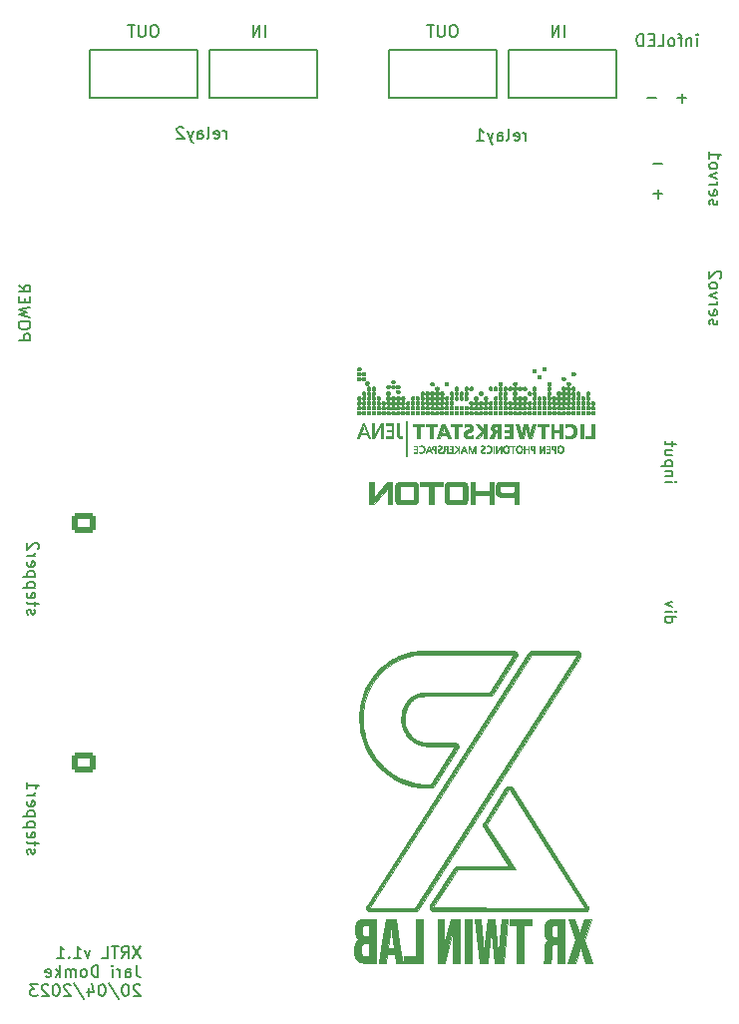
<source format=gbo>
G04 #@! TF.GenerationSoftware,KiCad,Pcbnew,(6.0.4)*
G04 #@! TF.CreationDate,2023-04-21T08:00:34+02:00*
G04 #@! TF.ProjectId,XRTL_PCB,5852544c-5f50-4434-922e-6b696361645f,1.0*
G04 #@! TF.SameCoordinates,Original*
G04 #@! TF.FileFunction,Legend,Bot*
G04 #@! TF.FilePolarity,Positive*
%FSLAX46Y46*%
G04 Gerber Fmt 4.6, Leading zero omitted, Abs format (unit mm)*
G04 Created by KiCad (PCBNEW (6.0.4)) date 2023-04-21 08:00:34*
%MOMM*%
%LPD*%
G01*
G04 APERTURE LIST*
G04 Aperture macros list*
%AMRoundRect*
0 Rectangle with rounded corners*
0 $1 Rounding radius*
0 $2 $3 $4 $5 $6 $7 $8 $9 X,Y pos of 4 corners*
0 Add a 4 corners polygon primitive as box body*
4,1,4,$2,$3,$4,$5,$6,$7,$8,$9,$2,$3,0*
0 Add four circle primitives for the rounded corners*
1,1,$1+$1,$2,$3*
1,1,$1+$1,$4,$5*
1,1,$1+$1,$6,$7*
1,1,$1+$1,$8,$9*
0 Add four rect primitives between the rounded corners*
20,1,$1+$1,$2,$3,$4,$5,0*
20,1,$1+$1,$4,$5,$6,$7,0*
20,1,$1+$1,$6,$7,$8,$9,0*
20,1,$1+$1,$8,$9,$2,$3,0*%
%AMHorizOval*
0 Thick line with rounded ends*
0 $1 width*
0 $2 $3 position (X,Y) of the first rounded end (center of the circle)*
0 $4 $5 position (X,Y) of the second rounded end (center of the circle)*
0 Add line between two ends*
20,1,$1,$2,$3,$4,$5,0*
0 Add two circle primitives to create the rounded ends*
1,1,$1,$2,$3*
1,1,$1,$4,$5*%
G04 Aperture macros list end*
%ADD10C,0.015000*%
%ADD11C,0.050000*%
%ADD12C,0.200000*%
%ADD13C,0.030000*%
%ADD14C,0.150000*%
%ADD15R,2.600000X2.600000*%
%ADD16C,2.600000*%
%ADD17C,1.400000*%
%ADD18O,1.400000X1.400000*%
%ADD19R,1.700000X1.700000*%
%ADD20C,1.600000*%
%ADD21O,1.600000X2.300000*%
%ADD22R,1.600000X1.600000*%
%ADD23O,1.600000X1.600000*%
%ADD24HorizOval,1.600000X0.000000X0.000000X0.000000X0.000000X0*%
%ADD25O,1.700000X1.700000*%
%ADD26HorizOval,1.700000X0.000000X0.000000X0.000000X0.000000X0*%
%ADD27RoundRect,0.250000X-0.725000X0.600000X-0.725000X-0.600000X0.725000X-0.600000X0.725000X0.600000X0*%
%ADD28O,1.950000X1.700000*%
%ADD29R,2.200000X2.200000*%
%ADD30O,2.200000X2.200000*%
%ADD31O,2.600000X2.600000*%
%ADD32C,0.700000*%
%ADD33O,1.700000X0.900000*%
%ADD34O,2.400000X0.900000*%
G04 APERTURE END LIST*
D10*
G36*
X124602128Y-84289457D02*
G01*
X123899329Y-84289457D01*
X123899329Y-84101354D01*
X124362763Y-84101354D01*
X124362763Y-83095834D01*
X124602128Y-83095834D01*
X124602128Y-84289457D01*
G37*
X124602128Y-84289457D02*
X123899329Y-84289457D01*
X123899329Y-84101354D01*
X124362763Y-84101354D01*
X124362763Y-83095834D01*
X124602128Y-83095834D01*
X124602128Y-84289457D01*
G36*
X114572971Y-81159711D02*
G01*
X114580516Y-81160285D01*
X114587952Y-81161229D01*
X114595268Y-81162534D01*
X114602455Y-81164192D01*
X114609504Y-81166192D01*
X114616406Y-81168526D01*
X114623151Y-81171184D01*
X114629730Y-81174157D01*
X114636134Y-81177436D01*
X114642354Y-81181011D01*
X114648380Y-81184873D01*
X114654202Y-81189012D01*
X114659812Y-81193420D01*
X114665200Y-81198087D01*
X114670357Y-81203004D01*
X114675274Y-81208161D01*
X114679941Y-81213549D01*
X114684349Y-81219159D01*
X114688489Y-81224982D01*
X114692350Y-81231007D01*
X114695925Y-81237227D01*
X114699204Y-81243631D01*
X114702177Y-81250210D01*
X114704835Y-81256956D01*
X114707169Y-81263857D01*
X114709170Y-81270907D01*
X114710827Y-81278094D01*
X114712133Y-81285410D01*
X114713077Y-81292845D01*
X114713650Y-81300390D01*
X114713843Y-81308036D01*
X114713650Y-81315683D01*
X114713077Y-81323229D01*
X114712133Y-81330665D01*
X114710827Y-81337983D01*
X114709170Y-81345173D01*
X114707169Y-81352225D01*
X114704835Y-81359130D01*
X114702177Y-81365878D01*
X114699204Y-81372461D01*
X114695925Y-81378870D01*
X114692350Y-81385093D01*
X114688489Y-81391123D01*
X114684349Y-81396951D01*
X114679941Y-81402565D01*
X114675274Y-81407958D01*
X114670357Y-81413120D01*
X114665200Y-81418042D01*
X114659812Y-81422714D01*
X114654202Y-81427126D01*
X114648380Y-81431270D01*
X114642354Y-81435137D01*
X114636134Y-81438716D01*
X114629730Y-81441999D01*
X114623151Y-81444976D01*
X114616406Y-81447637D01*
X114609504Y-81449974D01*
X114602455Y-81451978D01*
X114595268Y-81453638D01*
X114587952Y-81454945D01*
X114580516Y-81455890D01*
X114572971Y-81456464D01*
X114565325Y-81456658D01*
X114557679Y-81456464D01*
X114550133Y-81455890D01*
X114542696Y-81454945D01*
X114535378Y-81453638D01*
X114528189Y-81451978D01*
X114521137Y-81449974D01*
X114514232Y-81447637D01*
X114507483Y-81444976D01*
X114500900Y-81441999D01*
X114494492Y-81438716D01*
X114488268Y-81435137D01*
X114482238Y-81431271D01*
X114476411Y-81427126D01*
X114470796Y-81422714D01*
X114465403Y-81418042D01*
X114460241Y-81413120D01*
X114455319Y-81407958D01*
X114450647Y-81402565D01*
X114446235Y-81396951D01*
X114442090Y-81391124D01*
X114438224Y-81385093D01*
X114434645Y-81378870D01*
X114431362Y-81372462D01*
X114428385Y-81365878D01*
X114425724Y-81359130D01*
X114423386Y-81352225D01*
X114421383Y-81345173D01*
X114419723Y-81337983D01*
X114418416Y-81330665D01*
X114417471Y-81323229D01*
X114416896Y-81315683D01*
X114416703Y-81308036D01*
X114416896Y-81300390D01*
X114417471Y-81292845D01*
X114418416Y-81285410D01*
X114419723Y-81278094D01*
X114421383Y-81270907D01*
X114423386Y-81263857D01*
X114425724Y-81256956D01*
X114428385Y-81250210D01*
X114431362Y-81243631D01*
X114434645Y-81237227D01*
X114438224Y-81231007D01*
X114442090Y-81224982D01*
X114446235Y-81219159D01*
X114450647Y-81213549D01*
X114455319Y-81208161D01*
X114460241Y-81203004D01*
X114465403Y-81198087D01*
X114470796Y-81193420D01*
X114476411Y-81189012D01*
X114482238Y-81184873D01*
X114488268Y-81181011D01*
X114494492Y-81177436D01*
X114500900Y-81174157D01*
X114507483Y-81171184D01*
X114514232Y-81168526D01*
X114521137Y-81166192D01*
X114528189Y-81164192D01*
X114535378Y-81162534D01*
X114542696Y-81161229D01*
X114550133Y-81160285D01*
X114557679Y-81159711D01*
X114565325Y-81159518D01*
X114572971Y-81159711D01*
G37*
X114572971Y-81159711D02*
X114580516Y-81160285D01*
X114587952Y-81161229D01*
X114595268Y-81162534D01*
X114602455Y-81164192D01*
X114609504Y-81166192D01*
X114616406Y-81168526D01*
X114623151Y-81171184D01*
X114629730Y-81174157D01*
X114636134Y-81177436D01*
X114642354Y-81181011D01*
X114648380Y-81184873D01*
X114654202Y-81189012D01*
X114659812Y-81193420D01*
X114665200Y-81198087D01*
X114670357Y-81203004D01*
X114675274Y-81208161D01*
X114679941Y-81213549D01*
X114684349Y-81219159D01*
X114688489Y-81224982D01*
X114692350Y-81231007D01*
X114695925Y-81237227D01*
X114699204Y-81243631D01*
X114702177Y-81250210D01*
X114704835Y-81256956D01*
X114707169Y-81263857D01*
X114709170Y-81270907D01*
X114710827Y-81278094D01*
X114712133Y-81285410D01*
X114713077Y-81292845D01*
X114713650Y-81300390D01*
X114713843Y-81308036D01*
X114713650Y-81315683D01*
X114713077Y-81323229D01*
X114712133Y-81330665D01*
X114710827Y-81337983D01*
X114709170Y-81345173D01*
X114707169Y-81352225D01*
X114704835Y-81359130D01*
X114702177Y-81365878D01*
X114699204Y-81372461D01*
X114695925Y-81378870D01*
X114692350Y-81385093D01*
X114688489Y-81391123D01*
X114684349Y-81396951D01*
X114679941Y-81402565D01*
X114675274Y-81407958D01*
X114670357Y-81413120D01*
X114665200Y-81418042D01*
X114659812Y-81422714D01*
X114654202Y-81427126D01*
X114648380Y-81431270D01*
X114642354Y-81435137D01*
X114636134Y-81438716D01*
X114629730Y-81441999D01*
X114623151Y-81444976D01*
X114616406Y-81447637D01*
X114609504Y-81449974D01*
X114602455Y-81451978D01*
X114595268Y-81453638D01*
X114587952Y-81454945D01*
X114580516Y-81455890D01*
X114572971Y-81456464D01*
X114565325Y-81456658D01*
X114557679Y-81456464D01*
X114550133Y-81455890D01*
X114542696Y-81454945D01*
X114535378Y-81453638D01*
X114528189Y-81451978D01*
X114521137Y-81449974D01*
X114514232Y-81447637D01*
X114507483Y-81444976D01*
X114500900Y-81441999D01*
X114494492Y-81438716D01*
X114488268Y-81435137D01*
X114482238Y-81431271D01*
X114476411Y-81427126D01*
X114470796Y-81422714D01*
X114465403Y-81418042D01*
X114460241Y-81413120D01*
X114455319Y-81407958D01*
X114450647Y-81402565D01*
X114446235Y-81396951D01*
X114442090Y-81391124D01*
X114438224Y-81385093D01*
X114434645Y-81378870D01*
X114431362Y-81372462D01*
X114428385Y-81365878D01*
X114425724Y-81359130D01*
X114423386Y-81352225D01*
X114421383Y-81345173D01*
X114419723Y-81337983D01*
X114418416Y-81330665D01*
X114417471Y-81323229D01*
X114416896Y-81315683D01*
X114416703Y-81308036D01*
X114416896Y-81300390D01*
X114417471Y-81292845D01*
X114418416Y-81285410D01*
X114419723Y-81278094D01*
X114421383Y-81270907D01*
X114423386Y-81263857D01*
X114425724Y-81256956D01*
X114428385Y-81250210D01*
X114431362Y-81243631D01*
X114434645Y-81237227D01*
X114438224Y-81231007D01*
X114442090Y-81224982D01*
X114446235Y-81219159D01*
X114450647Y-81213549D01*
X114455319Y-81208161D01*
X114460241Y-81203004D01*
X114465403Y-81198087D01*
X114470796Y-81193420D01*
X114476411Y-81189012D01*
X114482238Y-81184873D01*
X114488268Y-81181011D01*
X114494492Y-81177436D01*
X114500900Y-81174157D01*
X114507483Y-81171184D01*
X114514232Y-81168526D01*
X114521137Y-81166192D01*
X114528189Y-81164192D01*
X114535378Y-81162534D01*
X114542696Y-81161229D01*
X114550133Y-81160285D01*
X114557679Y-81159711D01*
X114565325Y-81159518D01*
X114572971Y-81159711D01*
G36*
X112505509Y-80332682D02*
G01*
X112513063Y-80333256D01*
X112520507Y-80334201D01*
X112527831Y-80335509D01*
X112535025Y-80337168D01*
X112542081Y-80339171D01*
X112548989Y-80341508D01*
X112555740Y-80344169D01*
X112562324Y-80347145D01*
X112568733Y-80350427D01*
X112574957Y-80354005D01*
X112580987Y-80357870D01*
X112586813Y-80362013D01*
X112592426Y-80366424D01*
X112597817Y-80371094D01*
X112602977Y-80376013D01*
X112607896Y-80381172D01*
X112612565Y-80386563D01*
X112616975Y-80392174D01*
X112621116Y-80397998D01*
X112624979Y-80404024D01*
X112628555Y-80410243D01*
X112631835Y-80416647D01*
X112634808Y-80423224D01*
X112637467Y-80429967D01*
X112639801Y-80436866D01*
X112641802Y-80443912D01*
X112643460Y-80451094D01*
X112644765Y-80458404D01*
X112645710Y-80465832D01*
X112646283Y-80473370D01*
X112646476Y-80481007D01*
X112646283Y-80488653D01*
X112645710Y-80496198D01*
X112644765Y-80503633D01*
X112643460Y-80510949D01*
X112641802Y-80518136D01*
X112639801Y-80525186D01*
X112637467Y-80532087D01*
X112634808Y-80538833D01*
X112631835Y-80545412D01*
X112628555Y-80551816D01*
X112624979Y-80558036D01*
X112621116Y-80564061D01*
X112616975Y-80569884D01*
X112612565Y-80575494D01*
X112607896Y-80580882D01*
X112602977Y-80586039D01*
X112597817Y-80590956D01*
X112592426Y-80595623D01*
X112586813Y-80600031D01*
X112580987Y-80604170D01*
X112574957Y-80608032D01*
X112568733Y-80611607D01*
X112562324Y-80614886D01*
X112555740Y-80617859D01*
X112548989Y-80620517D01*
X112542081Y-80622851D01*
X112535025Y-80624851D01*
X112527831Y-80626509D01*
X112520507Y-80627814D01*
X112513063Y-80628758D01*
X112505509Y-80629332D01*
X112497854Y-80629525D01*
X112490217Y-80629332D01*
X112482680Y-80628758D01*
X112475251Y-80627814D01*
X112467941Y-80626509D01*
X112460759Y-80624851D01*
X112453714Y-80622851D01*
X112446815Y-80620517D01*
X112440072Y-80617859D01*
X112433494Y-80614886D01*
X112427091Y-80611607D01*
X112420871Y-80608032D01*
X112414845Y-80604170D01*
X112409022Y-80600031D01*
X112403410Y-80595623D01*
X112398020Y-80590956D01*
X112392861Y-80586039D01*
X112387941Y-80580882D01*
X112383271Y-80575494D01*
X112378861Y-80569884D01*
X112374718Y-80564061D01*
X112370853Y-80558036D01*
X112367274Y-80551816D01*
X112363993Y-80545412D01*
X112361016Y-80538833D01*
X112358355Y-80532087D01*
X112356019Y-80525186D01*
X112354016Y-80518136D01*
X112352356Y-80510949D01*
X112351049Y-80503633D01*
X112350103Y-80496198D01*
X112349529Y-80488653D01*
X112349336Y-80481007D01*
X112349529Y-80473370D01*
X112350103Y-80465832D01*
X112351049Y-80458404D01*
X112352356Y-80451094D01*
X112354016Y-80443912D01*
X112356019Y-80436866D01*
X112358355Y-80429967D01*
X112361016Y-80423224D01*
X112363993Y-80416647D01*
X112367274Y-80410243D01*
X112370853Y-80404024D01*
X112374718Y-80397998D01*
X112378861Y-80392174D01*
X112383271Y-80386563D01*
X112387941Y-80381172D01*
X112392861Y-80376013D01*
X112398020Y-80371094D01*
X112403410Y-80366424D01*
X112409022Y-80362013D01*
X112414845Y-80357870D01*
X112420871Y-80354005D01*
X112427091Y-80350427D01*
X112433494Y-80347145D01*
X112440072Y-80344169D01*
X112446815Y-80341508D01*
X112453714Y-80339171D01*
X112460759Y-80337168D01*
X112467941Y-80335509D01*
X112475251Y-80334201D01*
X112482680Y-80333256D01*
X112490217Y-80332682D01*
X112497854Y-80332489D01*
X112505509Y-80332682D01*
G37*
X112505509Y-80332682D02*
X112513063Y-80333256D01*
X112520507Y-80334201D01*
X112527831Y-80335509D01*
X112535025Y-80337168D01*
X112542081Y-80339171D01*
X112548989Y-80341508D01*
X112555740Y-80344169D01*
X112562324Y-80347145D01*
X112568733Y-80350427D01*
X112574957Y-80354005D01*
X112580987Y-80357870D01*
X112586813Y-80362013D01*
X112592426Y-80366424D01*
X112597817Y-80371094D01*
X112602977Y-80376013D01*
X112607896Y-80381172D01*
X112612565Y-80386563D01*
X112616975Y-80392174D01*
X112621116Y-80397998D01*
X112624979Y-80404024D01*
X112628555Y-80410243D01*
X112631835Y-80416647D01*
X112634808Y-80423224D01*
X112637467Y-80429967D01*
X112639801Y-80436866D01*
X112641802Y-80443912D01*
X112643460Y-80451094D01*
X112644765Y-80458404D01*
X112645710Y-80465832D01*
X112646283Y-80473370D01*
X112646476Y-80481007D01*
X112646283Y-80488653D01*
X112645710Y-80496198D01*
X112644765Y-80503633D01*
X112643460Y-80510949D01*
X112641802Y-80518136D01*
X112639801Y-80525186D01*
X112637467Y-80532087D01*
X112634808Y-80538833D01*
X112631835Y-80545412D01*
X112628555Y-80551816D01*
X112624979Y-80558036D01*
X112621116Y-80564061D01*
X112616975Y-80569884D01*
X112612565Y-80575494D01*
X112607896Y-80580882D01*
X112602977Y-80586039D01*
X112597817Y-80590956D01*
X112592426Y-80595623D01*
X112586813Y-80600031D01*
X112580987Y-80604170D01*
X112574957Y-80608032D01*
X112568733Y-80611607D01*
X112562324Y-80614886D01*
X112555740Y-80617859D01*
X112548989Y-80620517D01*
X112542081Y-80622851D01*
X112535025Y-80624851D01*
X112527831Y-80626509D01*
X112520507Y-80627814D01*
X112513063Y-80628758D01*
X112505509Y-80629332D01*
X112497854Y-80629525D01*
X112490217Y-80629332D01*
X112482680Y-80628758D01*
X112475251Y-80627814D01*
X112467941Y-80626509D01*
X112460759Y-80624851D01*
X112453714Y-80622851D01*
X112446815Y-80620517D01*
X112440072Y-80617859D01*
X112433494Y-80614886D01*
X112427091Y-80611607D01*
X112420871Y-80608032D01*
X112414845Y-80604170D01*
X112409022Y-80600031D01*
X112403410Y-80595623D01*
X112398020Y-80590956D01*
X112392861Y-80586039D01*
X112387941Y-80580882D01*
X112383271Y-80575494D01*
X112378861Y-80569884D01*
X112374718Y-80564061D01*
X112370853Y-80558036D01*
X112367274Y-80551816D01*
X112363993Y-80545412D01*
X112361016Y-80538833D01*
X112358355Y-80532087D01*
X112356019Y-80525186D01*
X112354016Y-80518136D01*
X112352356Y-80510949D01*
X112351049Y-80503633D01*
X112350103Y-80496198D01*
X112349529Y-80488653D01*
X112349336Y-80481007D01*
X112349529Y-80473370D01*
X112350103Y-80465832D01*
X112351049Y-80458404D01*
X112352356Y-80451094D01*
X112354016Y-80443912D01*
X112356019Y-80436866D01*
X112358355Y-80429967D01*
X112361016Y-80423224D01*
X112363993Y-80416647D01*
X112367274Y-80410243D01*
X112370853Y-80404024D01*
X112374718Y-80397998D01*
X112378861Y-80392174D01*
X112383271Y-80386563D01*
X112387941Y-80381172D01*
X112392861Y-80376013D01*
X112398020Y-80371094D01*
X112403410Y-80366424D01*
X112409022Y-80362013D01*
X112414845Y-80357870D01*
X112420871Y-80354005D01*
X112427091Y-80350427D01*
X112433494Y-80347145D01*
X112440072Y-80344169D01*
X112446815Y-80341508D01*
X112453714Y-80339171D01*
X112460759Y-80337168D01*
X112467941Y-80335509D01*
X112475251Y-80334201D01*
X112482680Y-80333256D01*
X112490217Y-80332682D01*
X112497854Y-80332489D01*
X112505509Y-80332682D01*
G36*
X109589608Y-85524523D02*
G01*
X109286991Y-85524523D01*
X109286991Y-85473260D01*
X109530593Y-85473260D01*
X109530593Y-85243196D01*
X109309212Y-85243196D01*
X109309212Y-85191934D01*
X109530593Y-85191934D01*
X109530593Y-84979027D01*
X109297223Y-84979027D01*
X109297223Y-84927661D01*
X109589608Y-84927661D01*
X109589608Y-85524523D01*
G37*
X109589608Y-85524523D02*
X109286991Y-85524523D01*
X109286991Y-85473260D01*
X109530593Y-85473260D01*
X109530593Y-85243196D01*
X109309212Y-85243196D01*
X109309212Y-85191934D01*
X109530593Y-85191934D01*
X109530593Y-84979027D01*
X109297223Y-84979027D01*
X109297223Y-84927661D01*
X109589608Y-84927661D01*
X109589608Y-85524523D01*
G36*
X107130437Y-79770649D02*
G01*
X107137991Y-79771223D01*
X107145435Y-79772169D01*
X107152758Y-79773476D01*
X107159953Y-79775136D01*
X107167008Y-79777139D01*
X107173916Y-79779475D01*
X107180667Y-79782136D01*
X107187252Y-79785112D01*
X107193661Y-79788394D01*
X107199885Y-79791972D01*
X107205915Y-79795838D01*
X107211741Y-79799980D01*
X107217354Y-79804391D01*
X107222745Y-79809061D01*
X107227905Y-79813980D01*
X107232824Y-79819140D01*
X107237493Y-79824530D01*
X107241902Y-79830141D01*
X107246043Y-79835965D01*
X107249907Y-79841991D01*
X107253483Y-79848210D01*
X107256762Y-79854614D01*
X107259736Y-79861192D01*
X107262395Y-79867935D01*
X107264729Y-79874833D01*
X107266730Y-79881879D01*
X107268387Y-79889061D01*
X107269693Y-79896371D01*
X107270637Y-79903799D01*
X107271210Y-79911337D01*
X107271403Y-79918974D01*
X107271210Y-79926629D01*
X107270637Y-79934183D01*
X107269693Y-79941627D01*
X107268387Y-79948950D01*
X107266730Y-79956145D01*
X107264729Y-79963201D01*
X107262395Y-79970109D01*
X107259736Y-79976859D01*
X107256762Y-79983444D01*
X107253483Y-79989853D01*
X107249907Y-79996077D01*
X107246043Y-80002106D01*
X107241902Y-80007933D01*
X107237493Y-80013546D01*
X107232824Y-80018937D01*
X107227905Y-80024097D01*
X107222745Y-80029016D01*
X107217354Y-80033685D01*
X107211741Y-80038094D01*
X107205915Y-80042235D01*
X107199885Y-80046098D01*
X107193661Y-80049674D01*
X107187252Y-80052954D01*
X107180667Y-80055928D01*
X107173916Y-80058586D01*
X107167008Y-80060921D01*
X107159953Y-80062921D01*
X107152758Y-80064579D01*
X107145435Y-80065885D01*
X107137991Y-80066829D01*
X107130437Y-80067402D01*
X107122781Y-80067595D01*
X107115144Y-80067402D01*
X107107607Y-80066829D01*
X107100179Y-80065885D01*
X107092869Y-80064579D01*
X107085686Y-80062921D01*
X107078641Y-80060921D01*
X107071742Y-80058586D01*
X107064999Y-80055928D01*
X107058421Y-80052954D01*
X107052018Y-80049674D01*
X107045799Y-80046098D01*
X107039773Y-80042235D01*
X107033949Y-80038094D01*
X107028338Y-80033685D01*
X107022947Y-80029016D01*
X107017788Y-80024097D01*
X107012869Y-80018937D01*
X107008199Y-80013546D01*
X107003788Y-80007933D01*
X106999645Y-80002106D01*
X106995780Y-79996077D01*
X106992202Y-79989853D01*
X106988920Y-79983444D01*
X106985944Y-79976859D01*
X106983283Y-79970109D01*
X106980946Y-79963201D01*
X106978943Y-79956145D01*
X106977283Y-79948950D01*
X106975976Y-79941627D01*
X106975031Y-79934183D01*
X106974457Y-79926629D01*
X106974263Y-79918974D01*
X106974457Y-79911337D01*
X106975031Y-79903799D01*
X106975976Y-79896371D01*
X106977283Y-79889061D01*
X106978943Y-79881879D01*
X106980946Y-79874833D01*
X106983283Y-79867935D01*
X106985944Y-79861192D01*
X106988920Y-79854614D01*
X106992202Y-79848210D01*
X106995780Y-79841991D01*
X106999645Y-79835965D01*
X107003788Y-79830141D01*
X107008199Y-79824530D01*
X107012869Y-79819140D01*
X107017788Y-79813980D01*
X107022947Y-79809061D01*
X107028338Y-79804391D01*
X107033949Y-79799980D01*
X107039773Y-79795838D01*
X107045799Y-79791972D01*
X107052018Y-79788394D01*
X107058421Y-79785112D01*
X107064999Y-79782136D01*
X107071742Y-79779475D01*
X107078641Y-79777139D01*
X107085686Y-79775136D01*
X107092869Y-79773476D01*
X107100179Y-79772169D01*
X107107607Y-79771223D01*
X107115144Y-79770649D01*
X107122781Y-79770456D01*
X107130437Y-79770649D01*
G37*
X107130437Y-79770649D02*
X107137991Y-79771223D01*
X107145435Y-79772169D01*
X107152758Y-79773476D01*
X107159953Y-79775136D01*
X107167008Y-79777139D01*
X107173916Y-79779475D01*
X107180667Y-79782136D01*
X107187252Y-79785112D01*
X107193661Y-79788394D01*
X107199885Y-79791972D01*
X107205915Y-79795838D01*
X107211741Y-79799980D01*
X107217354Y-79804391D01*
X107222745Y-79809061D01*
X107227905Y-79813980D01*
X107232824Y-79819140D01*
X107237493Y-79824530D01*
X107241902Y-79830141D01*
X107246043Y-79835965D01*
X107249907Y-79841991D01*
X107253483Y-79848210D01*
X107256762Y-79854614D01*
X107259736Y-79861192D01*
X107262395Y-79867935D01*
X107264729Y-79874833D01*
X107266730Y-79881879D01*
X107268387Y-79889061D01*
X107269693Y-79896371D01*
X107270637Y-79903799D01*
X107271210Y-79911337D01*
X107271403Y-79918974D01*
X107271210Y-79926629D01*
X107270637Y-79934183D01*
X107269693Y-79941627D01*
X107268387Y-79948950D01*
X107266730Y-79956145D01*
X107264729Y-79963201D01*
X107262395Y-79970109D01*
X107259736Y-79976859D01*
X107256762Y-79983444D01*
X107253483Y-79989853D01*
X107249907Y-79996077D01*
X107246043Y-80002106D01*
X107241902Y-80007933D01*
X107237493Y-80013546D01*
X107232824Y-80018937D01*
X107227905Y-80024097D01*
X107222745Y-80029016D01*
X107217354Y-80033685D01*
X107211741Y-80038094D01*
X107205915Y-80042235D01*
X107199885Y-80046098D01*
X107193661Y-80049674D01*
X107187252Y-80052954D01*
X107180667Y-80055928D01*
X107173916Y-80058586D01*
X107167008Y-80060921D01*
X107159953Y-80062921D01*
X107152758Y-80064579D01*
X107145435Y-80065885D01*
X107137991Y-80066829D01*
X107130437Y-80067402D01*
X107122781Y-80067595D01*
X107115144Y-80067402D01*
X107107607Y-80066829D01*
X107100179Y-80065885D01*
X107092869Y-80064579D01*
X107085686Y-80062921D01*
X107078641Y-80060921D01*
X107071742Y-80058586D01*
X107064999Y-80055928D01*
X107058421Y-80052954D01*
X107052018Y-80049674D01*
X107045799Y-80046098D01*
X107039773Y-80042235D01*
X107033949Y-80038094D01*
X107028338Y-80033685D01*
X107022947Y-80029016D01*
X107017788Y-80024097D01*
X107012869Y-80018937D01*
X107008199Y-80013546D01*
X107003788Y-80007933D01*
X106999645Y-80002106D01*
X106995780Y-79996077D01*
X106992202Y-79989853D01*
X106988920Y-79983444D01*
X106985944Y-79976859D01*
X106983283Y-79970109D01*
X106980946Y-79963201D01*
X106978943Y-79956145D01*
X106977283Y-79948950D01*
X106975976Y-79941627D01*
X106975031Y-79934183D01*
X106974457Y-79926629D01*
X106974263Y-79918974D01*
X106974457Y-79911337D01*
X106975031Y-79903799D01*
X106975976Y-79896371D01*
X106977283Y-79889061D01*
X106978943Y-79881879D01*
X106980946Y-79874833D01*
X106983283Y-79867935D01*
X106985944Y-79861192D01*
X106988920Y-79854614D01*
X106992202Y-79848210D01*
X106995780Y-79841991D01*
X106999645Y-79835965D01*
X107003788Y-79830141D01*
X107008199Y-79824530D01*
X107012869Y-79819140D01*
X107017788Y-79813980D01*
X107022947Y-79809061D01*
X107028338Y-79804391D01*
X107033949Y-79799980D01*
X107039773Y-79795838D01*
X107045799Y-79791972D01*
X107052018Y-79788394D01*
X107058421Y-79785112D01*
X107064999Y-79782136D01*
X107071742Y-79779475D01*
X107078641Y-79777139D01*
X107085686Y-79775136D01*
X107092869Y-79773476D01*
X107100179Y-79772169D01*
X107107607Y-79771223D01*
X107115144Y-79770649D01*
X107122781Y-79770456D01*
X107130437Y-79770649D01*
G36*
X117467255Y-81159711D02*
G01*
X117474793Y-81160285D01*
X117482221Y-81161229D01*
X117489531Y-81162534D01*
X117496714Y-81164192D01*
X117503759Y-81166192D01*
X117510658Y-81168526D01*
X117517401Y-81171184D01*
X117523979Y-81174157D01*
X117530382Y-81177436D01*
X117536602Y-81181011D01*
X117542628Y-81184873D01*
X117548451Y-81189012D01*
X117554063Y-81193420D01*
X117559453Y-81198087D01*
X117564612Y-81203004D01*
X117569532Y-81208161D01*
X117574201Y-81213549D01*
X117578612Y-81219159D01*
X117582755Y-81224982D01*
X117586620Y-81231007D01*
X117590198Y-81237227D01*
X117593480Y-81243631D01*
X117596456Y-81250210D01*
X117599117Y-81256956D01*
X117601454Y-81263857D01*
X117603457Y-81270907D01*
X117605117Y-81278094D01*
X117606424Y-81285410D01*
X117607369Y-81292845D01*
X117607943Y-81300390D01*
X117608137Y-81308036D01*
X117607943Y-81315683D01*
X117607369Y-81323229D01*
X117606424Y-81330665D01*
X117605117Y-81337983D01*
X117603457Y-81345173D01*
X117601454Y-81352225D01*
X117599117Y-81359130D01*
X117596456Y-81365878D01*
X117593480Y-81372461D01*
X117590198Y-81378870D01*
X117586620Y-81385093D01*
X117582755Y-81391123D01*
X117578612Y-81396951D01*
X117574201Y-81402565D01*
X117569532Y-81407958D01*
X117564612Y-81413120D01*
X117559453Y-81418042D01*
X117554063Y-81422714D01*
X117548451Y-81427126D01*
X117542628Y-81431270D01*
X117536602Y-81435137D01*
X117530382Y-81438716D01*
X117523979Y-81441999D01*
X117517401Y-81444976D01*
X117510658Y-81447637D01*
X117503759Y-81449974D01*
X117496714Y-81451978D01*
X117489531Y-81453638D01*
X117482221Y-81454945D01*
X117474793Y-81455890D01*
X117467255Y-81456464D01*
X117459618Y-81456658D01*
X117451972Y-81456464D01*
X117444426Y-81455890D01*
X117436989Y-81454945D01*
X117429671Y-81453638D01*
X117422482Y-81451978D01*
X117415430Y-81449974D01*
X117408525Y-81447637D01*
X117401776Y-81444976D01*
X117395193Y-81441999D01*
X117388785Y-81438716D01*
X117382561Y-81435137D01*
X117376531Y-81431271D01*
X117370704Y-81427126D01*
X117365089Y-81422714D01*
X117359696Y-81418042D01*
X117354535Y-81413120D01*
X117349613Y-81407958D01*
X117344941Y-81402565D01*
X117340529Y-81396951D01*
X117336384Y-81391124D01*
X117332518Y-81385093D01*
X117328939Y-81378870D01*
X117325656Y-81372462D01*
X117322679Y-81365878D01*
X117320018Y-81359130D01*
X117317681Y-81352225D01*
X117315677Y-81345173D01*
X117314018Y-81337983D01*
X117312710Y-81330665D01*
X117311765Y-81323229D01*
X117311191Y-81315683D01*
X117310997Y-81308036D01*
X117311191Y-81300390D01*
X117311765Y-81292845D01*
X117312710Y-81285410D01*
X117314018Y-81278094D01*
X117315677Y-81270907D01*
X117317681Y-81263857D01*
X117320018Y-81256956D01*
X117322679Y-81250210D01*
X117325656Y-81243631D01*
X117328939Y-81237227D01*
X117332518Y-81231007D01*
X117336384Y-81224982D01*
X117340529Y-81219159D01*
X117344941Y-81213549D01*
X117349613Y-81208161D01*
X117354535Y-81203004D01*
X117359696Y-81198087D01*
X117365089Y-81193420D01*
X117370704Y-81189012D01*
X117376531Y-81184873D01*
X117382561Y-81181011D01*
X117388785Y-81177436D01*
X117395193Y-81174157D01*
X117401776Y-81171184D01*
X117408525Y-81168526D01*
X117415430Y-81166192D01*
X117422482Y-81164192D01*
X117429671Y-81162534D01*
X117436989Y-81161229D01*
X117444426Y-81160285D01*
X117451972Y-81159711D01*
X117459618Y-81159518D01*
X117467255Y-81159711D01*
G37*
X117467255Y-81159711D02*
X117474793Y-81160285D01*
X117482221Y-81161229D01*
X117489531Y-81162534D01*
X117496714Y-81164192D01*
X117503759Y-81166192D01*
X117510658Y-81168526D01*
X117517401Y-81171184D01*
X117523979Y-81174157D01*
X117530382Y-81177436D01*
X117536602Y-81181011D01*
X117542628Y-81184873D01*
X117548451Y-81189012D01*
X117554063Y-81193420D01*
X117559453Y-81198087D01*
X117564612Y-81203004D01*
X117569532Y-81208161D01*
X117574201Y-81213549D01*
X117578612Y-81219159D01*
X117582755Y-81224982D01*
X117586620Y-81231007D01*
X117590198Y-81237227D01*
X117593480Y-81243631D01*
X117596456Y-81250210D01*
X117599117Y-81256956D01*
X117601454Y-81263857D01*
X117603457Y-81270907D01*
X117605117Y-81278094D01*
X117606424Y-81285410D01*
X117607369Y-81292845D01*
X117607943Y-81300390D01*
X117608137Y-81308036D01*
X117607943Y-81315683D01*
X117607369Y-81323229D01*
X117606424Y-81330665D01*
X117605117Y-81337983D01*
X117603457Y-81345173D01*
X117601454Y-81352225D01*
X117599117Y-81359130D01*
X117596456Y-81365878D01*
X117593480Y-81372461D01*
X117590198Y-81378870D01*
X117586620Y-81385093D01*
X117582755Y-81391123D01*
X117578612Y-81396951D01*
X117574201Y-81402565D01*
X117569532Y-81407958D01*
X117564612Y-81413120D01*
X117559453Y-81418042D01*
X117554063Y-81422714D01*
X117548451Y-81427126D01*
X117542628Y-81431270D01*
X117536602Y-81435137D01*
X117530382Y-81438716D01*
X117523979Y-81441999D01*
X117517401Y-81444976D01*
X117510658Y-81447637D01*
X117503759Y-81449974D01*
X117496714Y-81451978D01*
X117489531Y-81453638D01*
X117482221Y-81454945D01*
X117474793Y-81455890D01*
X117467255Y-81456464D01*
X117459618Y-81456658D01*
X117451972Y-81456464D01*
X117444426Y-81455890D01*
X117436989Y-81454945D01*
X117429671Y-81453638D01*
X117422482Y-81451978D01*
X117415430Y-81449974D01*
X117408525Y-81447637D01*
X117401776Y-81444976D01*
X117395193Y-81441999D01*
X117388785Y-81438716D01*
X117382561Y-81435137D01*
X117376531Y-81431271D01*
X117370704Y-81427126D01*
X117365089Y-81422714D01*
X117359696Y-81418042D01*
X117354535Y-81413120D01*
X117349613Y-81407958D01*
X117344941Y-81402565D01*
X117340529Y-81396951D01*
X117336384Y-81391124D01*
X117332518Y-81385093D01*
X117328939Y-81378870D01*
X117325656Y-81372462D01*
X117322679Y-81365878D01*
X117320018Y-81359130D01*
X117317681Y-81352225D01*
X117315677Y-81345173D01*
X117314018Y-81337983D01*
X117312710Y-81330665D01*
X117311765Y-81323229D01*
X117311191Y-81315683D01*
X117310997Y-81308036D01*
X117311191Y-81300390D01*
X117311765Y-81292845D01*
X117312710Y-81285410D01*
X117314018Y-81278094D01*
X117315677Y-81270907D01*
X117317681Y-81263857D01*
X117320018Y-81256956D01*
X117322679Y-81250210D01*
X117325656Y-81243631D01*
X117328939Y-81237227D01*
X117332518Y-81231007D01*
X117336384Y-81224982D01*
X117340529Y-81219159D01*
X117344941Y-81213549D01*
X117349613Y-81208161D01*
X117354535Y-81203004D01*
X117359696Y-81198087D01*
X117365089Y-81193420D01*
X117370704Y-81189012D01*
X117376531Y-81184873D01*
X117382561Y-81181011D01*
X117388785Y-81177436D01*
X117395193Y-81174157D01*
X117401776Y-81171184D01*
X117408525Y-81168526D01*
X117415430Y-81166192D01*
X117422482Y-81164192D01*
X117429671Y-81162534D01*
X117436989Y-81161229D01*
X117444426Y-81160285D01*
X117451972Y-81159711D01*
X117459618Y-81159518D01*
X117467255Y-81159711D01*
G36*
X113332521Y-81986637D02*
G01*
X113340058Y-81987211D01*
X113347487Y-81988155D01*
X113354797Y-81989460D01*
X113361979Y-81991118D01*
X113369024Y-81993118D01*
X113375923Y-81995452D01*
X113382666Y-81998110D01*
X113389244Y-82001083D01*
X113395648Y-82004362D01*
X113401867Y-82007937D01*
X113407893Y-82011799D01*
X113413717Y-82015938D01*
X113419328Y-82020346D01*
X113424718Y-82025013D01*
X113429878Y-82029930D01*
X113434797Y-82035087D01*
X113439467Y-82040475D01*
X113443878Y-82046085D01*
X113448020Y-82051908D01*
X113451885Y-82057934D01*
X113455464Y-82064153D01*
X113458745Y-82070557D01*
X113461722Y-82077137D01*
X113464383Y-82083882D01*
X113466719Y-82090784D01*
X113468722Y-82097833D01*
X113470382Y-82105020D01*
X113471689Y-82112336D01*
X113472634Y-82119771D01*
X113473209Y-82127316D01*
X113473402Y-82134963D01*
X113473209Y-82142609D01*
X113472634Y-82150155D01*
X113471689Y-82157592D01*
X113470382Y-82164909D01*
X113468722Y-82172099D01*
X113466719Y-82179151D01*
X113464383Y-82186056D01*
X113461722Y-82192805D01*
X113458745Y-82199388D01*
X113455464Y-82205796D01*
X113451885Y-82212020D01*
X113448020Y-82218050D01*
X113443878Y-82223877D01*
X113439467Y-82229492D01*
X113434797Y-82234885D01*
X113429878Y-82240047D01*
X113424718Y-82244968D01*
X113419328Y-82249640D01*
X113413717Y-82254053D01*
X113407893Y-82258197D01*
X113401867Y-82262063D01*
X113395648Y-82265642D01*
X113389244Y-82268925D01*
X113382666Y-82271902D01*
X113375923Y-82274564D01*
X113369024Y-82276901D01*
X113361979Y-82278904D01*
X113354797Y-82280564D01*
X113347487Y-82281871D01*
X113340058Y-82282817D01*
X113332521Y-82283391D01*
X113324884Y-82283584D01*
X113317238Y-82283391D01*
X113309691Y-82282817D01*
X113302255Y-82281871D01*
X113294937Y-82280564D01*
X113287748Y-82278904D01*
X113280696Y-82276901D01*
X113273791Y-82274564D01*
X113267042Y-82271902D01*
X113260459Y-82268925D01*
X113254051Y-82265642D01*
X113247827Y-82262063D01*
X113241797Y-82258197D01*
X113235970Y-82254053D01*
X113230355Y-82249640D01*
X113224962Y-82244968D01*
X113219800Y-82240047D01*
X113214879Y-82234885D01*
X113210207Y-82229492D01*
X113205794Y-82223877D01*
X113201650Y-82218050D01*
X113197784Y-82212020D01*
X113194205Y-82205796D01*
X113190922Y-82199388D01*
X113187945Y-82192805D01*
X113185283Y-82186056D01*
X113182946Y-82179151D01*
X113180943Y-82172099D01*
X113179283Y-82164909D01*
X113177976Y-82157592D01*
X113177030Y-82150155D01*
X113176456Y-82142609D01*
X113176263Y-82134963D01*
X113176456Y-82127316D01*
X113177030Y-82119771D01*
X113177976Y-82112336D01*
X113179283Y-82105020D01*
X113180943Y-82097833D01*
X113182946Y-82090784D01*
X113185283Y-82083882D01*
X113187945Y-82077136D01*
X113190922Y-82070557D01*
X113194205Y-82064153D01*
X113197784Y-82057934D01*
X113201650Y-82051908D01*
X113205794Y-82046085D01*
X113210207Y-82040475D01*
X113214879Y-82035087D01*
X113219800Y-82029930D01*
X113224962Y-82025013D01*
X113230355Y-82020346D01*
X113235970Y-82015938D01*
X113241797Y-82011799D01*
X113247827Y-82007937D01*
X113254051Y-82004362D01*
X113260459Y-82001083D01*
X113267042Y-81998110D01*
X113273791Y-81995452D01*
X113280696Y-81993118D01*
X113287748Y-81991118D01*
X113294937Y-81989460D01*
X113302255Y-81988155D01*
X113309691Y-81987211D01*
X113317238Y-81986637D01*
X113324884Y-81986444D01*
X113332521Y-81986637D01*
G37*
X113332521Y-81986637D02*
X113340058Y-81987211D01*
X113347487Y-81988155D01*
X113354797Y-81989460D01*
X113361979Y-81991118D01*
X113369024Y-81993118D01*
X113375923Y-81995452D01*
X113382666Y-81998110D01*
X113389244Y-82001083D01*
X113395648Y-82004362D01*
X113401867Y-82007937D01*
X113407893Y-82011799D01*
X113413717Y-82015938D01*
X113419328Y-82020346D01*
X113424718Y-82025013D01*
X113429878Y-82029930D01*
X113434797Y-82035087D01*
X113439467Y-82040475D01*
X113443878Y-82046085D01*
X113448020Y-82051908D01*
X113451885Y-82057934D01*
X113455464Y-82064153D01*
X113458745Y-82070557D01*
X113461722Y-82077137D01*
X113464383Y-82083882D01*
X113466719Y-82090784D01*
X113468722Y-82097833D01*
X113470382Y-82105020D01*
X113471689Y-82112336D01*
X113472634Y-82119771D01*
X113473209Y-82127316D01*
X113473402Y-82134963D01*
X113473209Y-82142609D01*
X113472634Y-82150155D01*
X113471689Y-82157592D01*
X113470382Y-82164909D01*
X113468722Y-82172099D01*
X113466719Y-82179151D01*
X113464383Y-82186056D01*
X113461722Y-82192805D01*
X113458745Y-82199388D01*
X113455464Y-82205796D01*
X113451885Y-82212020D01*
X113448020Y-82218050D01*
X113443878Y-82223877D01*
X113439467Y-82229492D01*
X113434797Y-82234885D01*
X113429878Y-82240047D01*
X113424718Y-82244968D01*
X113419328Y-82249640D01*
X113413717Y-82254053D01*
X113407893Y-82258197D01*
X113401867Y-82262063D01*
X113395648Y-82265642D01*
X113389244Y-82268925D01*
X113382666Y-82271902D01*
X113375923Y-82274564D01*
X113369024Y-82276901D01*
X113361979Y-82278904D01*
X113354797Y-82280564D01*
X113347487Y-82281871D01*
X113340058Y-82282817D01*
X113332521Y-82283391D01*
X113324884Y-82283584D01*
X113317238Y-82283391D01*
X113309691Y-82282817D01*
X113302255Y-82281871D01*
X113294937Y-82280564D01*
X113287748Y-82278904D01*
X113280696Y-82276901D01*
X113273791Y-82274564D01*
X113267042Y-82271902D01*
X113260459Y-82268925D01*
X113254051Y-82265642D01*
X113247827Y-82262063D01*
X113241797Y-82258197D01*
X113235970Y-82254053D01*
X113230355Y-82249640D01*
X113224962Y-82244968D01*
X113219800Y-82240047D01*
X113214879Y-82234885D01*
X113210207Y-82229492D01*
X113205794Y-82223877D01*
X113201650Y-82218050D01*
X113197784Y-82212020D01*
X113194205Y-82205796D01*
X113190922Y-82199388D01*
X113187945Y-82192805D01*
X113185283Y-82186056D01*
X113182946Y-82179151D01*
X113180943Y-82172099D01*
X113179283Y-82164909D01*
X113177976Y-82157592D01*
X113177030Y-82150155D01*
X113176456Y-82142609D01*
X113176263Y-82134963D01*
X113176456Y-82127316D01*
X113177030Y-82119771D01*
X113177976Y-82112336D01*
X113179283Y-82105020D01*
X113180943Y-82097833D01*
X113182946Y-82090784D01*
X113185283Y-82083882D01*
X113187945Y-82077136D01*
X113190922Y-82070557D01*
X113194205Y-82064153D01*
X113197784Y-82057934D01*
X113201650Y-82051908D01*
X113205794Y-82046085D01*
X113210207Y-82040475D01*
X113214879Y-82035087D01*
X113219800Y-82029930D01*
X113224962Y-82025013D01*
X113230355Y-82020346D01*
X113235970Y-82015938D01*
X113241797Y-82011799D01*
X113247827Y-82007937D01*
X113254051Y-82004362D01*
X113260459Y-82001083D01*
X113267042Y-81998110D01*
X113273791Y-81995452D01*
X113280696Y-81993118D01*
X113287748Y-81991118D01*
X113294937Y-81989460D01*
X113302255Y-81988155D01*
X113309691Y-81987211D01*
X113317238Y-81986637D01*
X113324884Y-81986444D01*
X113332521Y-81986637D01*
G36*
X116226824Y-80746197D02*
G01*
X116234369Y-80746770D01*
X116241804Y-80747714D01*
X116249120Y-80749019D01*
X116256307Y-80750677D01*
X116263357Y-80752677D01*
X116270258Y-80755011D01*
X116277004Y-80757669D01*
X116283583Y-80760642D01*
X116289987Y-80763921D01*
X116296207Y-80767496D01*
X116302232Y-80771358D01*
X116308055Y-80775498D01*
X116313665Y-80779905D01*
X116319053Y-80784572D01*
X116324210Y-80789489D01*
X116329127Y-80794646D01*
X116333794Y-80800034D01*
X116338202Y-80805644D01*
X116342341Y-80811467D01*
X116346203Y-80817493D01*
X116349778Y-80823712D01*
X116353057Y-80830116D01*
X116356030Y-80836695D01*
X116358688Y-80843441D01*
X116361022Y-80850343D01*
X116363022Y-80857392D01*
X116364680Y-80864579D01*
X116365985Y-80871895D01*
X116366929Y-80879330D01*
X116367503Y-80886875D01*
X116367696Y-80894521D01*
X116367503Y-80902168D01*
X116366929Y-80909714D01*
X116365985Y-80917151D01*
X116364680Y-80924468D01*
X116363022Y-80931658D01*
X116361022Y-80938710D01*
X116358688Y-80945615D01*
X116356030Y-80952364D01*
X116353057Y-80958947D01*
X116349778Y-80965355D01*
X116346203Y-80971579D01*
X116342341Y-80977609D01*
X116338202Y-80983436D01*
X116333794Y-80989051D01*
X116329127Y-80994444D01*
X116324210Y-80999606D01*
X116319053Y-81004527D01*
X116313665Y-81009199D01*
X116308055Y-81013612D01*
X116302232Y-81017756D01*
X116296207Y-81021622D01*
X116289987Y-81025201D01*
X116283583Y-81028484D01*
X116277004Y-81031461D01*
X116270258Y-81034123D01*
X116263357Y-81036460D01*
X116256307Y-81038463D01*
X116249120Y-81040123D01*
X116241804Y-81041430D01*
X116234369Y-81042375D01*
X116226824Y-81042950D01*
X116219178Y-81043143D01*
X116211532Y-81042950D01*
X116203986Y-81042375D01*
X116196551Y-81041430D01*
X116189235Y-81040123D01*
X116182048Y-81038463D01*
X116174999Y-81036460D01*
X116168097Y-81034123D01*
X116161352Y-81031461D01*
X116154772Y-81028484D01*
X116148368Y-81025201D01*
X116142149Y-81021622D01*
X116136123Y-81017756D01*
X116130301Y-81013612D01*
X116124691Y-81009199D01*
X116119302Y-81004527D01*
X116114145Y-80999606D01*
X116109228Y-80994444D01*
X116104561Y-80989051D01*
X116100154Y-80983436D01*
X116096014Y-80977609D01*
X116092152Y-80971579D01*
X116088577Y-80965355D01*
X116085298Y-80958947D01*
X116082325Y-80952364D01*
X116079667Y-80945615D01*
X116077333Y-80938710D01*
X116075333Y-80931658D01*
X116073675Y-80924468D01*
X116072370Y-80917151D01*
X116071426Y-80909714D01*
X116070852Y-80902168D01*
X116070659Y-80894521D01*
X116070852Y-80886875D01*
X116071426Y-80879330D01*
X116072370Y-80871895D01*
X116073675Y-80864579D01*
X116075333Y-80857392D01*
X116077333Y-80850343D01*
X116079667Y-80843441D01*
X116082325Y-80836695D01*
X116085298Y-80830116D01*
X116088577Y-80823712D01*
X116092152Y-80817493D01*
X116096014Y-80811467D01*
X116100154Y-80805644D01*
X116104561Y-80800034D01*
X116109228Y-80794646D01*
X116114145Y-80789489D01*
X116119302Y-80784572D01*
X116124691Y-80779905D01*
X116130301Y-80775498D01*
X116136123Y-80771358D01*
X116142149Y-80767496D01*
X116148368Y-80763921D01*
X116154772Y-80760642D01*
X116161352Y-80757669D01*
X116168097Y-80755011D01*
X116174999Y-80752677D01*
X116182048Y-80750677D01*
X116189235Y-80749019D01*
X116196551Y-80747714D01*
X116203986Y-80746770D01*
X116211532Y-80746197D01*
X116219178Y-80746003D01*
X116226824Y-80746197D01*
G37*
X116226824Y-80746197D02*
X116234369Y-80746770D01*
X116241804Y-80747714D01*
X116249120Y-80749019D01*
X116256307Y-80750677D01*
X116263357Y-80752677D01*
X116270258Y-80755011D01*
X116277004Y-80757669D01*
X116283583Y-80760642D01*
X116289987Y-80763921D01*
X116296207Y-80767496D01*
X116302232Y-80771358D01*
X116308055Y-80775498D01*
X116313665Y-80779905D01*
X116319053Y-80784572D01*
X116324210Y-80789489D01*
X116329127Y-80794646D01*
X116333794Y-80800034D01*
X116338202Y-80805644D01*
X116342341Y-80811467D01*
X116346203Y-80817493D01*
X116349778Y-80823712D01*
X116353057Y-80830116D01*
X116356030Y-80836695D01*
X116358688Y-80843441D01*
X116361022Y-80850343D01*
X116363022Y-80857392D01*
X116364680Y-80864579D01*
X116365985Y-80871895D01*
X116366929Y-80879330D01*
X116367503Y-80886875D01*
X116367696Y-80894521D01*
X116367503Y-80902168D01*
X116366929Y-80909714D01*
X116365985Y-80917151D01*
X116364680Y-80924468D01*
X116363022Y-80931658D01*
X116361022Y-80938710D01*
X116358688Y-80945615D01*
X116356030Y-80952364D01*
X116353057Y-80958947D01*
X116349778Y-80965355D01*
X116346203Y-80971579D01*
X116342341Y-80977609D01*
X116338202Y-80983436D01*
X116333794Y-80989051D01*
X116329127Y-80994444D01*
X116324210Y-80999606D01*
X116319053Y-81004527D01*
X116313665Y-81009199D01*
X116308055Y-81013612D01*
X116302232Y-81017756D01*
X116296207Y-81021622D01*
X116289987Y-81025201D01*
X116283583Y-81028484D01*
X116277004Y-81031461D01*
X116270258Y-81034123D01*
X116263357Y-81036460D01*
X116256307Y-81038463D01*
X116249120Y-81040123D01*
X116241804Y-81041430D01*
X116234369Y-81042375D01*
X116226824Y-81042950D01*
X116219178Y-81043143D01*
X116211532Y-81042950D01*
X116203986Y-81042375D01*
X116196551Y-81041430D01*
X116189235Y-81040123D01*
X116182048Y-81038463D01*
X116174999Y-81036460D01*
X116168097Y-81034123D01*
X116161352Y-81031461D01*
X116154772Y-81028484D01*
X116148368Y-81025201D01*
X116142149Y-81021622D01*
X116136123Y-81017756D01*
X116130301Y-81013612D01*
X116124691Y-81009199D01*
X116119302Y-81004527D01*
X116114145Y-80999606D01*
X116109228Y-80994444D01*
X116104561Y-80989051D01*
X116100154Y-80983436D01*
X116096014Y-80977609D01*
X116092152Y-80971579D01*
X116088577Y-80965355D01*
X116085298Y-80958947D01*
X116082325Y-80952364D01*
X116079667Y-80945615D01*
X116077333Y-80938710D01*
X116075333Y-80931658D01*
X116073675Y-80924468D01*
X116072370Y-80917151D01*
X116071426Y-80909714D01*
X116070852Y-80902168D01*
X116070659Y-80894521D01*
X116070852Y-80886875D01*
X116071426Y-80879330D01*
X116072370Y-80871895D01*
X116073675Y-80864579D01*
X116075333Y-80857392D01*
X116077333Y-80850343D01*
X116079667Y-80843441D01*
X116082325Y-80836695D01*
X116085298Y-80830116D01*
X116088577Y-80823712D01*
X116092152Y-80817493D01*
X116096014Y-80811467D01*
X116100154Y-80805644D01*
X116104561Y-80800034D01*
X116109228Y-80794646D01*
X116114145Y-80789489D01*
X116119302Y-80784572D01*
X116124691Y-80779905D01*
X116130301Y-80775498D01*
X116136123Y-80771358D01*
X116142149Y-80767496D01*
X116148368Y-80763921D01*
X116154772Y-80760642D01*
X116161352Y-80757669D01*
X116168097Y-80755011D01*
X116174999Y-80752677D01*
X116182048Y-80750677D01*
X116189235Y-80749019D01*
X116196551Y-80747714D01*
X116203986Y-80746770D01*
X116211532Y-80746197D01*
X116219178Y-80746003D01*
X116226824Y-80746197D01*
G36*
X110024722Y-81573123D02*
G01*
X110032268Y-81573697D01*
X110039705Y-81574643D01*
X110047023Y-81575950D01*
X110054212Y-81577610D01*
X110061264Y-81579614D01*
X110068169Y-81581951D01*
X110074918Y-81584613D01*
X110081501Y-81587591D01*
X110087909Y-81590875D01*
X110094133Y-81594455D01*
X110100163Y-81598322D01*
X110105990Y-81602468D01*
X110111605Y-81606882D01*
X110116998Y-81611556D01*
X110122159Y-81616480D01*
X110127081Y-81621645D01*
X110131753Y-81627040D01*
X110136165Y-81632658D01*
X110140310Y-81638489D01*
X110144176Y-81644523D01*
X110147755Y-81650751D01*
X110151038Y-81657164D01*
X110154015Y-81663753D01*
X110156676Y-81670507D01*
X110159013Y-81677418D01*
X110161016Y-81684477D01*
X110162676Y-81691674D01*
X110163984Y-81698999D01*
X110164929Y-81706444D01*
X110165503Y-81713999D01*
X110165697Y-81721655D01*
X110165503Y-81729291D01*
X110164929Y-81736828D01*
X110163984Y-81744255D01*
X110162676Y-81751563D01*
X110161016Y-81758743D01*
X110159013Y-81765785D01*
X110156676Y-81772681D01*
X110154015Y-81779421D01*
X110151038Y-81785995D01*
X110147755Y-81792394D01*
X110144176Y-81798609D01*
X110140310Y-81804631D01*
X110136165Y-81810450D01*
X110131753Y-81816057D01*
X110127081Y-81821442D01*
X110122159Y-81826597D01*
X110116998Y-81831511D01*
X110111605Y-81836176D01*
X110105990Y-81840582D01*
X110100163Y-81844720D01*
X110094133Y-81848581D01*
X110087909Y-81852155D01*
X110081501Y-81855433D01*
X110074918Y-81858405D01*
X110068169Y-81861063D01*
X110061264Y-81863396D01*
X110054212Y-81865396D01*
X110047023Y-81867054D01*
X110039705Y-81868359D01*
X110032268Y-81869303D01*
X110024722Y-81869876D01*
X110017076Y-81870069D01*
X110009438Y-81869876D01*
X110001900Y-81869303D01*
X109994470Y-81868359D01*
X109987158Y-81867054D01*
X109979974Y-81865396D01*
X109972925Y-81863396D01*
X109966023Y-81861063D01*
X109959277Y-81858405D01*
X109952695Y-81855433D01*
X109946288Y-81852155D01*
X109940064Y-81848581D01*
X109934033Y-81844720D01*
X109928205Y-81840582D01*
X109922589Y-81836176D01*
X109917194Y-81831511D01*
X109912030Y-81826597D01*
X109907106Y-81821442D01*
X109902431Y-81816057D01*
X109898016Y-81810450D01*
X109893868Y-81804631D01*
X109889999Y-81798609D01*
X109886416Y-81792394D01*
X109883130Y-81785995D01*
X109880150Y-81779421D01*
X109877486Y-81772681D01*
X109875146Y-81765785D01*
X109873140Y-81758743D01*
X109871478Y-81751563D01*
X109870169Y-81744255D01*
X109869222Y-81736828D01*
X109868647Y-81729291D01*
X109868454Y-81721655D01*
X109868647Y-81713999D01*
X109869222Y-81706444D01*
X109870169Y-81698999D01*
X109871478Y-81691674D01*
X109873140Y-81684477D01*
X109875146Y-81677418D01*
X109877486Y-81670507D01*
X109880150Y-81663753D01*
X109883130Y-81657164D01*
X109886416Y-81650751D01*
X109889999Y-81644523D01*
X109893868Y-81638489D01*
X109898016Y-81632658D01*
X109902431Y-81627040D01*
X109907106Y-81621645D01*
X109912030Y-81616480D01*
X109917194Y-81611556D01*
X109922589Y-81606882D01*
X109928205Y-81602468D01*
X109934033Y-81598322D01*
X109940064Y-81594455D01*
X109946288Y-81590875D01*
X109952695Y-81587591D01*
X109959277Y-81584613D01*
X109966023Y-81581951D01*
X109972925Y-81579614D01*
X109979974Y-81577610D01*
X109987158Y-81575950D01*
X109994470Y-81574643D01*
X110001900Y-81573697D01*
X110009438Y-81573123D01*
X110017076Y-81572930D01*
X110024722Y-81573123D01*
G37*
X110024722Y-81573123D02*
X110032268Y-81573697D01*
X110039705Y-81574643D01*
X110047023Y-81575950D01*
X110054212Y-81577610D01*
X110061264Y-81579614D01*
X110068169Y-81581951D01*
X110074918Y-81584613D01*
X110081501Y-81587591D01*
X110087909Y-81590875D01*
X110094133Y-81594455D01*
X110100163Y-81598322D01*
X110105990Y-81602468D01*
X110111605Y-81606882D01*
X110116998Y-81611556D01*
X110122159Y-81616480D01*
X110127081Y-81621645D01*
X110131753Y-81627040D01*
X110136165Y-81632658D01*
X110140310Y-81638489D01*
X110144176Y-81644523D01*
X110147755Y-81650751D01*
X110151038Y-81657164D01*
X110154015Y-81663753D01*
X110156676Y-81670507D01*
X110159013Y-81677418D01*
X110161016Y-81684477D01*
X110162676Y-81691674D01*
X110163984Y-81698999D01*
X110164929Y-81706444D01*
X110165503Y-81713999D01*
X110165697Y-81721655D01*
X110165503Y-81729291D01*
X110164929Y-81736828D01*
X110163984Y-81744255D01*
X110162676Y-81751563D01*
X110161016Y-81758743D01*
X110159013Y-81765785D01*
X110156676Y-81772681D01*
X110154015Y-81779421D01*
X110151038Y-81785995D01*
X110147755Y-81792394D01*
X110144176Y-81798609D01*
X110140310Y-81804631D01*
X110136165Y-81810450D01*
X110131753Y-81816057D01*
X110127081Y-81821442D01*
X110122159Y-81826597D01*
X110116998Y-81831511D01*
X110111605Y-81836176D01*
X110105990Y-81840582D01*
X110100163Y-81844720D01*
X110094133Y-81848581D01*
X110087909Y-81852155D01*
X110081501Y-81855433D01*
X110074918Y-81858405D01*
X110068169Y-81861063D01*
X110061264Y-81863396D01*
X110054212Y-81865396D01*
X110047023Y-81867054D01*
X110039705Y-81868359D01*
X110032268Y-81869303D01*
X110024722Y-81869876D01*
X110017076Y-81870069D01*
X110009438Y-81869876D01*
X110001900Y-81869303D01*
X109994470Y-81868359D01*
X109987158Y-81867054D01*
X109979974Y-81865396D01*
X109972925Y-81863396D01*
X109966023Y-81861063D01*
X109959277Y-81858405D01*
X109952695Y-81855433D01*
X109946288Y-81852155D01*
X109940064Y-81848581D01*
X109934033Y-81844720D01*
X109928205Y-81840582D01*
X109922589Y-81836176D01*
X109917194Y-81831511D01*
X109912030Y-81826597D01*
X109907106Y-81821442D01*
X109902431Y-81816057D01*
X109898016Y-81810450D01*
X109893868Y-81804631D01*
X109889999Y-81798609D01*
X109886416Y-81792394D01*
X109883130Y-81785995D01*
X109880150Y-81779421D01*
X109877486Y-81772681D01*
X109875146Y-81765785D01*
X109873140Y-81758743D01*
X109871478Y-81751563D01*
X109870169Y-81744255D01*
X109869222Y-81736828D01*
X109868647Y-81729291D01*
X109868454Y-81721655D01*
X109868647Y-81713999D01*
X109869222Y-81706444D01*
X109870169Y-81698999D01*
X109871478Y-81691674D01*
X109873140Y-81684477D01*
X109875146Y-81677418D01*
X109877486Y-81670507D01*
X109880150Y-81663753D01*
X109883130Y-81657164D01*
X109886416Y-81650751D01*
X109889999Y-81644523D01*
X109893868Y-81638489D01*
X109898016Y-81632658D01*
X109902431Y-81627040D01*
X109907106Y-81621645D01*
X109912030Y-81616480D01*
X109917194Y-81611556D01*
X109922589Y-81606882D01*
X109928205Y-81602468D01*
X109934033Y-81598322D01*
X109940064Y-81594455D01*
X109946288Y-81590875D01*
X109952695Y-81587591D01*
X109959277Y-81584613D01*
X109966023Y-81581951D01*
X109972925Y-81579614D01*
X109979974Y-81577610D01*
X109987158Y-81575950D01*
X109994470Y-81574643D01*
X110001900Y-81573697D01*
X110009438Y-81573123D01*
X110017076Y-81572930D01*
X110024722Y-81573123D01*
G36*
X105063062Y-78678830D02*
G01*
X105070608Y-78679404D01*
X105078044Y-78680349D01*
X105085362Y-78681656D01*
X105092551Y-78683316D01*
X105099603Y-78685319D01*
X105106508Y-78687655D01*
X105113257Y-78690317D01*
X105119840Y-78693293D01*
X105126248Y-78696575D01*
X105132471Y-78700153D01*
X105138501Y-78704018D01*
X105144329Y-78708161D01*
X105149943Y-78712572D01*
X105155336Y-78717241D01*
X105160498Y-78722161D01*
X105165420Y-78727320D01*
X105170091Y-78732710D01*
X105174504Y-78738322D01*
X105178648Y-78744145D01*
X105182514Y-78750171D01*
X105186094Y-78756391D01*
X105189376Y-78762794D01*
X105192353Y-78769372D01*
X105195015Y-78776115D01*
X105197352Y-78783014D01*
X105199355Y-78790059D01*
X105201015Y-78797241D01*
X105202322Y-78804551D01*
X105203268Y-78811980D01*
X105203842Y-78819517D01*
X105204035Y-78827154D01*
X105203842Y-78834800D01*
X105203268Y-78842346D01*
X105202322Y-78849781D01*
X105201015Y-78857097D01*
X105199355Y-78864284D01*
X105197352Y-78871333D01*
X105195015Y-78878235D01*
X105192353Y-78884980D01*
X105189376Y-78891559D01*
X105186094Y-78897964D01*
X105182514Y-78904183D01*
X105178648Y-78910209D01*
X105174504Y-78916031D01*
X105170091Y-78921641D01*
X105165420Y-78927029D01*
X105160498Y-78932187D01*
X105155336Y-78937103D01*
X105149943Y-78941770D01*
X105144329Y-78946178D01*
X105138501Y-78950318D01*
X105132471Y-78954180D01*
X105126248Y-78957755D01*
X105119840Y-78961033D01*
X105113257Y-78964006D01*
X105106508Y-78966664D01*
X105099603Y-78968998D01*
X105092551Y-78970999D01*
X105085362Y-78972656D01*
X105078044Y-78973962D01*
X105070608Y-78974906D01*
X105063062Y-78975479D01*
X105055415Y-78975672D01*
X105047769Y-78975479D01*
X105040224Y-78974906D01*
X105032788Y-78973962D01*
X105025472Y-78972656D01*
X105018285Y-78970999D01*
X105011236Y-78968998D01*
X105004334Y-78966664D01*
X104997589Y-78964006D01*
X104991009Y-78961033D01*
X104984605Y-78957755D01*
X104978386Y-78954180D01*
X104972360Y-78950318D01*
X104966537Y-78946178D01*
X104960927Y-78941770D01*
X104955539Y-78937103D01*
X104950382Y-78932187D01*
X104945465Y-78927029D01*
X104940798Y-78921641D01*
X104936390Y-78916031D01*
X104932251Y-78910209D01*
X104928389Y-78904183D01*
X104924814Y-78897964D01*
X104921535Y-78891559D01*
X104918562Y-78884980D01*
X104915904Y-78878235D01*
X104913570Y-78871333D01*
X104911570Y-78864284D01*
X104909912Y-78857097D01*
X104908606Y-78849781D01*
X104907663Y-78842346D01*
X104907089Y-78834800D01*
X104906896Y-78827154D01*
X104907089Y-78819517D01*
X104907663Y-78811980D01*
X104908606Y-78804551D01*
X104909912Y-78797241D01*
X104911570Y-78790059D01*
X104913570Y-78783014D01*
X104915904Y-78776115D01*
X104918562Y-78769372D01*
X104921535Y-78762794D01*
X104924814Y-78756391D01*
X104928389Y-78750171D01*
X104932251Y-78744145D01*
X104936390Y-78738322D01*
X104940798Y-78732710D01*
X104945465Y-78727320D01*
X104950382Y-78722161D01*
X104955539Y-78717241D01*
X104960927Y-78712572D01*
X104966537Y-78708161D01*
X104972360Y-78704018D01*
X104978386Y-78700153D01*
X104984605Y-78696575D01*
X104991009Y-78693293D01*
X104997589Y-78690317D01*
X105004334Y-78687655D01*
X105011236Y-78685319D01*
X105018285Y-78683316D01*
X105025472Y-78681656D01*
X105032788Y-78680349D01*
X105040224Y-78679404D01*
X105047769Y-78678830D01*
X105055415Y-78678636D01*
X105063062Y-78678830D01*
G37*
X105063062Y-78678830D02*
X105070608Y-78679404D01*
X105078044Y-78680349D01*
X105085362Y-78681656D01*
X105092551Y-78683316D01*
X105099603Y-78685319D01*
X105106508Y-78687655D01*
X105113257Y-78690317D01*
X105119840Y-78693293D01*
X105126248Y-78696575D01*
X105132471Y-78700153D01*
X105138501Y-78704018D01*
X105144329Y-78708161D01*
X105149943Y-78712572D01*
X105155336Y-78717241D01*
X105160498Y-78722161D01*
X105165420Y-78727320D01*
X105170091Y-78732710D01*
X105174504Y-78738322D01*
X105178648Y-78744145D01*
X105182514Y-78750171D01*
X105186094Y-78756391D01*
X105189376Y-78762794D01*
X105192353Y-78769372D01*
X105195015Y-78776115D01*
X105197352Y-78783014D01*
X105199355Y-78790059D01*
X105201015Y-78797241D01*
X105202322Y-78804551D01*
X105203268Y-78811980D01*
X105203842Y-78819517D01*
X105204035Y-78827154D01*
X105203842Y-78834800D01*
X105203268Y-78842346D01*
X105202322Y-78849781D01*
X105201015Y-78857097D01*
X105199355Y-78864284D01*
X105197352Y-78871333D01*
X105195015Y-78878235D01*
X105192353Y-78884980D01*
X105189376Y-78891559D01*
X105186094Y-78897964D01*
X105182514Y-78904183D01*
X105178648Y-78910209D01*
X105174504Y-78916031D01*
X105170091Y-78921641D01*
X105165420Y-78927029D01*
X105160498Y-78932187D01*
X105155336Y-78937103D01*
X105149943Y-78941770D01*
X105144329Y-78946178D01*
X105138501Y-78950318D01*
X105132471Y-78954180D01*
X105126248Y-78957755D01*
X105119840Y-78961033D01*
X105113257Y-78964006D01*
X105106508Y-78966664D01*
X105099603Y-78968998D01*
X105092551Y-78970999D01*
X105085362Y-78972656D01*
X105078044Y-78973962D01*
X105070608Y-78974906D01*
X105063062Y-78975479D01*
X105055415Y-78975672D01*
X105047769Y-78975479D01*
X105040224Y-78974906D01*
X105032788Y-78973962D01*
X105025472Y-78972656D01*
X105018285Y-78970999D01*
X105011236Y-78968998D01*
X105004334Y-78966664D01*
X104997589Y-78964006D01*
X104991009Y-78961033D01*
X104984605Y-78957755D01*
X104978386Y-78954180D01*
X104972360Y-78950318D01*
X104966537Y-78946178D01*
X104960927Y-78941770D01*
X104955539Y-78937103D01*
X104950382Y-78932187D01*
X104945465Y-78927029D01*
X104940798Y-78921641D01*
X104936390Y-78916031D01*
X104932251Y-78910209D01*
X104928389Y-78904183D01*
X104924814Y-78897964D01*
X104921535Y-78891559D01*
X104918562Y-78884980D01*
X104915904Y-78878235D01*
X104913570Y-78871333D01*
X104911570Y-78864284D01*
X104909912Y-78857097D01*
X104908606Y-78849781D01*
X104907663Y-78842346D01*
X104907089Y-78834800D01*
X104906896Y-78827154D01*
X104907089Y-78819517D01*
X104907663Y-78811980D01*
X104908606Y-78804551D01*
X104909912Y-78797241D01*
X104911570Y-78790059D01*
X104913570Y-78783014D01*
X104915904Y-78776115D01*
X104918562Y-78769372D01*
X104921535Y-78762794D01*
X104924814Y-78756391D01*
X104928389Y-78750171D01*
X104932251Y-78744145D01*
X104936390Y-78738322D01*
X104940798Y-78732710D01*
X104945465Y-78727320D01*
X104950382Y-78722161D01*
X104955539Y-78717241D01*
X104960927Y-78712572D01*
X104966537Y-78708161D01*
X104972360Y-78704018D01*
X104978386Y-78700153D01*
X104984605Y-78696575D01*
X104991009Y-78693293D01*
X104997589Y-78690317D01*
X105004334Y-78687655D01*
X105011236Y-78685319D01*
X105018285Y-78683316D01*
X105025472Y-78681656D01*
X105032788Y-78680349D01*
X105040224Y-78679404D01*
X105047769Y-78678830D01*
X105055415Y-78678636D01*
X105063062Y-78678830D01*
G36*
X108370868Y-80746197D02*
G01*
X108378413Y-80746770D01*
X108385846Y-80747714D01*
X108393160Y-80749019D01*
X108400345Y-80750677D01*
X108407392Y-80752677D01*
X108414290Y-80755011D01*
X108421032Y-80757669D01*
X108427608Y-80760642D01*
X108434008Y-80763921D01*
X108440223Y-80767496D01*
X108446244Y-80771358D01*
X108452062Y-80775498D01*
X108457668Y-80779905D01*
X108463051Y-80784572D01*
X108468203Y-80789489D01*
X108473115Y-80794646D01*
X108477777Y-80800034D01*
X108482180Y-80805644D01*
X108486315Y-80811467D01*
X108490173Y-80817493D01*
X108493744Y-80823712D01*
X108497018Y-80830116D01*
X108499988Y-80836695D01*
X108502642Y-80843441D01*
X108504973Y-80850343D01*
X108506971Y-80857392D01*
X108508626Y-80864579D01*
X108509930Y-80871895D01*
X108510872Y-80879330D01*
X108511445Y-80886875D01*
X108511637Y-80894521D01*
X108511445Y-80902168D01*
X108510872Y-80909714D01*
X108509930Y-80917151D01*
X108508626Y-80924468D01*
X108506971Y-80931658D01*
X108504973Y-80938710D01*
X108502642Y-80945615D01*
X108499988Y-80952364D01*
X108497018Y-80958947D01*
X108493744Y-80965355D01*
X108490173Y-80971579D01*
X108486315Y-80977609D01*
X108482180Y-80983436D01*
X108477777Y-80989051D01*
X108473115Y-80994444D01*
X108468203Y-80999606D01*
X108463051Y-81004527D01*
X108457668Y-81009199D01*
X108452062Y-81013612D01*
X108446244Y-81017756D01*
X108440223Y-81021622D01*
X108434008Y-81025201D01*
X108427608Y-81028484D01*
X108421032Y-81031461D01*
X108414290Y-81034123D01*
X108407392Y-81036460D01*
X108400345Y-81038463D01*
X108393160Y-81040123D01*
X108385846Y-81041430D01*
X108378413Y-81042375D01*
X108370868Y-81042950D01*
X108363222Y-81043143D01*
X108355576Y-81042950D01*
X108348030Y-81042375D01*
X108340593Y-81041430D01*
X108333276Y-81040123D01*
X108326086Y-81038463D01*
X108319034Y-81036460D01*
X108312129Y-81034123D01*
X108305380Y-81031461D01*
X108298797Y-81028484D01*
X108292389Y-81025201D01*
X108286165Y-81021622D01*
X108280135Y-81017756D01*
X108274308Y-81013612D01*
X108268694Y-81009199D01*
X108263301Y-81004527D01*
X108258139Y-80999606D01*
X108253217Y-80994444D01*
X108248545Y-80989051D01*
X108244133Y-80983436D01*
X108239989Y-80977609D01*
X108236122Y-80971579D01*
X108232543Y-80965355D01*
X108229260Y-80958947D01*
X108226283Y-80952364D01*
X108223622Y-80945615D01*
X108221285Y-80938710D01*
X108219282Y-80931658D01*
X108217622Y-80924468D01*
X108216314Y-80917151D01*
X108215369Y-80909714D01*
X108214795Y-80902168D01*
X108214601Y-80894521D01*
X108214795Y-80886875D01*
X108215369Y-80879330D01*
X108216314Y-80871895D01*
X108217622Y-80864579D01*
X108219282Y-80857392D01*
X108221285Y-80850343D01*
X108223622Y-80843441D01*
X108226283Y-80836695D01*
X108229260Y-80830116D01*
X108232543Y-80823712D01*
X108236122Y-80817493D01*
X108239989Y-80811467D01*
X108244133Y-80805644D01*
X108248545Y-80800034D01*
X108253217Y-80794646D01*
X108258139Y-80789489D01*
X108263301Y-80784572D01*
X108268694Y-80779905D01*
X108274308Y-80775498D01*
X108280135Y-80771358D01*
X108286165Y-80767496D01*
X108292389Y-80763921D01*
X108298797Y-80760642D01*
X108305380Y-80757669D01*
X108312129Y-80755011D01*
X108319034Y-80752677D01*
X108326086Y-80750677D01*
X108333276Y-80749019D01*
X108340593Y-80747714D01*
X108348030Y-80746770D01*
X108355576Y-80746197D01*
X108363222Y-80746003D01*
X108370868Y-80746197D01*
G37*
X108370868Y-80746197D02*
X108378413Y-80746770D01*
X108385846Y-80747714D01*
X108393160Y-80749019D01*
X108400345Y-80750677D01*
X108407392Y-80752677D01*
X108414290Y-80755011D01*
X108421032Y-80757669D01*
X108427608Y-80760642D01*
X108434008Y-80763921D01*
X108440223Y-80767496D01*
X108446244Y-80771358D01*
X108452062Y-80775498D01*
X108457668Y-80779905D01*
X108463051Y-80784572D01*
X108468203Y-80789489D01*
X108473115Y-80794646D01*
X108477777Y-80800034D01*
X108482180Y-80805644D01*
X108486315Y-80811467D01*
X108490173Y-80817493D01*
X108493744Y-80823712D01*
X108497018Y-80830116D01*
X108499988Y-80836695D01*
X108502642Y-80843441D01*
X108504973Y-80850343D01*
X108506971Y-80857392D01*
X108508626Y-80864579D01*
X108509930Y-80871895D01*
X108510872Y-80879330D01*
X108511445Y-80886875D01*
X108511637Y-80894521D01*
X108511445Y-80902168D01*
X108510872Y-80909714D01*
X108509930Y-80917151D01*
X108508626Y-80924468D01*
X108506971Y-80931658D01*
X108504973Y-80938710D01*
X108502642Y-80945615D01*
X108499988Y-80952364D01*
X108497018Y-80958947D01*
X108493744Y-80965355D01*
X108490173Y-80971579D01*
X108486315Y-80977609D01*
X108482180Y-80983436D01*
X108477777Y-80989051D01*
X108473115Y-80994444D01*
X108468203Y-80999606D01*
X108463051Y-81004527D01*
X108457668Y-81009199D01*
X108452062Y-81013612D01*
X108446244Y-81017756D01*
X108440223Y-81021622D01*
X108434008Y-81025201D01*
X108427608Y-81028484D01*
X108421032Y-81031461D01*
X108414290Y-81034123D01*
X108407392Y-81036460D01*
X108400345Y-81038463D01*
X108393160Y-81040123D01*
X108385846Y-81041430D01*
X108378413Y-81042375D01*
X108370868Y-81042950D01*
X108363222Y-81043143D01*
X108355576Y-81042950D01*
X108348030Y-81042375D01*
X108340593Y-81041430D01*
X108333276Y-81040123D01*
X108326086Y-81038463D01*
X108319034Y-81036460D01*
X108312129Y-81034123D01*
X108305380Y-81031461D01*
X108298797Y-81028484D01*
X108292389Y-81025201D01*
X108286165Y-81021622D01*
X108280135Y-81017756D01*
X108274308Y-81013612D01*
X108268694Y-81009199D01*
X108263301Y-81004527D01*
X108258139Y-80999606D01*
X108253217Y-80994444D01*
X108248545Y-80989051D01*
X108244133Y-80983436D01*
X108239989Y-80977609D01*
X108236122Y-80971579D01*
X108232543Y-80965355D01*
X108229260Y-80958947D01*
X108226283Y-80952364D01*
X108223622Y-80945615D01*
X108221285Y-80938710D01*
X108219282Y-80931658D01*
X108217622Y-80924468D01*
X108216314Y-80917151D01*
X108215369Y-80909714D01*
X108214795Y-80902168D01*
X108214601Y-80894521D01*
X108214795Y-80886875D01*
X108215369Y-80879330D01*
X108216314Y-80871895D01*
X108217622Y-80864579D01*
X108219282Y-80857392D01*
X108221285Y-80850343D01*
X108223622Y-80843441D01*
X108226283Y-80836695D01*
X108229260Y-80830116D01*
X108232543Y-80823712D01*
X108236122Y-80817493D01*
X108239989Y-80811467D01*
X108244133Y-80805644D01*
X108248545Y-80800034D01*
X108253217Y-80794646D01*
X108258139Y-80789489D01*
X108263301Y-80784572D01*
X108268694Y-80779905D01*
X108274308Y-80775498D01*
X108280135Y-80771358D01*
X108286165Y-80767496D01*
X108292389Y-80763921D01*
X108298797Y-80760642D01*
X108305380Y-80757669D01*
X108312129Y-80755011D01*
X108319034Y-80752677D01*
X108326086Y-80750677D01*
X108333276Y-80749019D01*
X108340593Y-80747714D01*
X108348030Y-80746770D01*
X108355576Y-80746197D01*
X108363222Y-80746003D01*
X108370868Y-80746197D01*
G36*
X117715830Y-84289457D02*
G01*
X117007863Y-84289457D01*
X117007863Y-84101354D01*
X117476362Y-84101354D01*
X117476362Y-83766181D01*
X117050651Y-83766181D01*
X117050651Y-83578079D01*
X117476362Y-83578079D01*
X117476362Y-83283936D01*
X117011274Y-83283936D01*
X117011274Y-83095834D01*
X117715830Y-83095834D01*
X117715830Y-84289457D01*
G37*
X117715830Y-84289457D02*
X117007863Y-84289457D01*
X117007863Y-84101354D01*
X117476362Y-84101354D01*
X117476362Y-83766181D01*
X117050651Y-83766181D01*
X117050651Y-83578079D01*
X117476362Y-83578079D01*
X117476362Y-83283936D01*
X117011274Y-83283936D01*
X117011274Y-83095834D01*
X117715830Y-83095834D01*
X117715830Y-84289457D01*
G36*
X105913243Y-84101354D02*
G01*
X105916654Y-84101354D01*
X106523748Y-83051393D01*
X106672473Y-83051393D01*
X106672473Y-84245015D01*
X106554548Y-84245015D01*
X106554548Y-83215517D01*
X106551137Y-83215517D01*
X105954274Y-84245015D01*
X105795214Y-84245015D01*
X105795214Y-83051393D01*
X105913243Y-83051393D01*
X105913243Y-84101354D01*
G37*
X105913243Y-84101354D02*
X105916654Y-84101354D01*
X106523748Y-83051393D01*
X106672473Y-83051393D01*
X106672473Y-84245015D01*
X106554548Y-84245015D01*
X106554548Y-83215517D01*
X106551137Y-83215517D01*
X105954274Y-84245015D01*
X105795214Y-84245015D01*
X105795214Y-83051393D01*
X105913243Y-83051393D01*
X105913243Y-84101354D01*
G36*
X119534623Y-81573123D02*
G01*
X119542160Y-81573697D01*
X119549589Y-81574643D01*
X119556899Y-81575950D01*
X119564081Y-81577610D01*
X119571126Y-81579614D01*
X119578025Y-81581951D01*
X119584768Y-81584613D01*
X119591346Y-81587591D01*
X119597749Y-81590875D01*
X119603969Y-81594455D01*
X119609995Y-81598322D01*
X119615819Y-81602468D01*
X119621430Y-81606882D01*
X119626820Y-81611556D01*
X119631980Y-81616480D01*
X119636899Y-81621645D01*
X119641569Y-81627040D01*
X119645979Y-81632658D01*
X119650122Y-81638489D01*
X119653987Y-81644523D01*
X119657566Y-81650751D01*
X119660847Y-81657164D01*
X119663824Y-81663753D01*
X119666485Y-81670507D01*
X119668821Y-81677418D01*
X119670824Y-81684477D01*
X119672484Y-81691674D01*
X119673791Y-81698999D01*
X119674737Y-81706444D01*
X119675311Y-81713999D01*
X119675504Y-81721655D01*
X119675311Y-81729291D01*
X119674737Y-81736828D01*
X119673791Y-81744255D01*
X119672484Y-81751563D01*
X119670824Y-81758743D01*
X119668821Y-81765785D01*
X119666485Y-81772681D01*
X119663824Y-81779421D01*
X119660847Y-81785995D01*
X119657566Y-81792394D01*
X119653987Y-81798609D01*
X119650122Y-81804631D01*
X119645979Y-81810450D01*
X119641569Y-81816057D01*
X119636899Y-81821442D01*
X119631980Y-81826597D01*
X119626820Y-81831511D01*
X119621430Y-81836176D01*
X119615819Y-81840582D01*
X119609995Y-81844720D01*
X119603969Y-81848581D01*
X119597749Y-81852155D01*
X119591346Y-81855433D01*
X119584768Y-81858405D01*
X119578025Y-81861063D01*
X119571126Y-81863396D01*
X119564081Y-81865396D01*
X119556899Y-81867054D01*
X119549589Y-81868359D01*
X119542160Y-81869303D01*
X119534623Y-81869876D01*
X119526986Y-81870069D01*
X119519340Y-81869876D01*
X119511794Y-81869303D01*
X119504357Y-81868359D01*
X119497039Y-81867054D01*
X119489850Y-81865396D01*
X119482798Y-81863396D01*
X119475893Y-81861063D01*
X119469144Y-81858405D01*
X119462561Y-81855433D01*
X119456153Y-81852155D01*
X119449929Y-81848581D01*
X119443899Y-81844720D01*
X119438072Y-81840582D01*
X119432457Y-81836176D01*
X119427064Y-81831511D01*
X119421902Y-81826597D01*
X119416980Y-81821442D01*
X119412309Y-81816057D01*
X119407896Y-81810450D01*
X119403752Y-81804631D01*
X119399885Y-81798609D01*
X119396306Y-81792394D01*
X119393023Y-81785995D01*
X119390047Y-81779421D01*
X119387385Y-81772681D01*
X119385048Y-81765785D01*
X119383045Y-81758743D01*
X119381385Y-81751563D01*
X119380077Y-81744255D01*
X119379132Y-81736828D01*
X119378558Y-81729291D01*
X119378364Y-81721655D01*
X119378558Y-81713999D01*
X119379132Y-81706444D01*
X119380077Y-81698999D01*
X119381385Y-81691674D01*
X119383045Y-81684477D01*
X119385048Y-81677418D01*
X119387385Y-81670507D01*
X119390047Y-81663753D01*
X119393023Y-81657164D01*
X119396306Y-81650751D01*
X119399885Y-81644523D01*
X119403752Y-81638489D01*
X119407896Y-81632658D01*
X119412309Y-81627040D01*
X119416980Y-81621645D01*
X119421902Y-81616480D01*
X119427064Y-81611556D01*
X119432457Y-81606882D01*
X119438072Y-81602468D01*
X119443899Y-81598322D01*
X119449929Y-81594455D01*
X119456153Y-81590875D01*
X119462561Y-81587591D01*
X119469144Y-81584613D01*
X119475893Y-81581951D01*
X119482798Y-81579614D01*
X119489850Y-81577610D01*
X119497039Y-81575950D01*
X119504357Y-81574643D01*
X119511794Y-81573697D01*
X119519340Y-81573123D01*
X119526986Y-81572930D01*
X119534623Y-81573123D01*
G37*
X119534623Y-81573123D02*
X119542160Y-81573697D01*
X119549589Y-81574643D01*
X119556899Y-81575950D01*
X119564081Y-81577610D01*
X119571126Y-81579614D01*
X119578025Y-81581951D01*
X119584768Y-81584613D01*
X119591346Y-81587591D01*
X119597749Y-81590875D01*
X119603969Y-81594455D01*
X119609995Y-81598322D01*
X119615819Y-81602468D01*
X119621430Y-81606882D01*
X119626820Y-81611556D01*
X119631980Y-81616480D01*
X119636899Y-81621645D01*
X119641569Y-81627040D01*
X119645979Y-81632658D01*
X119650122Y-81638489D01*
X119653987Y-81644523D01*
X119657566Y-81650751D01*
X119660847Y-81657164D01*
X119663824Y-81663753D01*
X119666485Y-81670507D01*
X119668821Y-81677418D01*
X119670824Y-81684477D01*
X119672484Y-81691674D01*
X119673791Y-81698999D01*
X119674737Y-81706444D01*
X119675311Y-81713999D01*
X119675504Y-81721655D01*
X119675311Y-81729291D01*
X119674737Y-81736828D01*
X119673791Y-81744255D01*
X119672484Y-81751563D01*
X119670824Y-81758743D01*
X119668821Y-81765785D01*
X119666485Y-81772681D01*
X119663824Y-81779421D01*
X119660847Y-81785995D01*
X119657566Y-81792394D01*
X119653987Y-81798609D01*
X119650122Y-81804631D01*
X119645979Y-81810450D01*
X119641569Y-81816057D01*
X119636899Y-81821442D01*
X119631980Y-81826597D01*
X119626820Y-81831511D01*
X119621430Y-81836176D01*
X119615819Y-81840582D01*
X119609995Y-81844720D01*
X119603969Y-81848581D01*
X119597749Y-81852155D01*
X119591346Y-81855433D01*
X119584768Y-81858405D01*
X119578025Y-81861063D01*
X119571126Y-81863396D01*
X119564081Y-81865396D01*
X119556899Y-81867054D01*
X119549589Y-81868359D01*
X119542160Y-81869303D01*
X119534623Y-81869876D01*
X119526986Y-81870069D01*
X119519340Y-81869876D01*
X119511794Y-81869303D01*
X119504357Y-81868359D01*
X119497039Y-81867054D01*
X119489850Y-81865396D01*
X119482798Y-81863396D01*
X119475893Y-81861063D01*
X119469144Y-81858405D01*
X119462561Y-81855433D01*
X119456153Y-81852155D01*
X119449929Y-81848581D01*
X119443899Y-81844720D01*
X119438072Y-81840582D01*
X119432457Y-81836176D01*
X119427064Y-81831511D01*
X119421902Y-81826597D01*
X119416980Y-81821442D01*
X119412309Y-81816057D01*
X119407896Y-81810450D01*
X119403752Y-81804631D01*
X119399885Y-81798609D01*
X119396306Y-81792394D01*
X119393023Y-81785995D01*
X119390047Y-81779421D01*
X119387385Y-81772681D01*
X119385048Y-81765785D01*
X119383045Y-81758743D01*
X119381385Y-81751563D01*
X119380077Y-81744255D01*
X119379132Y-81736828D01*
X119378558Y-81729291D01*
X119378364Y-81721655D01*
X119378558Y-81713999D01*
X119379132Y-81706444D01*
X119380077Y-81698999D01*
X119381385Y-81691674D01*
X119383045Y-81684477D01*
X119385048Y-81677418D01*
X119387385Y-81670507D01*
X119390047Y-81663753D01*
X119393023Y-81657164D01*
X119396306Y-81650751D01*
X119399885Y-81644523D01*
X119403752Y-81638489D01*
X119407896Y-81632658D01*
X119412309Y-81627040D01*
X119416980Y-81621645D01*
X119421902Y-81616480D01*
X119427064Y-81611556D01*
X119432457Y-81606882D01*
X119438072Y-81602468D01*
X119443899Y-81598322D01*
X119449929Y-81594455D01*
X119456153Y-81590875D01*
X119462561Y-81587591D01*
X119469144Y-81584613D01*
X119475893Y-81581951D01*
X119482798Y-81579614D01*
X119489850Y-81577610D01*
X119497039Y-81575950D01*
X119504357Y-81574643D01*
X119511794Y-81573697D01*
X119519340Y-81573123D01*
X119526986Y-81572930D01*
X119534623Y-81573123D01*
G36*
X105327954Y-79473613D02*
G01*
X105335500Y-79474186D01*
X105342937Y-79475130D01*
X105350254Y-79476435D01*
X105357444Y-79478093D01*
X105364496Y-79480094D01*
X105371401Y-79482427D01*
X105378150Y-79485086D01*
X105384733Y-79488059D01*
X105391141Y-79491337D01*
X105397365Y-79494912D01*
X105403395Y-79498774D01*
X105409222Y-79502914D01*
X105414837Y-79507322D01*
X105420230Y-79511989D01*
X105425392Y-79516905D01*
X105430313Y-79522062D01*
X105434985Y-79527451D01*
X105439398Y-79533061D01*
X105443542Y-79538883D01*
X105447408Y-79544909D01*
X105450988Y-79551128D01*
X105454270Y-79557532D01*
X105457247Y-79564112D01*
X105459909Y-79570857D01*
X105462246Y-79577759D01*
X105464249Y-79584808D01*
X105465909Y-79591995D01*
X105467216Y-79599311D01*
X105468162Y-79606746D01*
X105468736Y-79614292D01*
X105468929Y-79621938D01*
X105468736Y-79629584D01*
X105468162Y-79637129D01*
X105467216Y-79644564D01*
X105465909Y-79651880D01*
X105464249Y-79659067D01*
X105462246Y-79666116D01*
X105459909Y-79673018D01*
X105457247Y-79679764D01*
X105454270Y-79686343D01*
X105450988Y-79692747D01*
X105447408Y-79698967D01*
X105443542Y-79704992D01*
X105439398Y-79710815D01*
X105434985Y-79716425D01*
X105430313Y-79721813D01*
X105425392Y-79726970D01*
X105420230Y-79731887D01*
X105414837Y-79736554D01*
X105409222Y-79740962D01*
X105403395Y-79745101D01*
X105397365Y-79748963D01*
X105391141Y-79752538D01*
X105384733Y-79755817D01*
X105378150Y-79758790D01*
X105371401Y-79761448D01*
X105364496Y-79763782D01*
X105357444Y-79765782D01*
X105350254Y-79767440D01*
X105342937Y-79768745D01*
X105335500Y-79769689D01*
X105327954Y-79770263D01*
X105320307Y-79770456D01*
X105312661Y-79770263D01*
X105305116Y-79769689D01*
X105297681Y-79768745D01*
X105290365Y-79767440D01*
X105283178Y-79765782D01*
X105276129Y-79763782D01*
X105269227Y-79761448D01*
X105262482Y-79758790D01*
X105255903Y-79755817D01*
X105249499Y-79752538D01*
X105243279Y-79748963D01*
X105237253Y-79745101D01*
X105231431Y-79740962D01*
X105225821Y-79736554D01*
X105220433Y-79731887D01*
X105215276Y-79726970D01*
X105210359Y-79721813D01*
X105205692Y-79716425D01*
X105201284Y-79710815D01*
X105197145Y-79704992D01*
X105193283Y-79698967D01*
X105189708Y-79692747D01*
X105186429Y-79686343D01*
X105183456Y-79679764D01*
X105180798Y-79673018D01*
X105178464Y-79666116D01*
X105176464Y-79659067D01*
X105174806Y-79651880D01*
X105173501Y-79644564D01*
X105172557Y-79637129D01*
X105171983Y-79629584D01*
X105171790Y-79621938D01*
X105171983Y-79614292D01*
X105172557Y-79606746D01*
X105173501Y-79599311D01*
X105174806Y-79591995D01*
X105176464Y-79584808D01*
X105178464Y-79577759D01*
X105180798Y-79570857D01*
X105183456Y-79564112D01*
X105186429Y-79557532D01*
X105189708Y-79551128D01*
X105193283Y-79544909D01*
X105197145Y-79538883D01*
X105201284Y-79533061D01*
X105205692Y-79527451D01*
X105210359Y-79522062D01*
X105215276Y-79516905D01*
X105220433Y-79511989D01*
X105225821Y-79507322D01*
X105231431Y-79502914D01*
X105237253Y-79498774D01*
X105243279Y-79494912D01*
X105249499Y-79491337D01*
X105255903Y-79488059D01*
X105262482Y-79485086D01*
X105269227Y-79482427D01*
X105276129Y-79480094D01*
X105283178Y-79478093D01*
X105290365Y-79476435D01*
X105297681Y-79475130D01*
X105305116Y-79474186D01*
X105312661Y-79473613D01*
X105320307Y-79473420D01*
X105327954Y-79473613D01*
G37*
X105327954Y-79473613D02*
X105335500Y-79474186D01*
X105342937Y-79475130D01*
X105350254Y-79476435D01*
X105357444Y-79478093D01*
X105364496Y-79480094D01*
X105371401Y-79482427D01*
X105378150Y-79485086D01*
X105384733Y-79488059D01*
X105391141Y-79491337D01*
X105397365Y-79494912D01*
X105403395Y-79498774D01*
X105409222Y-79502914D01*
X105414837Y-79507322D01*
X105420230Y-79511989D01*
X105425392Y-79516905D01*
X105430313Y-79522062D01*
X105434985Y-79527451D01*
X105439398Y-79533061D01*
X105443542Y-79538883D01*
X105447408Y-79544909D01*
X105450988Y-79551128D01*
X105454270Y-79557532D01*
X105457247Y-79564112D01*
X105459909Y-79570857D01*
X105462246Y-79577759D01*
X105464249Y-79584808D01*
X105465909Y-79591995D01*
X105467216Y-79599311D01*
X105468162Y-79606746D01*
X105468736Y-79614292D01*
X105468929Y-79621938D01*
X105468736Y-79629584D01*
X105468162Y-79637129D01*
X105467216Y-79644564D01*
X105465909Y-79651880D01*
X105464249Y-79659067D01*
X105462246Y-79666116D01*
X105459909Y-79673018D01*
X105457247Y-79679764D01*
X105454270Y-79686343D01*
X105450988Y-79692747D01*
X105447408Y-79698967D01*
X105443542Y-79704992D01*
X105439398Y-79710815D01*
X105434985Y-79716425D01*
X105430313Y-79721813D01*
X105425392Y-79726970D01*
X105420230Y-79731887D01*
X105414837Y-79736554D01*
X105409222Y-79740962D01*
X105403395Y-79745101D01*
X105397365Y-79748963D01*
X105391141Y-79752538D01*
X105384733Y-79755817D01*
X105378150Y-79758790D01*
X105371401Y-79761448D01*
X105364496Y-79763782D01*
X105357444Y-79765782D01*
X105350254Y-79767440D01*
X105342937Y-79768745D01*
X105335500Y-79769689D01*
X105327954Y-79770263D01*
X105320307Y-79770456D01*
X105312661Y-79770263D01*
X105305116Y-79769689D01*
X105297681Y-79768745D01*
X105290365Y-79767440D01*
X105283178Y-79765782D01*
X105276129Y-79763782D01*
X105269227Y-79761448D01*
X105262482Y-79758790D01*
X105255903Y-79755817D01*
X105249499Y-79752538D01*
X105243279Y-79748963D01*
X105237253Y-79745101D01*
X105231431Y-79740962D01*
X105225821Y-79736554D01*
X105220433Y-79731887D01*
X105215276Y-79726970D01*
X105210359Y-79721813D01*
X105205692Y-79716425D01*
X105201284Y-79710815D01*
X105197145Y-79704992D01*
X105193283Y-79698967D01*
X105189708Y-79692747D01*
X105186429Y-79686343D01*
X105183456Y-79679764D01*
X105180798Y-79673018D01*
X105178464Y-79666116D01*
X105176464Y-79659067D01*
X105174806Y-79651880D01*
X105173501Y-79644564D01*
X105172557Y-79637129D01*
X105171983Y-79629584D01*
X105171790Y-79621938D01*
X105171983Y-79614292D01*
X105172557Y-79606746D01*
X105173501Y-79599311D01*
X105174806Y-79591995D01*
X105176464Y-79584808D01*
X105178464Y-79577759D01*
X105180798Y-79570857D01*
X105183456Y-79564112D01*
X105186429Y-79557532D01*
X105189708Y-79551128D01*
X105193283Y-79544909D01*
X105197145Y-79538883D01*
X105201284Y-79533061D01*
X105205692Y-79527451D01*
X105210359Y-79522062D01*
X105215276Y-79516905D01*
X105220433Y-79511989D01*
X105225821Y-79507322D01*
X105231431Y-79502914D01*
X105237253Y-79498774D01*
X105243279Y-79494912D01*
X105249499Y-79491337D01*
X105255903Y-79488059D01*
X105262482Y-79485086D01*
X105269227Y-79482427D01*
X105276129Y-79480094D01*
X105283178Y-79478093D01*
X105290365Y-79476435D01*
X105297681Y-79475130D01*
X105305116Y-79474186D01*
X105312661Y-79473613D01*
X105320307Y-79473420D01*
X105327954Y-79473613D01*
G36*
X112094881Y-85524525D02*
G01*
X112094881Y-85243198D01*
X112046099Y-85243198D01*
X112035730Y-85243256D01*
X112026010Y-85243430D01*
X112016929Y-85243721D01*
X112008478Y-85244127D01*
X112006457Y-85244346D01*
X112004462Y-85244616D01*
X112002495Y-85244935D01*
X112000554Y-85245304D01*
X111998641Y-85245722D01*
X111996755Y-85246189D01*
X111994897Y-85246704D01*
X111993066Y-85247266D01*
X111991263Y-85247876D01*
X111989488Y-85248532D01*
X111987742Y-85249235D01*
X111986023Y-85249984D01*
X111984333Y-85250778D01*
X111982672Y-85251617D01*
X111981040Y-85252501D01*
X111979436Y-85253429D01*
X111976227Y-85255316D01*
X111973032Y-85257527D01*
X111969851Y-85260064D01*
X111966685Y-85262926D01*
X111963534Y-85266113D01*
X111960397Y-85269625D01*
X111957274Y-85273463D01*
X111954166Y-85277626D01*
X111951073Y-85282115D01*
X111947994Y-85286930D01*
X111944930Y-85292072D01*
X111941880Y-85297539D01*
X111938845Y-85303333D01*
X111935825Y-85309454D01*
X111932819Y-85315901D01*
X111929827Y-85322675D01*
X111843423Y-85524523D01*
X111778518Y-85524523D01*
X111880217Y-85293633D01*
X111881709Y-85289835D01*
X111883237Y-85286114D01*
X111884799Y-85282471D01*
X111886393Y-85278905D01*
X111888015Y-85275417D01*
X111889665Y-85272006D01*
X111891338Y-85268673D01*
X111893034Y-85265417D01*
X111893798Y-85263827D01*
X111894580Y-85262273D01*
X111895379Y-85260754D01*
X111896197Y-85259271D01*
X111897034Y-85257823D01*
X111897890Y-85256410D01*
X111898765Y-85255032D01*
X111899661Y-85253687D01*
X111900577Y-85252376D01*
X111901514Y-85251100D01*
X111902473Y-85249856D01*
X111903454Y-85248645D01*
X111904458Y-85247467D01*
X111905484Y-85246322D01*
X111906533Y-85245208D01*
X111907606Y-85244127D01*
X111909599Y-85241932D01*
X111911739Y-85239844D01*
X111914026Y-85237863D01*
X111916462Y-85235989D01*
X111919045Y-85234223D01*
X111921776Y-85232563D01*
X111924655Y-85231011D01*
X111927682Y-85229567D01*
X111930857Y-85228231D01*
X111934179Y-85227002D01*
X111937649Y-85225882D01*
X111941267Y-85224869D01*
X111945032Y-85223965D01*
X111948945Y-85223170D01*
X111953007Y-85222484D01*
X111957215Y-85221906D01*
X111957215Y-85220149D01*
X111950234Y-85218976D01*
X111943399Y-85217587D01*
X111936709Y-85215983D01*
X111930165Y-85214164D01*
X111923766Y-85212131D01*
X111917514Y-85209884D01*
X111911408Y-85207424D01*
X111905449Y-85204749D01*
X111899636Y-85201862D01*
X111893969Y-85198762D01*
X111888450Y-85195449D01*
X111883078Y-85191924D01*
X111877852Y-85188187D01*
X111872775Y-85184238D01*
X111867844Y-85180078D01*
X111863061Y-85175707D01*
X111858515Y-85171220D01*
X111854254Y-85166555D01*
X111850278Y-85161713D01*
X111846589Y-85156694D01*
X111843186Y-85151496D01*
X111840068Y-85146120D01*
X111837236Y-85140565D01*
X111834690Y-85134831D01*
X111832430Y-85128918D01*
X111830456Y-85122826D01*
X111828768Y-85116553D01*
X111827365Y-85110101D01*
X111826249Y-85103468D01*
X111825418Y-85096654D01*
X111824873Y-85089659D01*
X111824614Y-85082483D01*
X111883628Y-85082483D01*
X111884014Y-85089921D01*
X111884747Y-85097080D01*
X111885244Y-85100555D01*
X111885827Y-85103960D01*
X111886497Y-85107295D01*
X111887253Y-85110561D01*
X111888097Y-85113757D01*
X111889027Y-85116883D01*
X111890044Y-85119939D01*
X111891148Y-85122926D01*
X111892338Y-85125842D01*
X111893616Y-85128689D01*
X111894980Y-85131466D01*
X111896431Y-85134172D01*
X111897969Y-85136809D01*
X111899594Y-85139376D01*
X111901306Y-85141873D01*
X111903105Y-85144300D01*
X111904991Y-85146657D01*
X111906964Y-85148944D01*
X111909024Y-85151160D01*
X111911170Y-85153307D01*
X111913404Y-85155384D01*
X111915725Y-85157390D01*
X111918134Y-85159327D01*
X111920629Y-85161193D01*
X111923211Y-85162989D01*
X111925881Y-85164715D01*
X111928637Y-85166370D01*
X111931481Y-85167956D01*
X111937198Y-85170956D01*
X111942992Y-85173755D01*
X111948865Y-85176353D01*
X111954816Y-85178751D01*
X111960846Y-85180948D01*
X111966955Y-85182945D01*
X111973143Y-85184742D01*
X111979411Y-85186339D01*
X111985758Y-85187736D01*
X111992186Y-85188934D01*
X111998695Y-85189932D01*
X112005284Y-85190730D01*
X112011955Y-85191329D01*
X112018706Y-85191730D01*
X112025540Y-85191931D01*
X112032456Y-85191934D01*
X112094881Y-85191934D01*
X112094881Y-84979027D01*
X112034109Y-84979027D01*
X112018959Y-84979125D01*
X112004215Y-84979427D01*
X111989898Y-84979942D01*
X111976026Y-84980680D01*
X111972624Y-84981039D01*
X111969277Y-84981456D01*
X111965985Y-84981931D01*
X111962748Y-84982465D01*
X111959566Y-84983058D01*
X111956438Y-84983709D01*
X111953364Y-84984420D01*
X111950343Y-84985189D01*
X111947375Y-84986018D01*
X111944461Y-84986907D01*
X111941599Y-84987855D01*
X111938790Y-84988863D01*
X111936032Y-84989931D01*
X111933327Y-84991059D01*
X111930673Y-84992247D01*
X111928070Y-84993496D01*
X111925544Y-84994724D01*
X111923085Y-84996045D01*
X111920691Y-84997457D01*
X111918363Y-84998963D01*
X111916101Y-85000560D01*
X111913905Y-85002251D01*
X111911775Y-85004035D01*
X111909712Y-85005912D01*
X111907715Y-85007882D01*
X111905786Y-85009945D01*
X111903923Y-85012102D01*
X111902127Y-85014353D01*
X111900399Y-85016697D01*
X111898737Y-85019136D01*
X111897144Y-85021669D01*
X111895618Y-85024296D01*
X111894171Y-85027030D01*
X111892818Y-85029886D01*
X111891556Y-85032862D01*
X111890387Y-85035960D01*
X111889310Y-85039177D01*
X111888327Y-85042515D01*
X111887436Y-85045974D01*
X111886638Y-85049552D01*
X111885934Y-85053250D01*
X111885323Y-85057068D01*
X111884806Y-85061006D01*
X111884382Y-85065063D01*
X111884052Y-85069240D01*
X111883816Y-85073535D01*
X111883675Y-85077950D01*
X111883628Y-85082483D01*
X111824614Y-85082483D01*
X111825807Y-85063439D01*
X111826891Y-85054385D01*
X111828301Y-85045644D01*
X111830036Y-85037215D01*
X111832096Y-85029099D01*
X111834481Y-85021295D01*
X111837192Y-85013803D01*
X111840228Y-85006624D01*
X111843590Y-84999757D01*
X111847277Y-84993202D01*
X111851289Y-84986960D01*
X111855627Y-84981030D01*
X111860290Y-84975412D01*
X111865279Y-84970106D01*
X111870593Y-84965113D01*
X111876232Y-84960432D01*
X111882198Y-84956062D01*
X111888488Y-84952005D01*
X111895104Y-84948261D01*
X111902046Y-84944828D01*
X111909314Y-84941707D01*
X111916907Y-84938898D01*
X111924825Y-84936402D01*
X111933070Y-84934217D01*
X111941640Y-84932345D01*
X111950535Y-84930784D01*
X111959757Y-84929536D01*
X111979177Y-84927974D01*
X111999900Y-84927661D01*
X112153793Y-84927661D01*
X112153793Y-85524525D01*
X112094881Y-85524525D01*
G37*
X112094881Y-85524525D02*
X112094881Y-85243198D01*
X112046099Y-85243198D01*
X112035730Y-85243256D01*
X112026010Y-85243430D01*
X112016929Y-85243721D01*
X112008478Y-85244127D01*
X112006457Y-85244346D01*
X112004462Y-85244616D01*
X112002495Y-85244935D01*
X112000554Y-85245304D01*
X111998641Y-85245722D01*
X111996755Y-85246189D01*
X111994897Y-85246704D01*
X111993066Y-85247266D01*
X111991263Y-85247876D01*
X111989488Y-85248532D01*
X111987742Y-85249235D01*
X111986023Y-85249984D01*
X111984333Y-85250778D01*
X111982672Y-85251617D01*
X111981040Y-85252501D01*
X111979436Y-85253429D01*
X111976227Y-85255316D01*
X111973032Y-85257527D01*
X111969851Y-85260064D01*
X111966685Y-85262926D01*
X111963534Y-85266113D01*
X111960397Y-85269625D01*
X111957274Y-85273463D01*
X111954166Y-85277626D01*
X111951073Y-85282115D01*
X111947994Y-85286930D01*
X111944930Y-85292072D01*
X111941880Y-85297539D01*
X111938845Y-85303333D01*
X111935825Y-85309454D01*
X111932819Y-85315901D01*
X111929827Y-85322675D01*
X111843423Y-85524523D01*
X111778518Y-85524523D01*
X111880217Y-85293633D01*
X111881709Y-85289835D01*
X111883237Y-85286114D01*
X111884799Y-85282471D01*
X111886393Y-85278905D01*
X111888015Y-85275417D01*
X111889665Y-85272006D01*
X111891338Y-85268673D01*
X111893034Y-85265417D01*
X111893798Y-85263827D01*
X111894580Y-85262273D01*
X111895379Y-85260754D01*
X111896197Y-85259271D01*
X111897034Y-85257823D01*
X111897890Y-85256410D01*
X111898765Y-85255032D01*
X111899661Y-85253687D01*
X111900577Y-85252376D01*
X111901514Y-85251100D01*
X111902473Y-85249856D01*
X111903454Y-85248645D01*
X111904458Y-85247467D01*
X111905484Y-85246322D01*
X111906533Y-85245208D01*
X111907606Y-85244127D01*
X111909599Y-85241932D01*
X111911739Y-85239844D01*
X111914026Y-85237863D01*
X111916462Y-85235989D01*
X111919045Y-85234223D01*
X111921776Y-85232563D01*
X111924655Y-85231011D01*
X111927682Y-85229567D01*
X111930857Y-85228231D01*
X111934179Y-85227002D01*
X111937649Y-85225882D01*
X111941267Y-85224869D01*
X111945032Y-85223965D01*
X111948945Y-85223170D01*
X111953007Y-85222484D01*
X111957215Y-85221906D01*
X111957215Y-85220149D01*
X111950234Y-85218976D01*
X111943399Y-85217587D01*
X111936709Y-85215983D01*
X111930165Y-85214164D01*
X111923766Y-85212131D01*
X111917514Y-85209884D01*
X111911408Y-85207424D01*
X111905449Y-85204749D01*
X111899636Y-85201862D01*
X111893969Y-85198762D01*
X111888450Y-85195449D01*
X111883078Y-85191924D01*
X111877852Y-85188187D01*
X111872775Y-85184238D01*
X111867844Y-85180078D01*
X111863061Y-85175707D01*
X111858515Y-85171220D01*
X111854254Y-85166555D01*
X111850278Y-85161713D01*
X111846589Y-85156694D01*
X111843186Y-85151496D01*
X111840068Y-85146120D01*
X111837236Y-85140565D01*
X111834690Y-85134831D01*
X111832430Y-85128918D01*
X111830456Y-85122826D01*
X111828768Y-85116553D01*
X111827365Y-85110101D01*
X111826249Y-85103468D01*
X111825418Y-85096654D01*
X111824873Y-85089659D01*
X111824614Y-85082483D01*
X111883628Y-85082483D01*
X111884014Y-85089921D01*
X111884747Y-85097080D01*
X111885244Y-85100555D01*
X111885827Y-85103960D01*
X111886497Y-85107295D01*
X111887253Y-85110561D01*
X111888097Y-85113757D01*
X111889027Y-85116883D01*
X111890044Y-85119939D01*
X111891148Y-85122926D01*
X111892338Y-85125842D01*
X111893616Y-85128689D01*
X111894980Y-85131466D01*
X111896431Y-85134172D01*
X111897969Y-85136809D01*
X111899594Y-85139376D01*
X111901306Y-85141873D01*
X111903105Y-85144300D01*
X111904991Y-85146657D01*
X111906964Y-85148944D01*
X111909024Y-85151160D01*
X111911170Y-85153307D01*
X111913404Y-85155384D01*
X111915725Y-85157390D01*
X111918134Y-85159327D01*
X111920629Y-85161193D01*
X111923211Y-85162989D01*
X111925881Y-85164715D01*
X111928637Y-85166370D01*
X111931481Y-85167956D01*
X111937198Y-85170956D01*
X111942992Y-85173755D01*
X111948865Y-85176353D01*
X111954816Y-85178751D01*
X111960846Y-85180948D01*
X111966955Y-85182945D01*
X111973143Y-85184742D01*
X111979411Y-85186339D01*
X111985758Y-85187736D01*
X111992186Y-85188934D01*
X111998695Y-85189932D01*
X112005284Y-85190730D01*
X112011955Y-85191329D01*
X112018706Y-85191730D01*
X112025540Y-85191931D01*
X112032456Y-85191934D01*
X112094881Y-85191934D01*
X112094881Y-84979027D01*
X112034109Y-84979027D01*
X112018959Y-84979125D01*
X112004215Y-84979427D01*
X111989898Y-84979942D01*
X111976026Y-84980680D01*
X111972624Y-84981039D01*
X111969277Y-84981456D01*
X111965985Y-84981931D01*
X111962748Y-84982465D01*
X111959566Y-84983058D01*
X111956438Y-84983709D01*
X111953364Y-84984420D01*
X111950343Y-84985189D01*
X111947375Y-84986018D01*
X111944461Y-84986907D01*
X111941599Y-84987855D01*
X111938790Y-84988863D01*
X111936032Y-84989931D01*
X111933327Y-84991059D01*
X111930673Y-84992247D01*
X111928070Y-84993496D01*
X111925544Y-84994724D01*
X111923085Y-84996045D01*
X111920691Y-84997457D01*
X111918363Y-84998963D01*
X111916101Y-85000560D01*
X111913905Y-85002251D01*
X111911775Y-85004035D01*
X111909712Y-85005912D01*
X111907715Y-85007882D01*
X111905786Y-85009945D01*
X111903923Y-85012102D01*
X111902127Y-85014353D01*
X111900399Y-85016697D01*
X111898737Y-85019136D01*
X111897144Y-85021669D01*
X111895618Y-85024296D01*
X111894171Y-85027030D01*
X111892818Y-85029886D01*
X111891556Y-85032862D01*
X111890387Y-85035960D01*
X111889310Y-85039177D01*
X111888327Y-85042515D01*
X111887436Y-85045974D01*
X111886638Y-85049552D01*
X111885934Y-85053250D01*
X111885323Y-85057068D01*
X111884806Y-85061006D01*
X111884382Y-85065063D01*
X111884052Y-85069240D01*
X111883816Y-85073535D01*
X111883675Y-85077950D01*
X111883628Y-85082483D01*
X111824614Y-85082483D01*
X111825807Y-85063439D01*
X111826891Y-85054385D01*
X111828301Y-85045644D01*
X111830036Y-85037215D01*
X111832096Y-85029099D01*
X111834481Y-85021295D01*
X111837192Y-85013803D01*
X111840228Y-85006624D01*
X111843590Y-84999757D01*
X111847277Y-84993202D01*
X111851289Y-84986960D01*
X111855627Y-84981030D01*
X111860290Y-84975412D01*
X111865279Y-84970106D01*
X111870593Y-84965113D01*
X111876232Y-84960432D01*
X111882198Y-84956062D01*
X111888488Y-84952005D01*
X111895104Y-84948261D01*
X111902046Y-84944828D01*
X111909314Y-84941707D01*
X111916907Y-84938898D01*
X111924825Y-84936402D01*
X111933070Y-84934217D01*
X111941640Y-84932345D01*
X111950535Y-84930784D01*
X111959757Y-84929536D01*
X111979177Y-84927974D01*
X111999900Y-84927661D01*
X112153793Y-84927661D01*
X112153793Y-85524525D01*
X112094881Y-85524525D01*
G36*
X118294191Y-79919167D02*
G01*
X118301736Y-79919741D01*
X118309172Y-79920687D01*
X118316488Y-79921994D01*
X118323675Y-79923654D01*
X118330724Y-79925657D01*
X118337626Y-79927994D01*
X118344371Y-79930656D01*
X118350950Y-79933633D01*
X118357354Y-79936915D01*
X118363574Y-79940495D01*
X118369600Y-79944361D01*
X118375422Y-79948505D01*
X118381032Y-79952918D01*
X118386420Y-79957590D01*
X118391577Y-79962511D01*
X118396494Y-79967673D01*
X118401161Y-79973066D01*
X118405569Y-79978681D01*
X118409709Y-79984508D01*
X118413570Y-79990538D01*
X118417145Y-79996762D01*
X118420424Y-80003170D01*
X118423397Y-80009753D01*
X118426055Y-80016502D01*
X118428389Y-80023407D01*
X118430390Y-80030459D01*
X118432047Y-80037648D01*
X118433353Y-80044966D01*
X118434297Y-80052403D01*
X118434870Y-80059949D01*
X118435063Y-80067595D01*
X118434870Y-80075242D01*
X118434297Y-80082788D01*
X118433353Y-80090224D01*
X118432047Y-80097542D01*
X118430390Y-80104732D01*
X118428389Y-80111784D01*
X118426055Y-80118689D01*
X118423397Y-80125437D01*
X118420424Y-80132020D01*
X118417145Y-80138429D01*
X118413570Y-80144652D01*
X118409708Y-80150682D01*
X118405569Y-80156510D01*
X118401161Y-80162124D01*
X118396494Y-80167517D01*
X118391577Y-80172679D01*
X118386420Y-80177601D01*
X118381032Y-80182273D01*
X118375422Y-80186685D01*
X118369599Y-80190829D01*
X118363574Y-80194696D01*
X118357354Y-80198275D01*
X118350950Y-80201558D01*
X118344371Y-80204535D01*
X118337626Y-80207196D01*
X118330724Y-80209533D01*
X118323675Y-80211536D01*
X118316487Y-80213196D01*
X118309172Y-80214504D01*
X118301736Y-80215449D01*
X118294191Y-80216023D01*
X118286545Y-80216217D01*
X118278899Y-80216023D01*
X118271352Y-80215449D01*
X118263916Y-80214504D01*
X118256598Y-80213196D01*
X118249409Y-80211536D01*
X118242357Y-80209533D01*
X118235452Y-80207196D01*
X118228703Y-80204535D01*
X118222120Y-80201558D01*
X118215712Y-80198275D01*
X118209488Y-80194696D01*
X118203458Y-80190829D01*
X118197631Y-80186685D01*
X118192016Y-80182273D01*
X118186623Y-80177601D01*
X118181461Y-80172679D01*
X118176539Y-80167517D01*
X118171868Y-80162124D01*
X118167455Y-80156510D01*
X118163311Y-80150682D01*
X118159444Y-80144652D01*
X118155865Y-80138429D01*
X118152582Y-80132020D01*
X118149605Y-80125437D01*
X118146944Y-80118689D01*
X118144607Y-80111784D01*
X118142604Y-80104732D01*
X118140944Y-80097542D01*
X118139636Y-80090224D01*
X118138691Y-80082788D01*
X118138117Y-80075242D01*
X118137923Y-80067595D01*
X118138117Y-80059949D01*
X118138691Y-80052403D01*
X118139636Y-80044966D01*
X118140944Y-80037648D01*
X118142604Y-80030459D01*
X118144607Y-80023407D01*
X118146944Y-80016502D01*
X118149605Y-80009753D01*
X118152582Y-80003170D01*
X118155865Y-79996762D01*
X118159444Y-79990538D01*
X118163311Y-79984508D01*
X118167455Y-79978681D01*
X118171868Y-79973066D01*
X118176539Y-79967673D01*
X118181461Y-79962511D01*
X118186623Y-79957590D01*
X118192016Y-79952918D01*
X118197631Y-79948505D01*
X118203458Y-79944361D01*
X118209488Y-79940495D01*
X118215712Y-79936915D01*
X118222120Y-79933633D01*
X118228703Y-79930656D01*
X118235452Y-79927994D01*
X118242357Y-79925657D01*
X118249409Y-79923654D01*
X118256598Y-79921994D01*
X118263916Y-79920687D01*
X118271352Y-79919741D01*
X118278899Y-79919167D01*
X118286545Y-79918974D01*
X118294191Y-79919167D01*
G37*
X118294191Y-79919167D02*
X118301736Y-79919741D01*
X118309172Y-79920687D01*
X118316488Y-79921994D01*
X118323675Y-79923654D01*
X118330724Y-79925657D01*
X118337626Y-79927994D01*
X118344371Y-79930656D01*
X118350950Y-79933633D01*
X118357354Y-79936915D01*
X118363574Y-79940495D01*
X118369600Y-79944361D01*
X118375422Y-79948505D01*
X118381032Y-79952918D01*
X118386420Y-79957590D01*
X118391577Y-79962511D01*
X118396494Y-79967673D01*
X118401161Y-79973066D01*
X118405569Y-79978681D01*
X118409709Y-79984508D01*
X118413570Y-79990538D01*
X118417145Y-79996762D01*
X118420424Y-80003170D01*
X118423397Y-80009753D01*
X118426055Y-80016502D01*
X118428389Y-80023407D01*
X118430390Y-80030459D01*
X118432047Y-80037648D01*
X118433353Y-80044966D01*
X118434297Y-80052403D01*
X118434870Y-80059949D01*
X118435063Y-80067595D01*
X118434870Y-80075242D01*
X118434297Y-80082788D01*
X118433353Y-80090224D01*
X118432047Y-80097542D01*
X118430390Y-80104732D01*
X118428389Y-80111784D01*
X118426055Y-80118689D01*
X118423397Y-80125437D01*
X118420424Y-80132020D01*
X118417145Y-80138429D01*
X118413570Y-80144652D01*
X118409708Y-80150682D01*
X118405569Y-80156510D01*
X118401161Y-80162124D01*
X118396494Y-80167517D01*
X118391577Y-80172679D01*
X118386420Y-80177601D01*
X118381032Y-80182273D01*
X118375422Y-80186685D01*
X118369599Y-80190829D01*
X118363574Y-80194696D01*
X118357354Y-80198275D01*
X118350950Y-80201558D01*
X118344371Y-80204535D01*
X118337626Y-80207196D01*
X118330724Y-80209533D01*
X118323675Y-80211536D01*
X118316487Y-80213196D01*
X118309172Y-80214504D01*
X118301736Y-80215449D01*
X118294191Y-80216023D01*
X118286545Y-80216217D01*
X118278899Y-80216023D01*
X118271352Y-80215449D01*
X118263916Y-80214504D01*
X118256598Y-80213196D01*
X118249409Y-80211536D01*
X118242357Y-80209533D01*
X118235452Y-80207196D01*
X118228703Y-80204535D01*
X118222120Y-80201558D01*
X118215712Y-80198275D01*
X118209488Y-80194696D01*
X118203458Y-80190829D01*
X118197631Y-80186685D01*
X118192016Y-80182273D01*
X118186623Y-80177601D01*
X118181461Y-80172679D01*
X118176539Y-80167517D01*
X118171868Y-80162124D01*
X118167455Y-80156510D01*
X118163311Y-80150682D01*
X118159444Y-80144652D01*
X118155865Y-80138429D01*
X118152582Y-80132020D01*
X118149605Y-80125437D01*
X118146944Y-80118689D01*
X118144607Y-80111784D01*
X118142604Y-80104732D01*
X118140944Y-80097542D01*
X118139636Y-80090224D01*
X118138691Y-80082788D01*
X118138117Y-80075242D01*
X118137923Y-80067595D01*
X118138117Y-80059949D01*
X118138691Y-80052403D01*
X118139636Y-80044966D01*
X118140944Y-80037648D01*
X118142604Y-80030459D01*
X118144607Y-80023407D01*
X118146944Y-80016502D01*
X118149605Y-80009753D01*
X118152582Y-80003170D01*
X118155865Y-79996762D01*
X118159444Y-79990538D01*
X118163311Y-79984508D01*
X118167455Y-79978681D01*
X118171868Y-79973066D01*
X118176539Y-79967673D01*
X118181461Y-79962511D01*
X118186623Y-79957590D01*
X118192016Y-79952918D01*
X118197631Y-79948505D01*
X118203458Y-79944361D01*
X118209488Y-79940495D01*
X118215712Y-79936915D01*
X118222120Y-79933633D01*
X118228703Y-79930656D01*
X118235452Y-79927994D01*
X118242357Y-79925657D01*
X118249409Y-79923654D01*
X118256598Y-79921994D01*
X118263916Y-79920687D01*
X118271352Y-79919741D01*
X118278899Y-79919167D01*
X118286545Y-79918974D01*
X118294191Y-79919167D01*
G36*
X118707696Y-81986637D02*
G01*
X118715234Y-81987211D01*
X118722662Y-81988155D01*
X118729972Y-81989460D01*
X118737155Y-81991118D01*
X118744200Y-81993118D01*
X118751099Y-81995452D01*
X118757842Y-81998110D01*
X118764420Y-82001083D01*
X118770823Y-82004362D01*
X118777043Y-82007937D01*
X118783069Y-82011799D01*
X118788892Y-82015938D01*
X118794504Y-82020346D01*
X118799894Y-82025013D01*
X118805053Y-82029930D01*
X118809973Y-82035087D01*
X118814642Y-82040475D01*
X118819053Y-82046085D01*
X118823196Y-82051908D01*
X118827061Y-82057934D01*
X118830639Y-82064153D01*
X118833921Y-82070557D01*
X118836897Y-82077137D01*
X118839559Y-82083882D01*
X118841895Y-82090784D01*
X118843898Y-82097833D01*
X118845558Y-82105020D01*
X118846865Y-82112336D01*
X118847810Y-82119771D01*
X118848385Y-82127316D01*
X118848578Y-82134963D01*
X118848385Y-82142609D01*
X118847810Y-82150155D01*
X118846865Y-82157592D01*
X118845558Y-82164909D01*
X118843898Y-82172099D01*
X118841895Y-82179151D01*
X118839559Y-82186056D01*
X118836897Y-82192805D01*
X118833921Y-82199388D01*
X118830639Y-82205796D01*
X118827061Y-82212020D01*
X118823196Y-82218050D01*
X118819053Y-82223877D01*
X118814642Y-82229492D01*
X118809973Y-82234885D01*
X118805053Y-82240047D01*
X118799894Y-82244968D01*
X118794504Y-82249640D01*
X118788892Y-82254053D01*
X118783069Y-82258197D01*
X118777043Y-82262063D01*
X118770823Y-82265642D01*
X118764420Y-82268925D01*
X118757842Y-82271902D01*
X118751099Y-82274564D01*
X118744200Y-82276901D01*
X118737155Y-82278904D01*
X118729972Y-82280564D01*
X118722662Y-82281871D01*
X118715234Y-82282817D01*
X118707696Y-82283391D01*
X118700059Y-82283584D01*
X118692404Y-82283391D01*
X118684850Y-82282817D01*
X118677407Y-82281871D01*
X118670083Y-82280564D01*
X118662889Y-82278904D01*
X118655833Y-82276901D01*
X118648925Y-82274564D01*
X118642174Y-82271902D01*
X118635589Y-82268925D01*
X118629181Y-82265642D01*
X118622957Y-82262063D01*
X118616927Y-82258197D01*
X118611101Y-82254053D01*
X118605488Y-82249640D01*
X118600097Y-82244968D01*
X118594937Y-82240047D01*
X118590018Y-82234885D01*
X118585349Y-82229492D01*
X118580939Y-82223877D01*
X118576798Y-82218050D01*
X118572935Y-82212020D01*
X118569359Y-82205796D01*
X118566080Y-82199388D01*
X118563106Y-82192805D01*
X118560447Y-82186056D01*
X118558113Y-82179151D01*
X118556112Y-82172099D01*
X118554454Y-82164909D01*
X118553149Y-82157592D01*
X118552205Y-82150155D01*
X118551632Y-82142609D01*
X118551438Y-82134963D01*
X118551632Y-82127316D01*
X118552205Y-82119771D01*
X118553149Y-82112336D01*
X118554454Y-82105020D01*
X118556112Y-82097833D01*
X118558113Y-82090784D01*
X118560447Y-82083882D01*
X118563106Y-82077136D01*
X118566080Y-82070557D01*
X118569359Y-82064153D01*
X118572935Y-82057934D01*
X118576798Y-82051908D01*
X118580939Y-82046085D01*
X118585349Y-82040475D01*
X118590018Y-82035087D01*
X118594937Y-82029930D01*
X118600097Y-82025013D01*
X118605488Y-82020346D01*
X118611101Y-82015938D01*
X118616927Y-82011799D01*
X118622957Y-82007937D01*
X118629181Y-82004362D01*
X118635589Y-82001083D01*
X118642174Y-81998110D01*
X118648925Y-81995452D01*
X118655833Y-81993118D01*
X118662889Y-81991118D01*
X118670083Y-81989460D01*
X118677407Y-81988155D01*
X118684850Y-81987211D01*
X118692404Y-81986637D01*
X118700059Y-81986444D01*
X118707696Y-81986637D01*
G37*
X118707696Y-81986637D02*
X118715234Y-81987211D01*
X118722662Y-81988155D01*
X118729972Y-81989460D01*
X118737155Y-81991118D01*
X118744200Y-81993118D01*
X118751099Y-81995452D01*
X118757842Y-81998110D01*
X118764420Y-82001083D01*
X118770823Y-82004362D01*
X118777043Y-82007937D01*
X118783069Y-82011799D01*
X118788892Y-82015938D01*
X118794504Y-82020346D01*
X118799894Y-82025013D01*
X118805053Y-82029930D01*
X118809973Y-82035087D01*
X118814642Y-82040475D01*
X118819053Y-82046085D01*
X118823196Y-82051908D01*
X118827061Y-82057934D01*
X118830639Y-82064153D01*
X118833921Y-82070557D01*
X118836897Y-82077137D01*
X118839559Y-82083882D01*
X118841895Y-82090784D01*
X118843898Y-82097833D01*
X118845558Y-82105020D01*
X118846865Y-82112336D01*
X118847810Y-82119771D01*
X118848385Y-82127316D01*
X118848578Y-82134963D01*
X118848385Y-82142609D01*
X118847810Y-82150155D01*
X118846865Y-82157592D01*
X118845558Y-82164909D01*
X118843898Y-82172099D01*
X118841895Y-82179151D01*
X118839559Y-82186056D01*
X118836897Y-82192805D01*
X118833921Y-82199388D01*
X118830639Y-82205796D01*
X118827061Y-82212020D01*
X118823196Y-82218050D01*
X118819053Y-82223877D01*
X118814642Y-82229492D01*
X118809973Y-82234885D01*
X118805053Y-82240047D01*
X118799894Y-82244968D01*
X118794504Y-82249640D01*
X118788892Y-82254053D01*
X118783069Y-82258197D01*
X118777043Y-82262063D01*
X118770823Y-82265642D01*
X118764420Y-82268925D01*
X118757842Y-82271902D01*
X118751099Y-82274564D01*
X118744200Y-82276901D01*
X118737155Y-82278904D01*
X118729972Y-82280564D01*
X118722662Y-82281871D01*
X118715234Y-82282817D01*
X118707696Y-82283391D01*
X118700059Y-82283584D01*
X118692404Y-82283391D01*
X118684850Y-82282817D01*
X118677407Y-82281871D01*
X118670083Y-82280564D01*
X118662889Y-82278904D01*
X118655833Y-82276901D01*
X118648925Y-82274564D01*
X118642174Y-82271902D01*
X118635589Y-82268925D01*
X118629181Y-82265642D01*
X118622957Y-82262063D01*
X118616927Y-82258197D01*
X118611101Y-82254053D01*
X118605488Y-82249640D01*
X118600097Y-82244968D01*
X118594937Y-82240047D01*
X118590018Y-82234885D01*
X118585349Y-82229492D01*
X118580939Y-82223877D01*
X118576798Y-82218050D01*
X118572935Y-82212020D01*
X118569359Y-82205796D01*
X118566080Y-82199388D01*
X118563106Y-82192805D01*
X118560447Y-82186056D01*
X118558113Y-82179151D01*
X118556112Y-82172099D01*
X118554454Y-82164909D01*
X118553149Y-82157592D01*
X118552205Y-82150155D01*
X118551632Y-82142609D01*
X118551438Y-82134963D01*
X118551632Y-82127316D01*
X118552205Y-82119771D01*
X118553149Y-82112336D01*
X118554454Y-82105020D01*
X118556112Y-82097833D01*
X118558113Y-82090784D01*
X118560447Y-82083882D01*
X118563106Y-82077136D01*
X118566080Y-82070557D01*
X118569359Y-82064153D01*
X118572935Y-82057934D01*
X118576798Y-82051908D01*
X118580939Y-82046085D01*
X118585349Y-82040475D01*
X118590018Y-82035087D01*
X118594937Y-82029930D01*
X118600097Y-82025013D01*
X118605488Y-82020346D01*
X118611101Y-82015938D01*
X118616927Y-82011799D01*
X118622957Y-82007937D01*
X118629181Y-82004362D01*
X118635589Y-82001083D01*
X118642174Y-81998110D01*
X118648925Y-81995452D01*
X118655833Y-81993118D01*
X118662889Y-81991118D01*
X118670083Y-81989460D01*
X118677407Y-81988155D01*
X118684850Y-81987211D01*
X118692404Y-81986637D01*
X118700059Y-81986444D01*
X118707696Y-81986637D01*
G36*
X122015411Y-81573123D02*
G01*
X122022957Y-81573697D01*
X122030394Y-81574643D01*
X122037712Y-81575950D01*
X122044901Y-81577610D01*
X122051953Y-81579614D01*
X122058858Y-81581951D01*
X122065607Y-81584613D01*
X122072190Y-81587591D01*
X122078598Y-81590875D01*
X122084822Y-81594455D01*
X122090852Y-81598322D01*
X122096679Y-81602468D01*
X122102294Y-81606882D01*
X122107687Y-81611556D01*
X122112849Y-81616480D01*
X122117770Y-81621645D01*
X122122442Y-81627040D01*
X122126855Y-81632658D01*
X122130999Y-81638489D01*
X122134865Y-81644523D01*
X122138445Y-81650751D01*
X122141727Y-81657164D01*
X122144704Y-81663753D01*
X122147366Y-81670507D01*
X122149703Y-81677418D01*
X122151706Y-81684477D01*
X122153366Y-81691674D01*
X122154673Y-81698999D01*
X122155619Y-81706444D01*
X122156193Y-81713999D01*
X122156386Y-81721655D01*
X122156193Y-81729291D01*
X122155619Y-81736828D01*
X122154673Y-81744255D01*
X122153366Y-81751563D01*
X122151706Y-81758743D01*
X122149703Y-81765785D01*
X122147366Y-81772681D01*
X122144704Y-81779421D01*
X122141727Y-81785995D01*
X122138445Y-81792394D01*
X122134865Y-81798609D01*
X122130999Y-81804631D01*
X122126855Y-81810450D01*
X122122442Y-81816057D01*
X122117770Y-81821442D01*
X122112849Y-81826597D01*
X122107687Y-81831511D01*
X122102294Y-81836176D01*
X122096679Y-81840582D01*
X122090852Y-81844720D01*
X122084822Y-81848581D01*
X122078598Y-81852155D01*
X122072190Y-81855433D01*
X122065607Y-81858405D01*
X122058858Y-81861063D01*
X122051953Y-81863396D01*
X122044901Y-81865396D01*
X122037712Y-81867054D01*
X122030394Y-81868359D01*
X122022957Y-81869303D01*
X122015411Y-81869876D01*
X122007765Y-81870069D01*
X122000118Y-81869876D01*
X121992572Y-81869303D01*
X121985136Y-81868359D01*
X121977818Y-81867054D01*
X121970628Y-81865396D01*
X121963576Y-81863396D01*
X121956671Y-81861063D01*
X121949923Y-81858405D01*
X121943339Y-81855433D01*
X121936931Y-81852155D01*
X121930708Y-81848581D01*
X121924677Y-81844720D01*
X121918850Y-81840582D01*
X121913236Y-81836176D01*
X121907843Y-81831511D01*
X121902681Y-81826597D01*
X121897759Y-81821442D01*
X121893087Y-81816057D01*
X121888675Y-81810450D01*
X121884531Y-81804631D01*
X121880664Y-81798609D01*
X121877085Y-81792394D01*
X121873802Y-81785995D01*
X121870826Y-81779421D01*
X121868164Y-81772681D01*
X121865827Y-81765785D01*
X121863824Y-81758743D01*
X121862164Y-81751563D01*
X121860856Y-81744255D01*
X121859911Y-81736828D01*
X121859337Y-81729291D01*
X121859143Y-81721655D01*
X121859337Y-81713999D01*
X121859911Y-81706444D01*
X121860856Y-81698999D01*
X121862164Y-81691674D01*
X121863824Y-81684477D01*
X121865827Y-81677418D01*
X121868164Y-81670507D01*
X121870826Y-81663753D01*
X121873802Y-81657164D01*
X121877085Y-81650751D01*
X121880664Y-81644523D01*
X121884531Y-81638489D01*
X121888675Y-81632658D01*
X121893088Y-81627040D01*
X121897759Y-81621645D01*
X121902681Y-81616480D01*
X121907843Y-81611556D01*
X121913236Y-81606882D01*
X121918850Y-81602468D01*
X121924678Y-81598322D01*
X121930708Y-81594455D01*
X121936931Y-81590875D01*
X121943340Y-81587591D01*
X121949923Y-81584613D01*
X121956671Y-81581951D01*
X121963576Y-81579614D01*
X121970628Y-81577610D01*
X121977818Y-81575950D01*
X121985136Y-81574643D01*
X121992572Y-81573697D01*
X122000118Y-81573123D01*
X122007765Y-81572930D01*
X122015411Y-81573123D01*
G37*
X122015411Y-81573123D02*
X122022957Y-81573697D01*
X122030394Y-81574643D01*
X122037712Y-81575950D01*
X122044901Y-81577610D01*
X122051953Y-81579614D01*
X122058858Y-81581951D01*
X122065607Y-81584613D01*
X122072190Y-81587591D01*
X122078598Y-81590875D01*
X122084822Y-81594455D01*
X122090852Y-81598322D01*
X122096679Y-81602468D01*
X122102294Y-81606882D01*
X122107687Y-81611556D01*
X122112849Y-81616480D01*
X122117770Y-81621645D01*
X122122442Y-81627040D01*
X122126855Y-81632658D01*
X122130999Y-81638489D01*
X122134865Y-81644523D01*
X122138445Y-81650751D01*
X122141727Y-81657164D01*
X122144704Y-81663753D01*
X122147366Y-81670507D01*
X122149703Y-81677418D01*
X122151706Y-81684477D01*
X122153366Y-81691674D01*
X122154673Y-81698999D01*
X122155619Y-81706444D01*
X122156193Y-81713999D01*
X122156386Y-81721655D01*
X122156193Y-81729291D01*
X122155619Y-81736828D01*
X122154673Y-81744255D01*
X122153366Y-81751563D01*
X122151706Y-81758743D01*
X122149703Y-81765785D01*
X122147366Y-81772681D01*
X122144704Y-81779421D01*
X122141727Y-81785995D01*
X122138445Y-81792394D01*
X122134865Y-81798609D01*
X122130999Y-81804631D01*
X122126855Y-81810450D01*
X122122442Y-81816057D01*
X122117770Y-81821442D01*
X122112849Y-81826597D01*
X122107687Y-81831511D01*
X122102294Y-81836176D01*
X122096679Y-81840582D01*
X122090852Y-81844720D01*
X122084822Y-81848581D01*
X122078598Y-81852155D01*
X122072190Y-81855433D01*
X122065607Y-81858405D01*
X122058858Y-81861063D01*
X122051953Y-81863396D01*
X122044901Y-81865396D01*
X122037712Y-81867054D01*
X122030394Y-81868359D01*
X122022957Y-81869303D01*
X122015411Y-81869876D01*
X122007765Y-81870069D01*
X122000118Y-81869876D01*
X121992572Y-81869303D01*
X121985136Y-81868359D01*
X121977818Y-81867054D01*
X121970628Y-81865396D01*
X121963576Y-81863396D01*
X121956671Y-81861063D01*
X121949923Y-81858405D01*
X121943339Y-81855433D01*
X121936931Y-81852155D01*
X121930708Y-81848581D01*
X121924677Y-81844720D01*
X121918850Y-81840582D01*
X121913236Y-81836176D01*
X121907843Y-81831511D01*
X121902681Y-81826597D01*
X121897759Y-81821442D01*
X121893087Y-81816057D01*
X121888675Y-81810450D01*
X121884531Y-81804631D01*
X121880664Y-81798609D01*
X121877085Y-81792394D01*
X121873802Y-81785995D01*
X121870826Y-81779421D01*
X121868164Y-81772681D01*
X121865827Y-81765785D01*
X121863824Y-81758743D01*
X121862164Y-81751563D01*
X121860856Y-81744255D01*
X121859911Y-81736828D01*
X121859337Y-81729291D01*
X121859143Y-81721655D01*
X121859337Y-81713999D01*
X121859911Y-81706444D01*
X121860856Y-81698999D01*
X121862164Y-81691674D01*
X121863824Y-81684477D01*
X121865827Y-81677418D01*
X121868164Y-81670507D01*
X121870826Y-81663753D01*
X121873802Y-81657164D01*
X121877085Y-81650751D01*
X121880664Y-81644523D01*
X121884531Y-81638489D01*
X121888675Y-81632658D01*
X121893088Y-81627040D01*
X121897759Y-81621645D01*
X121902681Y-81616480D01*
X121907843Y-81611556D01*
X121913236Y-81606882D01*
X121918850Y-81602468D01*
X121924678Y-81598322D01*
X121930708Y-81594455D01*
X121936931Y-81590875D01*
X121943340Y-81587591D01*
X121949923Y-81584613D01*
X121956671Y-81581951D01*
X121963576Y-81579614D01*
X121970628Y-81577610D01*
X121977818Y-81575950D01*
X121985136Y-81574643D01*
X121992572Y-81573697D01*
X122000118Y-81573123D01*
X122007765Y-81572930D01*
X122015411Y-81573123D01*
G36*
X114986382Y-80332682D02*
G01*
X114993929Y-80333256D01*
X115001365Y-80334201D01*
X115008683Y-80335509D01*
X115015873Y-80337168D01*
X115022925Y-80339171D01*
X115029830Y-80341508D01*
X115036578Y-80344169D01*
X115043161Y-80347145D01*
X115049570Y-80350427D01*
X115055793Y-80354005D01*
X115061824Y-80357870D01*
X115067651Y-80362013D01*
X115073265Y-80366424D01*
X115078658Y-80371094D01*
X115083820Y-80376013D01*
X115088742Y-80381172D01*
X115093414Y-80386563D01*
X115097826Y-80392174D01*
X115101970Y-80397998D01*
X115105837Y-80404024D01*
X115109416Y-80410243D01*
X115112699Y-80416647D01*
X115115676Y-80423224D01*
X115118337Y-80429967D01*
X115120674Y-80436866D01*
X115122677Y-80443912D01*
X115124337Y-80451094D01*
X115125645Y-80458404D01*
X115126590Y-80465832D01*
X115127164Y-80473370D01*
X115127358Y-80481007D01*
X115127164Y-80488653D01*
X115126590Y-80496198D01*
X115125645Y-80503633D01*
X115124337Y-80510949D01*
X115122677Y-80518136D01*
X115120674Y-80525186D01*
X115118337Y-80532087D01*
X115115676Y-80538833D01*
X115112699Y-80545412D01*
X115109416Y-80551816D01*
X115105837Y-80558036D01*
X115101970Y-80564061D01*
X115097826Y-80569884D01*
X115093414Y-80575494D01*
X115088742Y-80580882D01*
X115083820Y-80586039D01*
X115078658Y-80590956D01*
X115073265Y-80595623D01*
X115067651Y-80600031D01*
X115061824Y-80604170D01*
X115055793Y-80608032D01*
X115049570Y-80611607D01*
X115043161Y-80614886D01*
X115036578Y-80617859D01*
X115029830Y-80620517D01*
X115022925Y-80622851D01*
X115015873Y-80624851D01*
X115008683Y-80626509D01*
X115001365Y-80627814D01*
X114993929Y-80628758D01*
X114986382Y-80629332D01*
X114978736Y-80629525D01*
X114971090Y-80629332D01*
X114963545Y-80628758D01*
X114956109Y-80627814D01*
X114948794Y-80626509D01*
X114941606Y-80624851D01*
X114934557Y-80622851D01*
X114927655Y-80620517D01*
X114920910Y-80617859D01*
X114914331Y-80614886D01*
X114907927Y-80611607D01*
X114901707Y-80608032D01*
X114895682Y-80604170D01*
X114889859Y-80600031D01*
X114884249Y-80595623D01*
X114878861Y-80590956D01*
X114873704Y-80586039D01*
X114868787Y-80580882D01*
X114864120Y-80575494D01*
X114859712Y-80569884D01*
X114855573Y-80564061D01*
X114851711Y-80558036D01*
X114848136Y-80551816D01*
X114844857Y-80545412D01*
X114841884Y-80538833D01*
X114839226Y-80532087D01*
X114836892Y-80525186D01*
X114834891Y-80518136D01*
X114833234Y-80510949D01*
X114831928Y-80503633D01*
X114830984Y-80496198D01*
X114830411Y-80488653D01*
X114830218Y-80481007D01*
X114830411Y-80473370D01*
X114830984Y-80465832D01*
X114831928Y-80458404D01*
X114833234Y-80451094D01*
X114834891Y-80443912D01*
X114836892Y-80436866D01*
X114839226Y-80429967D01*
X114841884Y-80423224D01*
X114844857Y-80416647D01*
X114848136Y-80410243D01*
X114851711Y-80404024D01*
X114855573Y-80397998D01*
X114859712Y-80392174D01*
X114864120Y-80386563D01*
X114868787Y-80381172D01*
X114873704Y-80376013D01*
X114878861Y-80371094D01*
X114884249Y-80366424D01*
X114889859Y-80362013D01*
X114895682Y-80357870D01*
X114901707Y-80354005D01*
X114907927Y-80350427D01*
X114914331Y-80347145D01*
X114920910Y-80344169D01*
X114927655Y-80341508D01*
X114934557Y-80339171D01*
X114941606Y-80337168D01*
X114948794Y-80335509D01*
X114956109Y-80334201D01*
X114963545Y-80333256D01*
X114971090Y-80332682D01*
X114978736Y-80332489D01*
X114986382Y-80332682D01*
G37*
X114986382Y-80332682D02*
X114993929Y-80333256D01*
X115001365Y-80334201D01*
X115008683Y-80335509D01*
X115015873Y-80337168D01*
X115022925Y-80339171D01*
X115029830Y-80341508D01*
X115036578Y-80344169D01*
X115043161Y-80347145D01*
X115049570Y-80350427D01*
X115055793Y-80354005D01*
X115061824Y-80357870D01*
X115067651Y-80362013D01*
X115073265Y-80366424D01*
X115078658Y-80371094D01*
X115083820Y-80376013D01*
X115088742Y-80381172D01*
X115093414Y-80386563D01*
X115097826Y-80392174D01*
X115101970Y-80397998D01*
X115105837Y-80404024D01*
X115109416Y-80410243D01*
X115112699Y-80416647D01*
X115115676Y-80423224D01*
X115118337Y-80429967D01*
X115120674Y-80436866D01*
X115122677Y-80443912D01*
X115124337Y-80451094D01*
X115125645Y-80458404D01*
X115126590Y-80465832D01*
X115127164Y-80473370D01*
X115127358Y-80481007D01*
X115127164Y-80488653D01*
X115126590Y-80496198D01*
X115125645Y-80503633D01*
X115124337Y-80510949D01*
X115122677Y-80518136D01*
X115120674Y-80525186D01*
X115118337Y-80532087D01*
X115115676Y-80538833D01*
X115112699Y-80545412D01*
X115109416Y-80551816D01*
X115105837Y-80558036D01*
X115101970Y-80564061D01*
X115097826Y-80569884D01*
X115093414Y-80575494D01*
X115088742Y-80580882D01*
X115083820Y-80586039D01*
X115078658Y-80590956D01*
X115073265Y-80595623D01*
X115067651Y-80600031D01*
X115061824Y-80604170D01*
X115055793Y-80608032D01*
X115049570Y-80611607D01*
X115043161Y-80614886D01*
X115036578Y-80617859D01*
X115029830Y-80620517D01*
X115022925Y-80622851D01*
X115015873Y-80624851D01*
X115008683Y-80626509D01*
X115001365Y-80627814D01*
X114993929Y-80628758D01*
X114986382Y-80629332D01*
X114978736Y-80629525D01*
X114971090Y-80629332D01*
X114963545Y-80628758D01*
X114956109Y-80627814D01*
X114948794Y-80626509D01*
X114941606Y-80624851D01*
X114934557Y-80622851D01*
X114927655Y-80620517D01*
X114920910Y-80617859D01*
X114914331Y-80614886D01*
X114907927Y-80611607D01*
X114901707Y-80608032D01*
X114895682Y-80604170D01*
X114889859Y-80600031D01*
X114884249Y-80595623D01*
X114878861Y-80590956D01*
X114873704Y-80586039D01*
X114868787Y-80580882D01*
X114864120Y-80575494D01*
X114859712Y-80569884D01*
X114855573Y-80564061D01*
X114851711Y-80558036D01*
X114848136Y-80551816D01*
X114844857Y-80545412D01*
X114841884Y-80538833D01*
X114839226Y-80532087D01*
X114836892Y-80525186D01*
X114834891Y-80518136D01*
X114833234Y-80510949D01*
X114831928Y-80503633D01*
X114830984Y-80496198D01*
X114830411Y-80488653D01*
X114830218Y-80481007D01*
X114830411Y-80473370D01*
X114830984Y-80465832D01*
X114831928Y-80458404D01*
X114833234Y-80451094D01*
X114834891Y-80443912D01*
X114836892Y-80436866D01*
X114839226Y-80429967D01*
X114841884Y-80423224D01*
X114844857Y-80416647D01*
X114848136Y-80410243D01*
X114851711Y-80404024D01*
X114855573Y-80397998D01*
X114859712Y-80392174D01*
X114864120Y-80386563D01*
X114868787Y-80381172D01*
X114873704Y-80376013D01*
X114878861Y-80371094D01*
X114884249Y-80366424D01*
X114889859Y-80362013D01*
X114895682Y-80357870D01*
X114901707Y-80354005D01*
X114907927Y-80350427D01*
X114914331Y-80347145D01*
X114920910Y-80344169D01*
X114927655Y-80341508D01*
X114934557Y-80339171D01*
X114941606Y-80337168D01*
X114948794Y-80335509D01*
X114956109Y-80334201D01*
X114963545Y-80333256D01*
X114971090Y-80332682D01*
X114978736Y-80332489D01*
X114986382Y-80332682D01*
G36*
X114572971Y-81986637D02*
G01*
X114580516Y-81987211D01*
X114587952Y-81988155D01*
X114595268Y-81989460D01*
X114602455Y-81991118D01*
X114609504Y-81993118D01*
X114616406Y-81995452D01*
X114623151Y-81998110D01*
X114629730Y-82001083D01*
X114636134Y-82004362D01*
X114642354Y-82007937D01*
X114648380Y-82011799D01*
X114654202Y-82015938D01*
X114659812Y-82020346D01*
X114665200Y-82025013D01*
X114670357Y-82029930D01*
X114675274Y-82035087D01*
X114679941Y-82040475D01*
X114684349Y-82046085D01*
X114688489Y-82051908D01*
X114692350Y-82057934D01*
X114695925Y-82064153D01*
X114699204Y-82070557D01*
X114702177Y-82077137D01*
X114704835Y-82083882D01*
X114707169Y-82090784D01*
X114709170Y-82097833D01*
X114710827Y-82105020D01*
X114712133Y-82112336D01*
X114713077Y-82119771D01*
X114713650Y-82127316D01*
X114713843Y-82134963D01*
X114713650Y-82142609D01*
X114713077Y-82150155D01*
X114712133Y-82157592D01*
X114710827Y-82164909D01*
X114709170Y-82172099D01*
X114707169Y-82179151D01*
X114704835Y-82186056D01*
X114702177Y-82192805D01*
X114699204Y-82199388D01*
X114695925Y-82205796D01*
X114692350Y-82212020D01*
X114688489Y-82218050D01*
X114684349Y-82223877D01*
X114679941Y-82229492D01*
X114675274Y-82234885D01*
X114670357Y-82240047D01*
X114665200Y-82244968D01*
X114659812Y-82249640D01*
X114654202Y-82254053D01*
X114648380Y-82258197D01*
X114642354Y-82262063D01*
X114636134Y-82265642D01*
X114629730Y-82268925D01*
X114623151Y-82271902D01*
X114616406Y-82274564D01*
X114609504Y-82276901D01*
X114602455Y-82278904D01*
X114595268Y-82280564D01*
X114587952Y-82281871D01*
X114580516Y-82282817D01*
X114572971Y-82283391D01*
X114565325Y-82283584D01*
X114557679Y-82283391D01*
X114550133Y-82282817D01*
X114542696Y-82281871D01*
X114535378Y-82280564D01*
X114528189Y-82278904D01*
X114521137Y-82276901D01*
X114514232Y-82274564D01*
X114507483Y-82271902D01*
X114500900Y-82268925D01*
X114494492Y-82265642D01*
X114488268Y-82262063D01*
X114482238Y-82258197D01*
X114476411Y-82254053D01*
X114470796Y-82249640D01*
X114465403Y-82244968D01*
X114460241Y-82240047D01*
X114455319Y-82234885D01*
X114450647Y-82229492D01*
X114446235Y-82223877D01*
X114442090Y-82218050D01*
X114438224Y-82212020D01*
X114434645Y-82205796D01*
X114431362Y-82199388D01*
X114428385Y-82192805D01*
X114425724Y-82186056D01*
X114423386Y-82179151D01*
X114421383Y-82172099D01*
X114419723Y-82164909D01*
X114418416Y-82157592D01*
X114417471Y-82150155D01*
X114416896Y-82142609D01*
X114416703Y-82134963D01*
X114416896Y-82127316D01*
X114417471Y-82119771D01*
X114418416Y-82112336D01*
X114419723Y-82105020D01*
X114421383Y-82097833D01*
X114423386Y-82090784D01*
X114425724Y-82083882D01*
X114428385Y-82077136D01*
X114431362Y-82070557D01*
X114434645Y-82064153D01*
X114438224Y-82057934D01*
X114442090Y-82051908D01*
X114446235Y-82046085D01*
X114450647Y-82040475D01*
X114455319Y-82035087D01*
X114460241Y-82029930D01*
X114465403Y-82025013D01*
X114470796Y-82020346D01*
X114476411Y-82015938D01*
X114482238Y-82011799D01*
X114488268Y-82007937D01*
X114494492Y-82004362D01*
X114500900Y-82001083D01*
X114507483Y-81998110D01*
X114514232Y-81995452D01*
X114521137Y-81993118D01*
X114528189Y-81991118D01*
X114535378Y-81989460D01*
X114542696Y-81988155D01*
X114550133Y-81987211D01*
X114557679Y-81986637D01*
X114565325Y-81986444D01*
X114572971Y-81986637D01*
G37*
X114572971Y-81986637D02*
X114580516Y-81987211D01*
X114587952Y-81988155D01*
X114595268Y-81989460D01*
X114602455Y-81991118D01*
X114609504Y-81993118D01*
X114616406Y-81995452D01*
X114623151Y-81998110D01*
X114629730Y-82001083D01*
X114636134Y-82004362D01*
X114642354Y-82007937D01*
X114648380Y-82011799D01*
X114654202Y-82015938D01*
X114659812Y-82020346D01*
X114665200Y-82025013D01*
X114670357Y-82029930D01*
X114675274Y-82035087D01*
X114679941Y-82040475D01*
X114684349Y-82046085D01*
X114688489Y-82051908D01*
X114692350Y-82057934D01*
X114695925Y-82064153D01*
X114699204Y-82070557D01*
X114702177Y-82077137D01*
X114704835Y-82083882D01*
X114707169Y-82090784D01*
X114709170Y-82097833D01*
X114710827Y-82105020D01*
X114712133Y-82112336D01*
X114713077Y-82119771D01*
X114713650Y-82127316D01*
X114713843Y-82134963D01*
X114713650Y-82142609D01*
X114713077Y-82150155D01*
X114712133Y-82157592D01*
X114710827Y-82164909D01*
X114709170Y-82172099D01*
X114707169Y-82179151D01*
X114704835Y-82186056D01*
X114702177Y-82192805D01*
X114699204Y-82199388D01*
X114695925Y-82205796D01*
X114692350Y-82212020D01*
X114688489Y-82218050D01*
X114684349Y-82223877D01*
X114679941Y-82229492D01*
X114675274Y-82234885D01*
X114670357Y-82240047D01*
X114665200Y-82244968D01*
X114659812Y-82249640D01*
X114654202Y-82254053D01*
X114648380Y-82258197D01*
X114642354Y-82262063D01*
X114636134Y-82265642D01*
X114629730Y-82268925D01*
X114623151Y-82271902D01*
X114616406Y-82274564D01*
X114609504Y-82276901D01*
X114602455Y-82278904D01*
X114595268Y-82280564D01*
X114587952Y-82281871D01*
X114580516Y-82282817D01*
X114572971Y-82283391D01*
X114565325Y-82283584D01*
X114557679Y-82283391D01*
X114550133Y-82282817D01*
X114542696Y-82281871D01*
X114535378Y-82280564D01*
X114528189Y-82278904D01*
X114521137Y-82276901D01*
X114514232Y-82274564D01*
X114507483Y-82271902D01*
X114500900Y-82268925D01*
X114494492Y-82265642D01*
X114488268Y-82262063D01*
X114482238Y-82258197D01*
X114476411Y-82254053D01*
X114470796Y-82249640D01*
X114465403Y-82244968D01*
X114460241Y-82240047D01*
X114455319Y-82234885D01*
X114450647Y-82229492D01*
X114446235Y-82223877D01*
X114442090Y-82218050D01*
X114438224Y-82212020D01*
X114434645Y-82205796D01*
X114431362Y-82199388D01*
X114428385Y-82192805D01*
X114425724Y-82186056D01*
X114423386Y-82179151D01*
X114421383Y-82172099D01*
X114419723Y-82164909D01*
X114418416Y-82157592D01*
X114417471Y-82150155D01*
X114416896Y-82142609D01*
X114416703Y-82134963D01*
X114416896Y-82127316D01*
X114417471Y-82119771D01*
X114418416Y-82112336D01*
X114419723Y-82105020D01*
X114421383Y-82097833D01*
X114423386Y-82090784D01*
X114425724Y-82083882D01*
X114428385Y-82077136D01*
X114431362Y-82070557D01*
X114434645Y-82064153D01*
X114438224Y-82057934D01*
X114442090Y-82051908D01*
X114446235Y-82046085D01*
X114450647Y-82040475D01*
X114455319Y-82035087D01*
X114460241Y-82029930D01*
X114465403Y-82025013D01*
X114470796Y-82020346D01*
X114476411Y-82015938D01*
X114482238Y-82011799D01*
X114488268Y-82007937D01*
X114494492Y-82004362D01*
X114500900Y-82001083D01*
X114507483Y-81998110D01*
X114514232Y-81995452D01*
X114521137Y-81993118D01*
X114528189Y-81991118D01*
X114535378Y-81989460D01*
X114542696Y-81988155D01*
X114550133Y-81987211D01*
X114557679Y-81986637D01*
X114565325Y-81986444D01*
X114572971Y-81986637D01*
D11*
G36*
X113844606Y-89548099D02*
G01*
X113844071Y-89560734D01*
X113843176Y-89573188D01*
X113841920Y-89585466D01*
X113840301Y-89597575D01*
X113838316Y-89609520D01*
X113835964Y-89621307D01*
X113833243Y-89632944D01*
X113830150Y-89644435D01*
X113826683Y-89655786D01*
X113822841Y-89667005D01*
X113818622Y-89678096D01*
X113814023Y-89689066D01*
X113809043Y-89699921D01*
X113803679Y-89710667D01*
X113797930Y-89721310D01*
X113791341Y-89731517D01*
X113784497Y-89741467D01*
X113777398Y-89751163D01*
X113770046Y-89760606D01*
X113762445Y-89769799D01*
X113754595Y-89778744D01*
X113746498Y-89787442D01*
X113738158Y-89795897D01*
X113729575Y-89804109D01*
X113720752Y-89812081D01*
X113711691Y-89819814D01*
X113702394Y-89827312D01*
X113692862Y-89834575D01*
X113683098Y-89841606D01*
X113673105Y-89848407D01*
X113662883Y-89854980D01*
X113652467Y-89860745D01*
X113641889Y-89866153D01*
X113631150Y-89871201D01*
X113620250Y-89875888D01*
X113609188Y-89880211D01*
X113597964Y-89884169D01*
X113586579Y-89887760D01*
X113575033Y-89890981D01*
X113563325Y-89893831D01*
X113551456Y-89896308D01*
X113539425Y-89898409D01*
X113527232Y-89900132D01*
X113514878Y-89901477D01*
X113502363Y-89902439D01*
X113489686Y-89903018D01*
X113476848Y-89903212D01*
X112311027Y-89903212D01*
X112298658Y-89903018D01*
X112286360Y-89902439D01*
X112274138Y-89901477D01*
X112261999Y-89900132D01*
X112249949Y-89898409D01*
X112237994Y-89896308D01*
X112226140Y-89893831D01*
X112214393Y-89890981D01*
X112202758Y-89887760D01*
X112191243Y-89884169D01*
X112179853Y-89880211D01*
X112168594Y-89875888D01*
X112157473Y-89871201D01*
X112146495Y-89866153D01*
X112135666Y-89860745D01*
X112124992Y-89854980D01*
X112114771Y-89848407D01*
X112104782Y-89841606D01*
X112095031Y-89834575D01*
X112085524Y-89827312D01*
X112076268Y-89819814D01*
X112067268Y-89812081D01*
X112058530Y-89804109D01*
X112050061Y-89795897D01*
X112041866Y-89787442D01*
X112033952Y-89778744D01*
X112026325Y-89769799D01*
X112018991Y-89760606D01*
X112011955Y-89751163D01*
X112005224Y-89741467D01*
X111998804Y-89731517D01*
X111992701Y-89721310D01*
X111986435Y-89710667D01*
X111980559Y-89699921D01*
X111975075Y-89689066D01*
X111969984Y-89678096D01*
X111965289Y-89667005D01*
X111960992Y-89655786D01*
X111957094Y-89644435D01*
X111953599Y-89632944D01*
X111950506Y-89621307D01*
X111947820Y-89609520D01*
X111945541Y-89597575D01*
X111943673Y-89585466D01*
X111942216Y-89573188D01*
X111941172Y-89560734D01*
X111940545Y-89548099D01*
X111940335Y-89535275D01*
X111940335Y-89522873D01*
X112294491Y-89522873D01*
X112294523Y-89524180D01*
X112294620Y-89525513D01*
X112294781Y-89526867D01*
X112295008Y-89528234D01*
X112295298Y-89529610D01*
X112295654Y-89530988D01*
X112296073Y-89532361D01*
X112296558Y-89533725D01*
X112297107Y-89535072D01*
X112297721Y-89536398D01*
X112298399Y-89537695D01*
X112299142Y-89538957D01*
X112299949Y-89540179D01*
X112300821Y-89541355D01*
X112301758Y-89542479D01*
X112302759Y-89543544D01*
X112304294Y-89545030D01*
X112305801Y-89546391D01*
X112307283Y-89547631D01*
X112308745Y-89548754D01*
X112310191Y-89549764D01*
X112311625Y-89550665D01*
X112313050Y-89551461D01*
X112314472Y-89552156D01*
X112315894Y-89552754D01*
X112317320Y-89553260D01*
X112318753Y-89553676D01*
X112320199Y-89554008D01*
X112321662Y-89554259D01*
X112323144Y-89554433D01*
X112324650Y-89554535D01*
X112326185Y-89554568D01*
X113464445Y-89554568D01*
X113466464Y-89554535D01*
X113468391Y-89554433D01*
X113470228Y-89554259D01*
X113471981Y-89554008D01*
X113473653Y-89553676D01*
X113474460Y-89553479D01*
X113475249Y-89553260D01*
X113476019Y-89553018D01*
X113476772Y-89552754D01*
X113477507Y-89552467D01*
X113478226Y-89552156D01*
X113478928Y-89551821D01*
X113479615Y-89551461D01*
X113480287Y-89551076D01*
X113480944Y-89550665D01*
X113481587Y-89550228D01*
X113482216Y-89549764D01*
X113482832Y-89549273D01*
X113483436Y-89548754D01*
X113484028Y-89548207D01*
X113484607Y-89547631D01*
X113485176Y-89547026D01*
X113485734Y-89546391D01*
X113486282Y-89545726D01*
X113486821Y-89545030D01*
X113487350Y-89544303D01*
X113487871Y-89543544D01*
X113488872Y-89542479D01*
X113489809Y-89541355D01*
X113490681Y-89540179D01*
X113491489Y-89538957D01*
X113492231Y-89537695D01*
X113492910Y-89536398D01*
X113493523Y-89535072D01*
X113494072Y-89533725D01*
X113494557Y-89532361D01*
X113494977Y-89530988D01*
X113495332Y-89529610D01*
X113495623Y-89528234D01*
X113495849Y-89526867D01*
X113496010Y-89525513D01*
X113496107Y-89524180D01*
X113496139Y-89522873D01*
X113496139Y-88381857D01*
X113496107Y-88380308D01*
X113496010Y-88378765D01*
X113495849Y-88377234D01*
X113495623Y-88375721D01*
X113495332Y-88374232D01*
X113494977Y-88372774D01*
X113494557Y-88371351D01*
X113494072Y-88369972D01*
X113493523Y-88368640D01*
X113492910Y-88367364D01*
X113492231Y-88366147D01*
X113491489Y-88364998D01*
X113490681Y-88363921D01*
X113490253Y-88363412D01*
X113489809Y-88362923D01*
X113489349Y-88362455D01*
X113488872Y-88362009D01*
X113488380Y-88361586D01*
X113487871Y-88361187D01*
X113486821Y-88359700D01*
X113485734Y-88358339D01*
X113484607Y-88357099D01*
X113483436Y-88355976D01*
X113482216Y-88354966D01*
X113480944Y-88354065D01*
X113479615Y-88353269D01*
X113478226Y-88352574D01*
X113476772Y-88351976D01*
X113475249Y-88351470D01*
X113473653Y-88351054D01*
X113471981Y-88350722D01*
X113470228Y-88350471D01*
X113468391Y-88350297D01*
X113466464Y-88350195D01*
X113464445Y-88350162D01*
X112326185Y-88350162D01*
X112324650Y-88350195D01*
X112323144Y-88350297D01*
X112321662Y-88350471D01*
X112320199Y-88350722D01*
X112318753Y-88351054D01*
X112317320Y-88351470D01*
X112315894Y-88351976D01*
X112314472Y-88352574D01*
X112313050Y-88353269D01*
X112311625Y-88354065D01*
X112310191Y-88354966D01*
X112308745Y-88355976D01*
X112307283Y-88357099D01*
X112305801Y-88358339D01*
X112304294Y-88359700D01*
X112302759Y-88361187D01*
X112301758Y-88362009D01*
X112300821Y-88362923D01*
X112299949Y-88363921D01*
X112299142Y-88364998D01*
X112298399Y-88366147D01*
X112297721Y-88367364D01*
X112297107Y-88368640D01*
X112296558Y-88369972D01*
X112296073Y-88371351D01*
X112295654Y-88372774D01*
X112295298Y-88374232D01*
X112295008Y-88375721D01*
X112294781Y-88377234D01*
X112294620Y-88378765D01*
X112294523Y-88380308D01*
X112294491Y-88381857D01*
X112294491Y-89522873D01*
X111940335Y-89522873D01*
X111940335Y-88368077D01*
X111940545Y-88355254D01*
X111941172Y-88342621D01*
X111942216Y-88330173D01*
X111943673Y-88317908D01*
X111945541Y-88305820D01*
X111947820Y-88293905D01*
X111950506Y-88282160D01*
X111953599Y-88270581D01*
X111957094Y-88259163D01*
X111960992Y-88247902D01*
X111965289Y-88236795D01*
X111969984Y-88225838D01*
X111975075Y-88215025D01*
X111980559Y-88204354D01*
X111986435Y-88193820D01*
X111992701Y-88183420D01*
X111998804Y-88173198D01*
X112005224Y-88163204D01*
X112011955Y-88153440D01*
X112018991Y-88143909D01*
X112026325Y-88134611D01*
X112033952Y-88125550D01*
X112041866Y-88116727D01*
X112050061Y-88108144D01*
X112058530Y-88099804D01*
X112067268Y-88091708D01*
X112076268Y-88083858D01*
X112085524Y-88076256D01*
X112095031Y-88068904D01*
X112104782Y-88061805D01*
X112114771Y-88054960D01*
X112124992Y-88048372D01*
X112135666Y-88042592D01*
X112146495Y-88037140D01*
X112157473Y-88032024D01*
X112168594Y-88027249D01*
X112179853Y-88022821D01*
X112191243Y-88018747D01*
X112202758Y-88015032D01*
X112214393Y-88011682D01*
X112226140Y-88008703D01*
X112237994Y-88006102D01*
X112249949Y-88003885D01*
X112261999Y-88002057D01*
X112274138Y-88000625D01*
X112286360Y-87999594D01*
X112298658Y-87998972D01*
X112311027Y-87998763D01*
X113476848Y-87998763D01*
X113489686Y-87998972D01*
X113502363Y-87999594D01*
X113514878Y-88000625D01*
X113527232Y-88002057D01*
X113539425Y-88003885D01*
X113551456Y-88006102D01*
X113563325Y-88008703D01*
X113575033Y-88011682D01*
X113586579Y-88015032D01*
X113597964Y-88018747D01*
X113609188Y-88022821D01*
X113620250Y-88027249D01*
X113631150Y-88032024D01*
X113641889Y-88037140D01*
X113652467Y-88042592D01*
X113662883Y-88048372D01*
X113673105Y-88054960D01*
X113683098Y-88061805D01*
X113692862Y-88068904D01*
X113702394Y-88076256D01*
X113711691Y-88083858D01*
X113720752Y-88091708D01*
X113729575Y-88099804D01*
X113738158Y-88108144D01*
X113746498Y-88116727D01*
X113754595Y-88125550D01*
X113762445Y-88134611D01*
X113770046Y-88143909D01*
X113777398Y-88153440D01*
X113784497Y-88163204D01*
X113791341Y-88173198D01*
X113797930Y-88183420D01*
X113803679Y-88193820D01*
X113809043Y-88204354D01*
X113814023Y-88215025D01*
X113818622Y-88225838D01*
X113822841Y-88236795D01*
X113826683Y-88247902D01*
X113830150Y-88259163D01*
X113833243Y-88270581D01*
X113835964Y-88282160D01*
X113838316Y-88293905D01*
X113840301Y-88305820D01*
X113841920Y-88317908D01*
X113843176Y-88330173D01*
X113844071Y-88342621D01*
X113844606Y-88355254D01*
X113844784Y-88368077D01*
X113844784Y-89535275D01*
X113844606Y-89548099D01*
G37*
X113844606Y-89548099D02*
X113844071Y-89560734D01*
X113843176Y-89573188D01*
X113841920Y-89585466D01*
X113840301Y-89597575D01*
X113838316Y-89609520D01*
X113835964Y-89621307D01*
X113833243Y-89632944D01*
X113830150Y-89644435D01*
X113826683Y-89655786D01*
X113822841Y-89667005D01*
X113818622Y-89678096D01*
X113814023Y-89689066D01*
X113809043Y-89699921D01*
X113803679Y-89710667D01*
X113797930Y-89721310D01*
X113791341Y-89731517D01*
X113784497Y-89741467D01*
X113777398Y-89751163D01*
X113770046Y-89760606D01*
X113762445Y-89769799D01*
X113754595Y-89778744D01*
X113746498Y-89787442D01*
X113738158Y-89795897D01*
X113729575Y-89804109D01*
X113720752Y-89812081D01*
X113711691Y-89819814D01*
X113702394Y-89827312D01*
X113692862Y-89834575D01*
X113683098Y-89841606D01*
X113673105Y-89848407D01*
X113662883Y-89854980D01*
X113652467Y-89860745D01*
X113641889Y-89866153D01*
X113631150Y-89871201D01*
X113620250Y-89875888D01*
X113609188Y-89880211D01*
X113597964Y-89884169D01*
X113586579Y-89887760D01*
X113575033Y-89890981D01*
X113563325Y-89893831D01*
X113551456Y-89896308D01*
X113539425Y-89898409D01*
X113527232Y-89900132D01*
X113514878Y-89901477D01*
X113502363Y-89902439D01*
X113489686Y-89903018D01*
X113476848Y-89903212D01*
X112311027Y-89903212D01*
X112298658Y-89903018D01*
X112286360Y-89902439D01*
X112274138Y-89901477D01*
X112261999Y-89900132D01*
X112249949Y-89898409D01*
X112237994Y-89896308D01*
X112226140Y-89893831D01*
X112214393Y-89890981D01*
X112202758Y-89887760D01*
X112191243Y-89884169D01*
X112179853Y-89880211D01*
X112168594Y-89875888D01*
X112157473Y-89871201D01*
X112146495Y-89866153D01*
X112135666Y-89860745D01*
X112124992Y-89854980D01*
X112114771Y-89848407D01*
X112104782Y-89841606D01*
X112095031Y-89834575D01*
X112085524Y-89827312D01*
X112076268Y-89819814D01*
X112067268Y-89812081D01*
X112058530Y-89804109D01*
X112050061Y-89795897D01*
X112041866Y-89787442D01*
X112033952Y-89778744D01*
X112026325Y-89769799D01*
X112018991Y-89760606D01*
X112011955Y-89751163D01*
X112005224Y-89741467D01*
X111998804Y-89731517D01*
X111992701Y-89721310D01*
X111986435Y-89710667D01*
X111980559Y-89699921D01*
X111975075Y-89689066D01*
X111969984Y-89678096D01*
X111965289Y-89667005D01*
X111960992Y-89655786D01*
X111957094Y-89644435D01*
X111953599Y-89632944D01*
X111950506Y-89621307D01*
X111947820Y-89609520D01*
X111945541Y-89597575D01*
X111943673Y-89585466D01*
X111942216Y-89573188D01*
X111941172Y-89560734D01*
X111940545Y-89548099D01*
X111940335Y-89535275D01*
X111940335Y-89522873D01*
X112294491Y-89522873D01*
X112294523Y-89524180D01*
X112294620Y-89525513D01*
X112294781Y-89526867D01*
X112295008Y-89528234D01*
X112295298Y-89529610D01*
X112295654Y-89530988D01*
X112296073Y-89532361D01*
X112296558Y-89533725D01*
X112297107Y-89535072D01*
X112297721Y-89536398D01*
X112298399Y-89537695D01*
X112299142Y-89538957D01*
X112299949Y-89540179D01*
X112300821Y-89541355D01*
X112301758Y-89542479D01*
X112302759Y-89543544D01*
X112304294Y-89545030D01*
X112305801Y-89546391D01*
X112307283Y-89547631D01*
X112308745Y-89548754D01*
X112310191Y-89549764D01*
X112311625Y-89550665D01*
X112313050Y-89551461D01*
X112314472Y-89552156D01*
X112315894Y-89552754D01*
X112317320Y-89553260D01*
X112318753Y-89553676D01*
X112320199Y-89554008D01*
X112321662Y-89554259D01*
X112323144Y-89554433D01*
X112324650Y-89554535D01*
X112326185Y-89554568D01*
X113464445Y-89554568D01*
X113466464Y-89554535D01*
X113468391Y-89554433D01*
X113470228Y-89554259D01*
X113471981Y-89554008D01*
X113473653Y-89553676D01*
X113474460Y-89553479D01*
X113475249Y-89553260D01*
X113476019Y-89553018D01*
X113476772Y-89552754D01*
X113477507Y-89552467D01*
X113478226Y-89552156D01*
X113478928Y-89551821D01*
X113479615Y-89551461D01*
X113480287Y-89551076D01*
X113480944Y-89550665D01*
X113481587Y-89550228D01*
X113482216Y-89549764D01*
X113482832Y-89549273D01*
X113483436Y-89548754D01*
X113484028Y-89548207D01*
X113484607Y-89547631D01*
X113485176Y-89547026D01*
X113485734Y-89546391D01*
X113486282Y-89545726D01*
X113486821Y-89545030D01*
X113487350Y-89544303D01*
X113487871Y-89543544D01*
X113488872Y-89542479D01*
X113489809Y-89541355D01*
X113490681Y-89540179D01*
X113491489Y-89538957D01*
X113492231Y-89537695D01*
X113492910Y-89536398D01*
X113493523Y-89535072D01*
X113494072Y-89533725D01*
X113494557Y-89532361D01*
X113494977Y-89530988D01*
X113495332Y-89529610D01*
X113495623Y-89528234D01*
X113495849Y-89526867D01*
X113496010Y-89525513D01*
X113496107Y-89524180D01*
X113496139Y-89522873D01*
X113496139Y-88381857D01*
X113496107Y-88380308D01*
X113496010Y-88378765D01*
X113495849Y-88377234D01*
X113495623Y-88375721D01*
X113495332Y-88374232D01*
X113494977Y-88372774D01*
X113494557Y-88371351D01*
X113494072Y-88369972D01*
X113493523Y-88368640D01*
X113492910Y-88367364D01*
X113492231Y-88366147D01*
X113491489Y-88364998D01*
X113490681Y-88363921D01*
X113490253Y-88363412D01*
X113489809Y-88362923D01*
X113489349Y-88362455D01*
X113488872Y-88362009D01*
X113488380Y-88361586D01*
X113487871Y-88361187D01*
X113486821Y-88359700D01*
X113485734Y-88358339D01*
X113484607Y-88357099D01*
X113483436Y-88355976D01*
X113482216Y-88354966D01*
X113480944Y-88354065D01*
X113479615Y-88353269D01*
X113478226Y-88352574D01*
X113476772Y-88351976D01*
X113475249Y-88351470D01*
X113473653Y-88351054D01*
X113471981Y-88350722D01*
X113470228Y-88350471D01*
X113468391Y-88350297D01*
X113466464Y-88350195D01*
X113464445Y-88350162D01*
X112326185Y-88350162D01*
X112324650Y-88350195D01*
X112323144Y-88350297D01*
X112321662Y-88350471D01*
X112320199Y-88350722D01*
X112318753Y-88351054D01*
X112317320Y-88351470D01*
X112315894Y-88351976D01*
X112314472Y-88352574D01*
X112313050Y-88353269D01*
X112311625Y-88354065D01*
X112310191Y-88354966D01*
X112308745Y-88355976D01*
X112307283Y-88357099D01*
X112305801Y-88358339D01*
X112304294Y-88359700D01*
X112302759Y-88361187D01*
X112301758Y-88362009D01*
X112300821Y-88362923D01*
X112299949Y-88363921D01*
X112299142Y-88364998D01*
X112298399Y-88366147D01*
X112297721Y-88367364D01*
X112297107Y-88368640D01*
X112296558Y-88369972D01*
X112296073Y-88371351D01*
X112295654Y-88372774D01*
X112295298Y-88374232D01*
X112295008Y-88375721D01*
X112294781Y-88377234D01*
X112294620Y-88378765D01*
X112294523Y-88380308D01*
X112294491Y-88381857D01*
X112294491Y-89522873D01*
X111940335Y-89522873D01*
X111940335Y-88368077D01*
X111940545Y-88355254D01*
X111941172Y-88342621D01*
X111942216Y-88330173D01*
X111943673Y-88317908D01*
X111945541Y-88305820D01*
X111947820Y-88293905D01*
X111950506Y-88282160D01*
X111953599Y-88270581D01*
X111957094Y-88259163D01*
X111960992Y-88247902D01*
X111965289Y-88236795D01*
X111969984Y-88225838D01*
X111975075Y-88215025D01*
X111980559Y-88204354D01*
X111986435Y-88193820D01*
X111992701Y-88183420D01*
X111998804Y-88173198D01*
X112005224Y-88163204D01*
X112011955Y-88153440D01*
X112018991Y-88143909D01*
X112026325Y-88134611D01*
X112033952Y-88125550D01*
X112041866Y-88116727D01*
X112050061Y-88108144D01*
X112058530Y-88099804D01*
X112067268Y-88091708D01*
X112076268Y-88083858D01*
X112085524Y-88076256D01*
X112095031Y-88068904D01*
X112104782Y-88061805D01*
X112114771Y-88054960D01*
X112124992Y-88048372D01*
X112135666Y-88042592D01*
X112146495Y-88037140D01*
X112157473Y-88032024D01*
X112168594Y-88027249D01*
X112179853Y-88022821D01*
X112191243Y-88018747D01*
X112202758Y-88015032D01*
X112214393Y-88011682D01*
X112226140Y-88008703D01*
X112237994Y-88006102D01*
X112249949Y-88003885D01*
X112261999Y-88002057D01*
X112274138Y-88000625D01*
X112286360Y-87999594D01*
X112298658Y-87998972D01*
X112311027Y-87998763D01*
X113476848Y-87998763D01*
X113489686Y-87998972D01*
X113502363Y-87999594D01*
X113514878Y-88000625D01*
X113527232Y-88002057D01*
X113539425Y-88003885D01*
X113551456Y-88006102D01*
X113563325Y-88008703D01*
X113575033Y-88011682D01*
X113586579Y-88015032D01*
X113597964Y-88018747D01*
X113609188Y-88022821D01*
X113620250Y-88027249D01*
X113631150Y-88032024D01*
X113641889Y-88037140D01*
X113652467Y-88042592D01*
X113662883Y-88048372D01*
X113673105Y-88054960D01*
X113683098Y-88061805D01*
X113692862Y-88068904D01*
X113702394Y-88076256D01*
X113711691Y-88083858D01*
X113720752Y-88091708D01*
X113729575Y-88099804D01*
X113738158Y-88108144D01*
X113746498Y-88116727D01*
X113754595Y-88125550D01*
X113762445Y-88134611D01*
X113770046Y-88143909D01*
X113777398Y-88153440D01*
X113784497Y-88163204D01*
X113791341Y-88173198D01*
X113797930Y-88183420D01*
X113803679Y-88193820D01*
X113809043Y-88204354D01*
X113814023Y-88215025D01*
X113818622Y-88225838D01*
X113822841Y-88236795D01*
X113826683Y-88247902D01*
X113830150Y-88259163D01*
X113833243Y-88270581D01*
X113835964Y-88282160D01*
X113838316Y-88293905D01*
X113840301Y-88305820D01*
X113841920Y-88317908D01*
X113843176Y-88330173D01*
X113844071Y-88342621D01*
X113844606Y-88355254D01*
X113844784Y-88368077D01*
X113844784Y-89535275D01*
X113844606Y-89548099D01*
D10*
G36*
X107957448Y-80746197D02*
G01*
X107964985Y-80746770D01*
X107972412Y-80747714D01*
X107979720Y-80749019D01*
X107986900Y-80750677D01*
X107993943Y-80752677D01*
X108000838Y-80755011D01*
X108007578Y-80757669D01*
X108014152Y-80760642D01*
X108020551Y-80763921D01*
X108026766Y-80767496D01*
X108032788Y-80771358D01*
X108038607Y-80775498D01*
X108044214Y-80779905D01*
X108049599Y-80784572D01*
X108054754Y-80789489D01*
X108059668Y-80794646D01*
X108064333Y-80800034D01*
X108068739Y-80805644D01*
X108072877Y-80811467D01*
X108076738Y-80817493D01*
X108080312Y-80823712D01*
X108083590Y-80830116D01*
X108086562Y-80836695D01*
X108089220Y-80843441D01*
X108091553Y-80850343D01*
X108093553Y-80857392D01*
X108095211Y-80864579D01*
X108096516Y-80871895D01*
X108097460Y-80879330D01*
X108098033Y-80886875D01*
X108098226Y-80894521D01*
X108098033Y-80902168D01*
X108097460Y-80909714D01*
X108096516Y-80917151D01*
X108095211Y-80924468D01*
X108093553Y-80931658D01*
X108091553Y-80938710D01*
X108089220Y-80945615D01*
X108086562Y-80952364D01*
X108083590Y-80958947D01*
X108080312Y-80965355D01*
X108076738Y-80971579D01*
X108072877Y-80977609D01*
X108068739Y-80983436D01*
X108064333Y-80989051D01*
X108059668Y-80994444D01*
X108054754Y-80999606D01*
X108049599Y-81004527D01*
X108044214Y-81009199D01*
X108038607Y-81013612D01*
X108032788Y-81017756D01*
X108026766Y-81021622D01*
X108020551Y-81025201D01*
X108014152Y-81028484D01*
X108007578Y-81031461D01*
X108000838Y-81034123D01*
X107993943Y-81036460D01*
X107986900Y-81038463D01*
X107979720Y-81040123D01*
X107972412Y-81041430D01*
X107964985Y-81042375D01*
X107957448Y-81042950D01*
X107949811Y-81043143D01*
X107942156Y-81042950D01*
X107934602Y-81042375D01*
X107927159Y-81041430D01*
X107919835Y-81040123D01*
X107912641Y-81038463D01*
X107905585Y-81036460D01*
X107898677Y-81034123D01*
X107891926Y-81031461D01*
X107885342Y-81028484D01*
X107878933Y-81025201D01*
X107872709Y-81021622D01*
X107866679Y-81017756D01*
X107860853Y-81013612D01*
X107855240Y-81009199D01*
X107849849Y-81004527D01*
X107844689Y-80999606D01*
X107839770Y-80994444D01*
X107835101Y-80989051D01*
X107830692Y-80983436D01*
X107826550Y-80977609D01*
X107822687Y-80971579D01*
X107819111Y-80965355D01*
X107815832Y-80958947D01*
X107812858Y-80952364D01*
X107810199Y-80945615D01*
X107807865Y-80938710D01*
X107805864Y-80931658D01*
X107804206Y-80924468D01*
X107802901Y-80917151D01*
X107801957Y-80909714D01*
X107801384Y-80902168D01*
X107801190Y-80894521D01*
X107801384Y-80886875D01*
X107801957Y-80879330D01*
X107802901Y-80871895D01*
X107804206Y-80864579D01*
X107805864Y-80857392D01*
X107807865Y-80850343D01*
X107810199Y-80843441D01*
X107812858Y-80836695D01*
X107815832Y-80830116D01*
X107819111Y-80823712D01*
X107822687Y-80817493D01*
X107826550Y-80811467D01*
X107830692Y-80805644D01*
X107835101Y-80800034D01*
X107839770Y-80794646D01*
X107844689Y-80789489D01*
X107849849Y-80784572D01*
X107855240Y-80779905D01*
X107860853Y-80775498D01*
X107866679Y-80771358D01*
X107872709Y-80767496D01*
X107878933Y-80763921D01*
X107885342Y-80760642D01*
X107891926Y-80757669D01*
X107898677Y-80755011D01*
X107905585Y-80752677D01*
X107912641Y-80750677D01*
X107919835Y-80749019D01*
X107927159Y-80747714D01*
X107934602Y-80746770D01*
X107942156Y-80746197D01*
X107949811Y-80746003D01*
X107957448Y-80746197D01*
G37*
X107957448Y-80746197D02*
X107964985Y-80746770D01*
X107972412Y-80747714D01*
X107979720Y-80749019D01*
X107986900Y-80750677D01*
X107993943Y-80752677D01*
X108000838Y-80755011D01*
X108007578Y-80757669D01*
X108014152Y-80760642D01*
X108020551Y-80763921D01*
X108026766Y-80767496D01*
X108032788Y-80771358D01*
X108038607Y-80775498D01*
X108044214Y-80779905D01*
X108049599Y-80784572D01*
X108054754Y-80789489D01*
X108059668Y-80794646D01*
X108064333Y-80800034D01*
X108068739Y-80805644D01*
X108072877Y-80811467D01*
X108076738Y-80817493D01*
X108080312Y-80823712D01*
X108083590Y-80830116D01*
X108086562Y-80836695D01*
X108089220Y-80843441D01*
X108091553Y-80850343D01*
X108093553Y-80857392D01*
X108095211Y-80864579D01*
X108096516Y-80871895D01*
X108097460Y-80879330D01*
X108098033Y-80886875D01*
X108098226Y-80894521D01*
X108098033Y-80902168D01*
X108097460Y-80909714D01*
X108096516Y-80917151D01*
X108095211Y-80924468D01*
X108093553Y-80931658D01*
X108091553Y-80938710D01*
X108089220Y-80945615D01*
X108086562Y-80952364D01*
X108083590Y-80958947D01*
X108080312Y-80965355D01*
X108076738Y-80971579D01*
X108072877Y-80977609D01*
X108068739Y-80983436D01*
X108064333Y-80989051D01*
X108059668Y-80994444D01*
X108054754Y-80999606D01*
X108049599Y-81004527D01*
X108044214Y-81009199D01*
X108038607Y-81013612D01*
X108032788Y-81017756D01*
X108026766Y-81021622D01*
X108020551Y-81025201D01*
X108014152Y-81028484D01*
X108007578Y-81031461D01*
X108000838Y-81034123D01*
X107993943Y-81036460D01*
X107986900Y-81038463D01*
X107979720Y-81040123D01*
X107972412Y-81041430D01*
X107964985Y-81042375D01*
X107957448Y-81042950D01*
X107949811Y-81043143D01*
X107942156Y-81042950D01*
X107934602Y-81042375D01*
X107927159Y-81041430D01*
X107919835Y-81040123D01*
X107912641Y-81038463D01*
X107905585Y-81036460D01*
X107898677Y-81034123D01*
X107891926Y-81031461D01*
X107885342Y-81028484D01*
X107878933Y-81025201D01*
X107872709Y-81021622D01*
X107866679Y-81017756D01*
X107860853Y-81013612D01*
X107855240Y-81009199D01*
X107849849Y-81004527D01*
X107844689Y-80999606D01*
X107839770Y-80994444D01*
X107835101Y-80989051D01*
X107830692Y-80983436D01*
X107826550Y-80977609D01*
X107822687Y-80971579D01*
X107819111Y-80965355D01*
X107815832Y-80958947D01*
X107812858Y-80952364D01*
X107810199Y-80945615D01*
X107807865Y-80938710D01*
X107805864Y-80931658D01*
X107804206Y-80924468D01*
X107802901Y-80917151D01*
X107801957Y-80909714D01*
X107801384Y-80902168D01*
X107801190Y-80894521D01*
X107801384Y-80886875D01*
X107801957Y-80879330D01*
X107802901Y-80871895D01*
X107804206Y-80864579D01*
X107805864Y-80857392D01*
X107807865Y-80850343D01*
X107810199Y-80843441D01*
X107812858Y-80836695D01*
X107815832Y-80830116D01*
X107819111Y-80823712D01*
X107822687Y-80817493D01*
X107826550Y-80811467D01*
X107830692Y-80805644D01*
X107835101Y-80800034D01*
X107839770Y-80794646D01*
X107844689Y-80789489D01*
X107849849Y-80784572D01*
X107855240Y-80779905D01*
X107860853Y-80775498D01*
X107866679Y-80771358D01*
X107872709Y-80767496D01*
X107878933Y-80763921D01*
X107885342Y-80760642D01*
X107891926Y-80757669D01*
X107898677Y-80755011D01*
X107905585Y-80752677D01*
X107912641Y-80750677D01*
X107919835Y-80749019D01*
X107927159Y-80747714D01*
X107934602Y-80746770D01*
X107942156Y-80746197D01*
X107949811Y-80746003D01*
X107957448Y-80746197D01*
G36*
X105063062Y-80746197D02*
G01*
X105070608Y-80746770D01*
X105078044Y-80747714D01*
X105085362Y-80749019D01*
X105092551Y-80750677D01*
X105099603Y-80752677D01*
X105106508Y-80755011D01*
X105113257Y-80757669D01*
X105119840Y-80760642D01*
X105126248Y-80763921D01*
X105132471Y-80767496D01*
X105138501Y-80771358D01*
X105144329Y-80775498D01*
X105149943Y-80779905D01*
X105155336Y-80784572D01*
X105160498Y-80789489D01*
X105165420Y-80794646D01*
X105170091Y-80800034D01*
X105174504Y-80805644D01*
X105178648Y-80811467D01*
X105182514Y-80817493D01*
X105186094Y-80823712D01*
X105189376Y-80830116D01*
X105192353Y-80836695D01*
X105195015Y-80843441D01*
X105197352Y-80850343D01*
X105199355Y-80857392D01*
X105201015Y-80864579D01*
X105202322Y-80871895D01*
X105203268Y-80879330D01*
X105203842Y-80886875D01*
X105204035Y-80894521D01*
X105203842Y-80902168D01*
X105203268Y-80909714D01*
X105202322Y-80917151D01*
X105201015Y-80924468D01*
X105199355Y-80931658D01*
X105197352Y-80938710D01*
X105195015Y-80945615D01*
X105192353Y-80952364D01*
X105189376Y-80958947D01*
X105186094Y-80965355D01*
X105182514Y-80971579D01*
X105178648Y-80977609D01*
X105174504Y-80983436D01*
X105170091Y-80989051D01*
X105165420Y-80994444D01*
X105160498Y-80999606D01*
X105155336Y-81004527D01*
X105149943Y-81009199D01*
X105144329Y-81013612D01*
X105138501Y-81017756D01*
X105132471Y-81021622D01*
X105126248Y-81025201D01*
X105119840Y-81028484D01*
X105113257Y-81031461D01*
X105106508Y-81034123D01*
X105099603Y-81036460D01*
X105092551Y-81038463D01*
X105085362Y-81040123D01*
X105078044Y-81041430D01*
X105070608Y-81042375D01*
X105063062Y-81042950D01*
X105055415Y-81043143D01*
X105047769Y-81042950D01*
X105040224Y-81042375D01*
X105032788Y-81041430D01*
X105025472Y-81040123D01*
X105018285Y-81038463D01*
X105011236Y-81036460D01*
X105004334Y-81034123D01*
X104997589Y-81031461D01*
X104991009Y-81028484D01*
X104984605Y-81025201D01*
X104978386Y-81021622D01*
X104972360Y-81017756D01*
X104966537Y-81013612D01*
X104960927Y-81009199D01*
X104955539Y-81004527D01*
X104950382Y-80999606D01*
X104945465Y-80994444D01*
X104940798Y-80989051D01*
X104936390Y-80983436D01*
X104932251Y-80977609D01*
X104928389Y-80971579D01*
X104924814Y-80965355D01*
X104921535Y-80958947D01*
X104918562Y-80952364D01*
X104915904Y-80945615D01*
X104913570Y-80938710D01*
X104911570Y-80931658D01*
X104909912Y-80924468D01*
X104908606Y-80917151D01*
X104907663Y-80909714D01*
X104907089Y-80902168D01*
X104906896Y-80894521D01*
X104907089Y-80886875D01*
X104907663Y-80879330D01*
X104908606Y-80871895D01*
X104909912Y-80864579D01*
X104911570Y-80857392D01*
X104913570Y-80850343D01*
X104915904Y-80843441D01*
X104918562Y-80836695D01*
X104921535Y-80830116D01*
X104924814Y-80823712D01*
X104928389Y-80817493D01*
X104932251Y-80811467D01*
X104936390Y-80805644D01*
X104940798Y-80800034D01*
X104945465Y-80794646D01*
X104950382Y-80789489D01*
X104955539Y-80784572D01*
X104960927Y-80779905D01*
X104966537Y-80775498D01*
X104972360Y-80771358D01*
X104978386Y-80767496D01*
X104984605Y-80763921D01*
X104991009Y-80760642D01*
X104997589Y-80757669D01*
X105004334Y-80755011D01*
X105011236Y-80752677D01*
X105018285Y-80750677D01*
X105025472Y-80749019D01*
X105032788Y-80747714D01*
X105040224Y-80746770D01*
X105047769Y-80746197D01*
X105055415Y-80746003D01*
X105063062Y-80746197D01*
G37*
X105063062Y-80746197D02*
X105070608Y-80746770D01*
X105078044Y-80747714D01*
X105085362Y-80749019D01*
X105092551Y-80750677D01*
X105099603Y-80752677D01*
X105106508Y-80755011D01*
X105113257Y-80757669D01*
X105119840Y-80760642D01*
X105126248Y-80763921D01*
X105132471Y-80767496D01*
X105138501Y-80771358D01*
X105144329Y-80775498D01*
X105149943Y-80779905D01*
X105155336Y-80784572D01*
X105160498Y-80789489D01*
X105165420Y-80794646D01*
X105170091Y-80800034D01*
X105174504Y-80805644D01*
X105178648Y-80811467D01*
X105182514Y-80817493D01*
X105186094Y-80823712D01*
X105189376Y-80830116D01*
X105192353Y-80836695D01*
X105195015Y-80843441D01*
X105197352Y-80850343D01*
X105199355Y-80857392D01*
X105201015Y-80864579D01*
X105202322Y-80871895D01*
X105203268Y-80879330D01*
X105203842Y-80886875D01*
X105204035Y-80894521D01*
X105203842Y-80902168D01*
X105203268Y-80909714D01*
X105202322Y-80917151D01*
X105201015Y-80924468D01*
X105199355Y-80931658D01*
X105197352Y-80938710D01*
X105195015Y-80945615D01*
X105192353Y-80952364D01*
X105189376Y-80958947D01*
X105186094Y-80965355D01*
X105182514Y-80971579D01*
X105178648Y-80977609D01*
X105174504Y-80983436D01*
X105170091Y-80989051D01*
X105165420Y-80994444D01*
X105160498Y-80999606D01*
X105155336Y-81004527D01*
X105149943Y-81009199D01*
X105144329Y-81013612D01*
X105138501Y-81017756D01*
X105132471Y-81021622D01*
X105126248Y-81025201D01*
X105119840Y-81028484D01*
X105113257Y-81031461D01*
X105106508Y-81034123D01*
X105099603Y-81036460D01*
X105092551Y-81038463D01*
X105085362Y-81040123D01*
X105078044Y-81041430D01*
X105070608Y-81042375D01*
X105063062Y-81042950D01*
X105055415Y-81043143D01*
X105047769Y-81042950D01*
X105040224Y-81042375D01*
X105032788Y-81041430D01*
X105025472Y-81040123D01*
X105018285Y-81038463D01*
X105011236Y-81036460D01*
X105004334Y-81034123D01*
X104997589Y-81031461D01*
X104991009Y-81028484D01*
X104984605Y-81025201D01*
X104978386Y-81021622D01*
X104972360Y-81017756D01*
X104966537Y-81013612D01*
X104960927Y-81009199D01*
X104955539Y-81004527D01*
X104950382Y-80999606D01*
X104945465Y-80994444D01*
X104940798Y-80989051D01*
X104936390Y-80983436D01*
X104932251Y-80977609D01*
X104928389Y-80971579D01*
X104924814Y-80965355D01*
X104921535Y-80958947D01*
X104918562Y-80952364D01*
X104915904Y-80945615D01*
X104913570Y-80938710D01*
X104911570Y-80931658D01*
X104909912Y-80924468D01*
X104908606Y-80917151D01*
X104907663Y-80909714D01*
X104907089Y-80902168D01*
X104906896Y-80894521D01*
X104907089Y-80886875D01*
X104907663Y-80879330D01*
X104908606Y-80871895D01*
X104909912Y-80864579D01*
X104911570Y-80857392D01*
X104913570Y-80850343D01*
X104915904Y-80843441D01*
X104918562Y-80836695D01*
X104921535Y-80830116D01*
X104924814Y-80823712D01*
X104928389Y-80817493D01*
X104932251Y-80811467D01*
X104936390Y-80805644D01*
X104940798Y-80800034D01*
X104945465Y-80794646D01*
X104950382Y-80789489D01*
X104955539Y-80784572D01*
X104960927Y-80779905D01*
X104966537Y-80775498D01*
X104972360Y-80771358D01*
X104978386Y-80767496D01*
X104984605Y-80763921D01*
X104991009Y-80760642D01*
X104997589Y-80757669D01*
X105004334Y-80755011D01*
X105011236Y-80752677D01*
X105018285Y-80750677D01*
X105025472Y-80749019D01*
X105032788Y-80747714D01*
X105040224Y-80746770D01*
X105047769Y-80746197D01*
X105055415Y-80746003D01*
X105063062Y-80746197D01*
G36*
X111226200Y-83283936D02*
G01*
X110884103Y-83283936D01*
X110884103Y-84289457D01*
X110644737Y-84289457D01*
X110644737Y-83283936D01*
X110302743Y-83283936D01*
X110302743Y-83095834D01*
X111226200Y-83095834D01*
X111226200Y-83283936D01*
G37*
X111226200Y-83283936D02*
X110884103Y-83283936D01*
X110884103Y-84289457D01*
X110644737Y-84289457D01*
X110644737Y-83283936D01*
X110302743Y-83283936D01*
X110302743Y-83095834D01*
X111226200Y-83095834D01*
X111226200Y-83283936D01*
G36*
X114159456Y-79919167D02*
G01*
X114167001Y-79919741D01*
X114174437Y-79920687D01*
X114181752Y-79921994D01*
X114188940Y-79923654D01*
X114195989Y-79925657D01*
X114202891Y-79927994D01*
X114209636Y-79930656D01*
X114216215Y-79933633D01*
X114222619Y-79936915D01*
X114228839Y-79940495D01*
X114234864Y-79944361D01*
X114240687Y-79948505D01*
X114246297Y-79952918D01*
X114251685Y-79957590D01*
X114256842Y-79962511D01*
X114261759Y-79967673D01*
X114266426Y-79973066D01*
X114270834Y-79978681D01*
X114274973Y-79984508D01*
X114278835Y-79990538D01*
X114282410Y-79996762D01*
X114285689Y-80003170D01*
X114288662Y-80009753D01*
X114291320Y-80016502D01*
X114293654Y-80023407D01*
X114295655Y-80030459D01*
X114297312Y-80037648D01*
X114298618Y-80044966D01*
X114299562Y-80052403D01*
X114300135Y-80059949D01*
X114300328Y-80067595D01*
X114300135Y-80075242D01*
X114299562Y-80082788D01*
X114298618Y-80090224D01*
X114297312Y-80097542D01*
X114295655Y-80104732D01*
X114293654Y-80111784D01*
X114291320Y-80118689D01*
X114288662Y-80125437D01*
X114285689Y-80132020D01*
X114282410Y-80138429D01*
X114278835Y-80144652D01*
X114274973Y-80150682D01*
X114270834Y-80156510D01*
X114266426Y-80162124D01*
X114261759Y-80167517D01*
X114256842Y-80172679D01*
X114251685Y-80177601D01*
X114246297Y-80182273D01*
X114240687Y-80186685D01*
X114234864Y-80190829D01*
X114228839Y-80194696D01*
X114222619Y-80198275D01*
X114216215Y-80201558D01*
X114209636Y-80204535D01*
X114202891Y-80207196D01*
X114195989Y-80209533D01*
X114188940Y-80211536D01*
X114181752Y-80213196D01*
X114174437Y-80214504D01*
X114167001Y-80215449D01*
X114159456Y-80216023D01*
X114151810Y-80216217D01*
X114144164Y-80216023D01*
X114136619Y-80215449D01*
X114129183Y-80214504D01*
X114121868Y-80213196D01*
X114114680Y-80211536D01*
X114107631Y-80209533D01*
X114100729Y-80207196D01*
X114093984Y-80204535D01*
X114087405Y-80201558D01*
X114081001Y-80198275D01*
X114074781Y-80194696D01*
X114068756Y-80190829D01*
X114062933Y-80186685D01*
X114057323Y-80182273D01*
X114051935Y-80177601D01*
X114046778Y-80172679D01*
X114041861Y-80167517D01*
X114037194Y-80162124D01*
X114032786Y-80156510D01*
X114028647Y-80150682D01*
X114024785Y-80144652D01*
X114021210Y-80138429D01*
X114017931Y-80132020D01*
X114014958Y-80125437D01*
X114012300Y-80118689D01*
X114009966Y-80111784D01*
X114007965Y-80104732D01*
X114006308Y-80097542D01*
X114005002Y-80090224D01*
X114004058Y-80082788D01*
X114003485Y-80075242D01*
X114003292Y-80067595D01*
X114003485Y-80059949D01*
X114004058Y-80052403D01*
X114005002Y-80044966D01*
X114006308Y-80037648D01*
X114007965Y-80030459D01*
X114009966Y-80023407D01*
X114012300Y-80016502D01*
X114014958Y-80009753D01*
X114017931Y-80003170D01*
X114021210Y-79996762D01*
X114024785Y-79990538D01*
X114028647Y-79984508D01*
X114032786Y-79978681D01*
X114037194Y-79973066D01*
X114041861Y-79967673D01*
X114046778Y-79962511D01*
X114051935Y-79957590D01*
X114057323Y-79952918D01*
X114062933Y-79948505D01*
X114068756Y-79944361D01*
X114074781Y-79940495D01*
X114081001Y-79936915D01*
X114087405Y-79933633D01*
X114093984Y-79930656D01*
X114100729Y-79927994D01*
X114107631Y-79925657D01*
X114114680Y-79923654D01*
X114121868Y-79921994D01*
X114129183Y-79920687D01*
X114136619Y-79919741D01*
X114144164Y-79919167D01*
X114151810Y-79918974D01*
X114159456Y-79919167D01*
G37*
X114159456Y-79919167D02*
X114167001Y-79919741D01*
X114174437Y-79920687D01*
X114181752Y-79921994D01*
X114188940Y-79923654D01*
X114195989Y-79925657D01*
X114202891Y-79927994D01*
X114209636Y-79930656D01*
X114216215Y-79933633D01*
X114222619Y-79936915D01*
X114228839Y-79940495D01*
X114234864Y-79944361D01*
X114240687Y-79948505D01*
X114246297Y-79952918D01*
X114251685Y-79957590D01*
X114256842Y-79962511D01*
X114261759Y-79967673D01*
X114266426Y-79973066D01*
X114270834Y-79978681D01*
X114274973Y-79984508D01*
X114278835Y-79990538D01*
X114282410Y-79996762D01*
X114285689Y-80003170D01*
X114288662Y-80009753D01*
X114291320Y-80016502D01*
X114293654Y-80023407D01*
X114295655Y-80030459D01*
X114297312Y-80037648D01*
X114298618Y-80044966D01*
X114299562Y-80052403D01*
X114300135Y-80059949D01*
X114300328Y-80067595D01*
X114300135Y-80075242D01*
X114299562Y-80082788D01*
X114298618Y-80090224D01*
X114297312Y-80097542D01*
X114295655Y-80104732D01*
X114293654Y-80111784D01*
X114291320Y-80118689D01*
X114288662Y-80125437D01*
X114285689Y-80132020D01*
X114282410Y-80138429D01*
X114278835Y-80144652D01*
X114274973Y-80150682D01*
X114270834Y-80156510D01*
X114266426Y-80162124D01*
X114261759Y-80167517D01*
X114256842Y-80172679D01*
X114251685Y-80177601D01*
X114246297Y-80182273D01*
X114240687Y-80186685D01*
X114234864Y-80190829D01*
X114228839Y-80194696D01*
X114222619Y-80198275D01*
X114216215Y-80201558D01*
X114209636Y-80204535D01*
X114202891Y-80207196D01*
X114195989Y-80209533D01*
X114188940Y-80211536D01*
X114181752Y-80213196D01*
X114174437Y-80214504D01*
X114167001Y-80215449D01*
X114159456Y-80216023D01*
X114151810Y-80216217D01*
X114144164Y-80216023D01*
X114136619Y-80215449D01*
X114129183Y-80214504D01*
X114121868Y-80213196D01*
X114114680Y-80211536D01*
X114107631Y-80209533D01*
X114100729Y-80207196D01*
X114093984Y-80204535D01*
X114087405Y-80201558D01*
X114081001Y-80198275D01*
X114074781Y-80194696D01*
X114068756Y-80190829D01*
X114062933Y-80186685D01*
X114057323Y-80182273D01*
X114051935Y-80177601D01*
X114046778Y-80172679D01*
X114041861Y-80167517D01*
X114037194Y-80162124D01*
X114032786Y-80156510D01*
X114028647Y-80150682D01*
X114024785Y-80144652D01*
X114021210Y-80138429D01*
X114017931Y-80132020D01*
X114014958Y-80125437D01*
X114012300Y-80118689D01*
X114009966Y-80111784D01*
X114007965Y-80104732D01*
X114006308Y-80097542D01*
X114005002Y-80090224D01*
X114004058Y-80082788D01*
X114003485Y-80075242D01*
X114003292Y-80067595D01*
X114003485Y-80059949D01*
X114004058Y-80052403D01*
X114005002Y-80044966D01*
X114006308Y-80037648D01*
X114007965Y-80030459D01*
X114009966Y-80023407D01*
X114012300Y-80016502D01*
X114014958Y-80009753D01*
X114017931Y-80003170D01*
X114021210Y-79996762D01*
X114024785Y-79990538D01*
X114028647Y-79984508D01*
X114032786Y-79978681D01*
X114037194Y-79973066D01*
X114041861Y-79967673D01*
X114046778Y-79962511D01*
X114051935Y-79957590D01*
X114057323Y-79952918D01*
X114062933Y-79948505D01*
X114068756Y-79944361D01*
X114074781Y-79940495D01*
X114081001Y-79936915D01*
X114087405Y-79933633D01*
X114093984Y-79930656D01*
X114100729Y-79927994D01*
X114107631Y-79925657D01*
X114114680Y-79923654D01*
X114121868Y-79921994D01*
X114129183Y-79920687D01*
X114136619Y-79919741D01*
X114144164Y-79919167D01*
X114151810Y-79918974D01*
X114159456Y-79919167D01*
G36*
X112092080Y-81986637D02*
G01*
X112099617Y-81987211D01*
X112107046Y-81988155D01*
X112114356Y-81989460D01*
X112121538Y-81991118D01*
X112128583Y-81993118D01*
X112135482Y-81995452D01*
X112142225Y-81998110D01*
X112148803Y-82001083D01*
X112155206Y-82004362D01*
X112161426Y-82007937D01*
X112167452Y-82011799D01*
X112173276Y-82015938D01*
X112178887Y-82020346D01*
X112184277Y-82025013D01*
X112189437Y-82029930D01*
X112194356Y-82035087D01*
X112199026Y-82040475D01*
X112203436Y-82046085D01*
X112207579Y-82051908D01*
X112211444Y-82057934D01*
X112215022Y-82064153D01*
X112218304Y-82070557D01*
X112221280Y-82077137D01*
X112223941Y-82083882D01*
X112226278Y-82090784D01*
X112228281Y-82097833D01*
X112229941Y-82105020D01*
X112231248Y-82112336D01*
X112232193Y-82119771D01*
X112232767Y-82127316D01*
X112232961Y-82134963D01*
X112232767Y-82142609D01*
X112232193Y-82150155D01*
X112231248Y-82157592D01*
X112229941Y-82164909D01*
X112228281Y-82172099D01*
X112226278Y-82179151D01*
X112223941Y-82186056D01*
X112221280Y-82192805D01*
X112218304Y-82199388D01*
X112215022Y-82205796D01*
X112211444Y-82212020D01*
X112207579Y-82218050D01*
X112203436Y-82223877D01*
X112199026Y-82229492D01*
X112194356Y-82234885D01*
X112189437Y-82240047D01*
X112184277Y-82244968D01*
X112178887Y-82249640D01*
X112173276Y-82254053D01*
X112167452Y-82258197D01*
X112161426Y-82262063D01*
X112155206Y-82265642D01*
X112148803Y-82268925D01*
X112142225Y-82271902D01*
X112135482Y-82274564D01*
X112128583Y-82276901D01*
X112121538Y-82278904D01*
X112114356Y-82280564D01*
X112107046Y-82281871D01*
X112099617Y-82282817D01*
X112092080Y-82283391D01*
X112084443Y-82283584D01*
X112076796Y-82283391D01*
X112069250Y-82282817D01*
X112061814Y-82281871D01*
X112054496Y-82280564D01*
X112047306Y-82278904D01*
X112040255Y-82276901D01*
X112033350Y-82274564D01*
X112026601Y-82271902D01*
X112020018Y-82268925D01*
X112013610Y-82265642D01*
X112007386Y-82262063D01*
X112001356Y-82258197D01*
X111995529Y-82254053D01*
X111989914Y-82249640D01*
X111984521Y-82244968D01*
X111979359Y-82240047D01*
X111974438Y-82234885D01*
X111969766Y-82229492D01*
X111965353Y-82223877D01*
X111961209Y-82218050D01*
X111957343Y-82212020D01*
X111953763Y-82205796D01*
X111950481Y-82199388D01*
X111947504Y-82192805D01*
X111944842Y-82186056D01*
X111942505Y-82179151D01*
X111940502Y-82172099D01*
X111938842Y-82164909D01*
X111937535Y-82157592D01*
X111936589Y-82150155D01*
X111936015Y-82142609D01*
X111935822Y-82134963D01*
X111936015Y-82127316D01*
X111936589Y-82119771D01*
X111937535Y-82112336D01*
X111938842Y-82105020D01*
X111940502Y-82097833D01*
X111942505Y-82090784D01*
X111944842Y-82083882D01*
X111947504Y-82077136D01*
X111950481Y-82070557D01*
X111953763Y-82064153D01*
X111957343Y-82057934D01*
X111961209Y-82051908D01*
X111965353Y-82046085D01*
X111969766Y-82040475D01*
X111974438Y-82035087D01*
X111979359Y-82029930D01*
X111984521Y-82025013D01*
X111989914Y-82020346D01*
X111995529Y-82015938D01*
X112001356Y-82011799D01*
X112007386Y-82007937D01*
X112013610Y-82004362D01*
X112020018Y-82001083D01*
X112026601Y-81998110D01*
X112033350Y-81995452D01*
X112040255Y-81993118D01*
X112047306Y-81991118D01*
X112054496Y-81989460D01*
X112061814Y-81988155D01*
X112069250Y-81987211D01*
X112076796Y-81986637D01*
X112084443Y-81986444D01*
X112092080Y-81986637D01*
G37*
X112092080Y-81986637D02*
X112099617Y-81987211D01*
X112107046Y-81988155D01*
X112114356Y-81989460D01*
X112121538Y-81991118D01*
X112128583Y-81993118D01*
X112135482Y-81995452D01*
X112142225Y-81998110D01*
X112148803Y-82001083D01*
X112155206Y-82004362D01*
X112161426Y-82007937D01*
X112167452Y-82011799D01*
X112173276Y-82015938D01*
X112178887Y-82020346D01*
X112184277Y-82025013D01*
X112189437Y-82029930D01*
X112194356Y-82035087D01*
X112199026Y-82040475D01*
X112203436Y-82046085D01*
X112207579Y-82051908D01*
X112211444Y-82057934D01*
X112215022Y-82064153D01*
X112218304Y-82070557D01*
X112221280Y-82077137D01*
X112223941Y-82083882D01*
X112226278Y-82090784D01*
X112228281Y-82097833D01*
X112229941Y-82105020D01*
X112231248Y-82112336D01*
X112232193Y-82119771D01*
X112232767Y-82127316D01*
X112232961Y-82134963D01*
X112232767Y-82142609D01*
X112232193Y-82150155D01*
X112231248Y-82157592D01*
X112229941Y-82164909D01*
X112228281Y-82172099D01*
X112226278Y-82179151D01*
X112223941Y-82186056D01*
X112221280Y-82192805D01*
X112218304Y-82199388D01*
X112215022Y-82205796D01*
X112211444Y-82212020D01*
X112207579Y-82218050D01*
X112203436Y-82223877D01*
X112199026Y-82229492D01*
X112194356Y-82234885D01*
X112189437Y-82240047D01*
X112184277Y-82244968D01*
X112178887Y-82249640D01*
X112173276Y-82254053D01*
X112167452Y-82258197D01*
X112161426Y-82262063D01*
X112155206Y-82265642D01*
X112148803Y-82268925D01*
X112142225Y-82271902D01*
X112135482Y-82274564D01*
X112128583Y-82276901D01*
X112121538Y-82278904D01*
X112114356Y-82280564D01*
X112107046Y-82281871D01*
X112099617Y-82282817D01*
X112092080Y-82283391D01*
X112084443Y-82283584D01*
X112076796Y-82283391D01*
X112069250Y-82282817D01*
X112061814Y-82281871D01*
X112054496Y-82280564D01*
X112047306Y-82278904D01*
X112040255Y-82276901D01*
X112033350Y-82274564D01*
X112026601Y-82271902D01*
X112020018Y-82268925D01*
X112013610Y-82265642D01*
X112007386Y-82262063D01*
X112001356Y-82258197D01*
X111995529Y-82254053D01*
X111989914Y-82249640D01*
X111984521Y-82244968D01*
X111979359Y-82240047D01*
X111974438Y-82234885D01*
X111969766Y-82229492D01*
X111965353Y-82223877D01*
X111961209Y-82218050D01*
X111957343Y-82212020D01*
X111953763Y-82205796D01*
X111950481Y-82199388D01*
X111947504Y-82192805D01*
X111944842Y-82186056D01*
X111942505Y-82179151D01*
X111940502Y-82172099D01*
X111938842Y-82164909D01*
X111937535Y-82157592D01*
X111936589Y-82150155D01*
X111936015Y-82142609D01*
X111935822Y-82134963D01*
X111936015Y-82127316D01*
X111936589Y-82119771D01*
X111937535Y-82112336D01*
X111938842Y-82105020D01*
X111940502Y-82097833D01*
X111942505Y-82090784D01*
X111944842Y-82083882D01*
X111947504Y-82077136D01*
X111950481Y-82070557D01*
X111953763Y-82064153D01*
X111957343Y-82057934D01*
X111961209Y-82051908D01*
X111965353Y-82046085D01*
X111969766Y-82040475D01*
X111974438Y-82035087D01*
X111979359Y-82029930D01*
X111984521Y-82025013D01*
X111989914Y-82020346D01*
X111995529Y-82015938D01*
X112001356Y-82011799D01*
X112007386Y-82007937D01*
X112013610Y-82004362D01*
X112020018Y-82001083D01*
X112026601Y-81998110D01*
X112033350Y-81995452D01*
X112040255Y-81993118D01*
X112047306Y-81991118D01*
X112054496Y-81989460D01*
X112061814Y-81988155D01*
X112069250Y-81987211D01*
X112076796Y-81986637D01*
X112084443Y-81986444D01*
X112092080Y-81986637D01*
G36*
X110851648Y-80332682D02*
G01*
X110859193Y-80333256D01*
X110866628Y-80334201D01*
X110873944Y-80335509D01*
X110881131Y-80337168D01*
X110888180Y-80339171D01*
X110895082Y-80341508D01*
X110901828Y-80344169D01*
X110908407Y-80347145D01*
X110914811Y-80350427D01*
X110921031Y-80354005D01*
X110927056Y-80357870D01*
X110932879Y-80362013D01*
X110938489Y-80366424D01*
X110943877Y-80371094D01*
X110949034Y-80376013D01*
X110953951Y-80381172D01*
X110958618Y-80386563D01*
X110963026Y-80392174D01*
X110967165Y-80397998D01*
X110971027Y-80404024D01*
X110974602Y-80410243D01*
X110977881Y-80416647D01*
X110980854Y-80423224D01*
X110983512Y-80429967D01*
X110985846Y-80436866D01*
X110987846Y-80443912D01*
X110989504Y-80451094D01*
X110990809Y-80458404D01*
X110991753Y-80465832D01*
X110992327Y-80473370D01*
X110992520Y-80481007D01*
X110992327Y-80488653D01*
X110991753Y-80496198D01*
X110990809Y-80503633D01*
X110989504Y-80510949D01*
X110987846Y-80518136D01*
X110985846Y-80525186D01*
X110983512Y-80532087D01*
X110980854Y-80538833D01*
X110977881Y-80545412D01*
X110974602Y-80551816D01*
X110971027Y-80558036D01*
X110967165Y-80564061D01*
X110963026Y-80569884D01*
X110958618Y-80575494D01*
X110953951Y-80580882D01*
X110949034Y-80586039D01*
X110943877Y-80590956D01*
X110938489Y-80595623D01*
X110932879Y-80600031D01*
X110927056Y-80604170D01*
X110921031Y-80608032D01*
X110914811Y-80611607D01*
X110908407Y-80614886D01*
X110901828Y-80617859D01*
X110895082Y-80620517D01*
X110888180Y-80622851D01*
X110881131Y-80624851D01*
X110873944Y-80626509D01*
X110866628Y-80627814D01*
X110859193Y-80628758D01*
X110851648Y-80629332D01*
X110844002Y-80629525D01*
X110836365Y-80629332D01*
X110828827Y-80628758D01*
X110821399Y-80627814D01*
X110814089Y-80626509D01*
X110806906Y-80624851D01*
X110799861Y-80622851D01*
X110792962Y-80620517D01*
X110786219Y-80617859D01*
X110779641Y-80614886D01*
X110773238Y-80611607D01*
X110767019Y-80608032D01*
X110760992Y-80604170D01*
X110755169Y-80600031D01*
X110749557Y-80595623D01*
X110744167Y-80590956D01*
X110739008Y-80586039D01*
X110734089Y-80580882D01*
X110729419Y-80575494D01*
X110725008Y-80569884D01*
X110720865Y-80564061D01*
X110717000Y-80558036D01*
X110713422Y-80551816D01*
X110710140Y-80545412D01*
X110707164Y-80538833D01*
X110704503Y-80532087D01*
X110702166Y-80525186D01*
X110700163Y-80518136D01*
X110698504Y-80510949D01*
X110697197Y-80503633D01*
X110696251Y-80496198D01*
X110695677Y-80488653D01*
X110695484Y-80481007D01*
X110695677Y-80473370D01*
X110696251Y-80465832D01*
X110697197Y-80458404D01*
X110698504Y-80451094D01*
X110700163Y-80443912D01*
X110702166Y-80436866D01*
X110704503Y-80429967D01*
X110707164Y-80423224D01*
X110710140Y-80416647D01*
X110713422Y-80410243D01*
X110717000Y-80404024D01*
X110720865Y-80397998D01*
X110725008Y-80392174D01*
X110729419Y-80386563D01*
X110734089Y-80381172D01*
X110739008Y-80376013D01*
X110744167Y-80371094D01*
X110749557Y-80366424D01*
X110755169Y-80362013D01*
X110760992Y-80357870D01*
X110767019Y-80354005D01*
X110773238Y-80350427D01*
X110779641Y-80347145D01*
X110786219Y-80344169D01*
X110792962Y-80341508D01*
X110799861Y-80339171D01*
X110806906Y-80337168D01*
X110814089Y-80335509D01*
X110821399Y-80334201D01*
X110828827Y-80333256D01*
X110836365Y-80332682D01*
X110844002Y-80332489D01*
X110851648Y-80332682D01*
G37*
X110851648Y-80332682D02*
X110859193Y-80333256D01*
X110866628Y-80334201D01*
X110873944Y-80335509D01*
X110881131Y-80337168D01*
X110888180Y-80339171D01*
X110895082Y-80341508D01*
X110901828Y-80344169D01*
X110908407Y-80347145D01*
X110914811Y-80350427D01*
X110921031Y-80354005D01*
X110927056Y-80357870D01*
X110932879Y-80362013D01*
X110938489Y-80366424D01*
X110943877Y-80371094D01*
X110949034Y-80376013D01*
X110953951Y-80381172D01*
X110958618Y-80386563D01*
X110963026Y-80392174D01*
X110967165Y-80397998D01*
X110971027Y-80404024D01*
X110974602Y-80410243D01*
X110977881Y-80416647D01*
X110980854Y-80423224D01*
X110983512Y-80429967D01*
X110985846Y-80436866D01*
X110987846Y-80443912D01*
X110989504Y-80451094D01*
X110990809Y-80458404D01*
X110991753Y-80465832D01*
X110992327Y-80473370D01*
X110992520Y-80481007D01*
X110992327Y-80488653D01*
X110991753Y-80496198D01*
X110990809Y-80503633D01*
X110989504Y-80510949D01*
X110987846Y-80518136D01*
X110985846Y-80525186D01*
X110983512Y-80532087D01*
X110980854Y-80538833D01*
X110977881Y-80545412D01*
X110974602Y-80551816D01*
X110971027Y-80558036D01*
X110967165Y-80564061D01*
X110963026Y-80569884D01*
X110958618Y-80575494D01*
X110953951Y-80580882D01*
X110949034Y-80586039D01*
X110943877Y-80590956D01*
X110938489Y-80595623D01*
X110932879Y-80600031D01*
X110927056Y-80604170D01*
X110921031Y-80608032D01*
X110914811Y-80611607D01*
X110908407Y-80614886D01*
X110901828Y-80617859D01*
X110895082Y-80620517D01*
X110888180Y-80622851D01*
X110881131Y-80624851D01*
X110873944Y-80626509D01*
X110866628Y-80627814D01*
X110859193Y-80628758D01*
X110851648Y-80629332D01*
X110844002Y-80629525D01*
X110836365Y-80629332D01*
X110828827Y-80628758D01*
X110821399Y-80627814D01*
X110814089Y-80626509D01*
X110806906Y-80624851D01*
X110799861Y-80622851D01*
X110792962Y-80620517D01*
X110786219Y-80617859D01*
X110779641Y-80614886D01*
X110773238Y-80611607D01*
X110767019Y-80608032D01*
X110760992Y-80604170D01*
X110755169Y-80600031D01*
X110749557Y-80595623D01*
X110744167Y-80590956D01*
X110739008Y-80586039D01*
X110734089Y-80580882D01*
X110729419Y-80575494D01*
X110725008Y-80569884D01*
X110720865Y-80564061D01*
X110717000Y-80558036D01*
X110713422Y-80551816D01*
X110710140Y-80545412D01*
X110707164Y-80538833D01*
X110704503Y-80532087D01*
X110702166Y-80525186D01*
X110700163Y-80518136D01*
X110698504Y-80510949D01*
X110697197Y-80503633D01*
X110696251Y-80496198D01*
X110695677Y-80488653D01*
X110695484Y-80481007D01*
X110695677Y-80473370D01*
X110696251Y-80465832D01*
X110697197Y-80458404D01*
X110698504Y-80451094D01*
X110700163Y-80443912D01*
X110702166Y-80436866D01*
X110704503Y-80429967D01*
X110707164Y-80423224D01*
X110710140Y-80416647D01*
X110713422Y-80410243D01*
X110717000Y-80404024D01*
X110720865Y-80397998D01*
X110725008Y-80392174D01*
X110729419Y-80386563D01*
X110734089Y-80381172D01*
X110739008Y-80376013D01*
X110744167Y-80371094D01*
X110749557Y-80366424D01*
X110755169Y-80362013D01*
X110760992Y-80357870D01*
X110767019Y-80354005D01*
X110773238Y-80350427D01*
X110779641Y-80347145D01*
X110786219Y-80344169D01*
X110792962Y-80341508D01*
X110799861Y-80339171D01*
X110806906Y-80337168D01*
X110814089Y-80335509D01*
X110821399Y-80334201D01*
X110828827Y-80333256D01*
X110836365Y-80332682D01*
X110844002Y-80332489D01*
X110851648Y-80332682D01*
G36*
X120361558Y-81159711D02*
G01*
X120369104Y-81160285D01*
X120376539Y-81161229D01*
X120383855Y-81162534D01*
X120391042Y-81164192D01*
X120398091Y-81166192D01*
X120404993Y-81168526D01*
X120411738Y-81171184D01*
X120418318Y-81174157D01*
X120424722Y-81177436D01*
X120430941Y-81181011D01*
X120436967Y-81184873D01*
X120442789Y-81189012D01*
X120448399Y-81193420D01*
X120453788Y-81198087D01*
X120458945Y-81203004D01*
X120463861Y-81208161D01*
X120468528Y-81213549D01*
X120472936Y-81219159D01*
X120477076Y-81224982D01*
X120480938Y-81231007D01*
X120484513Y-81237227D01*
X120487791Y-81243631D01*
X120490764Y-81250210D01*
X120493423Y-81256956D01*
X120495757Y-81263857D01*
X120497757Y-81270907D01*
X120499415Y-81278094D01*
X120500720Y-81285410D01*
X120501664Y-81292845D01*
X120502237Y-81300390D01*
X120502430Y-81308036D01*
X120502237Y-81315683D01*
X120501664Y-81323229D01*
X120500720Y-81330665D01*
X120499415Y-81337983D01*
X120497757Y-81345173D01*
X120495757Y-81352225D01*
X120493423Y-81359130D01*
X120490764Y-81365878D01*
X120487791Y-81372461D01*
X120484513Y-81378870D01*
X120480938Y-81385093D01*
X120477076Y-81391123D01*
X120472936Y-81396951D01*
X120468528Y-81402565D01*
X120463861Y-81407958D01*
X120458945Y-81413120D01*
X120453788Y-81418042D01*
X120448399Y-81422714D01*
X120442789Y-81427126D01*
X120436967Y-81431270D01*
X120430941Y-81435137D01*
X120424722Y-81438716D01*
X120418318Y-81441999D01*
X120411738Y-81444976D01*
X120404993Y-81447637D01*
X120398091Y-81449974D01*
X120391042Y-81451978D01*
X120383855Y-81453638D01*
X120376539Y-81454945D01*
X120369104Y-81455890D01*
X120361558Y-81456464D01*
X120353912Y-81456658D01*
X120346266Y-81456464D01*
X120338720Y-81455890D01*
X120331283Y-81454945D01*
X120323965Y-81453638D01*
X120316776Y-81451978D01*
X120309724Y-81449974D01*
X120302819Y-81447637D01*
X120296070Y-81444976D01*
X120289487Y-81441999D01*
X120283079Y-81438716D01*
X120276855Y-81435137D01*
X120270825Y-81431271D01*
X120264998Y-81427126D01*
X120259383Y-81422714D01*
X120253990Y-81418042D01*
X120248828Y-81413120D01*
X120243907Y-81407958D01*
X120239235Y-81402565D01*
X120234822Y-81396951D01*
X120230678Y-81391124D01*
X120226812Y-81385093D01*
X120223232Y-81378870D01*
X120219950Y-81372462D01*
X120216973Y-81365878D01*
X120214311Y-81359130D01*
X120211974Y-81352225D01*
X120209971Y-81345173D01*
X120208311Y-81337983D01*
X120207004Y-81330665D01*
X120206058Y-81323229D01*
X120205484Y-81315683D01*
X120205291Y-81308036D01*
X120205484Y-81300390D01*
X120206058Y-81292845D01*
X120207004Y-81285410D01*
X120208311Y-81278094D01*
X120209971Y-81270907D01*
X120211974Y-81263857D01*
X120214311Y-81256956D01*
X120216973Y-81250210D01*
X120219950Y-81243631D01*
X120223232Y-81237227D01*
X120226812Y-81231007D01*
X120230678Y-81224982D01*
X120234822Y-81219159D01*
X120239235Y-81213549D01*
X120243907Y-81208161D01*
X120248828Y-81203004D01*
X120253990Y-81198087D01*
X120259383Y-81193420D01*
X120264998Y-81189012D01*
X120270825Y-81184873D01*
X120276855Y-81181011D01*
X120283079Y-81177436D01*
X120289487Y-81174157D01*
X120296070Y-81171184D01*
X120302819Y-81168526D01*
X120309724Y-81166192D01*
X120316776Y-81164192D01*
X120323965Y-81162534D01*
X120331283Y-81161229D01*
X120338720Y-81160285D01*
X120346266Y-81159711D01*
X120353912Y-81159518D01*
X120361558Y-81159711D01*
G37*
X120361558Y-81159711D02*
X120369104Y-81160285D01*
X120376539Y-81161229D01*
X120383855Y-81162534D01*
X120391042Y-81164192D01*
X120398091Y-81166192D01*
X120404993Y-81168526D01*
X120411738Y-81171184D01*
X120418318Y-81174157D01*
X120424722Y-81177436D01*
X120430941Y-81181011D01*
X120436967Y-81184873D01*
X120442789Y-81189012D01*
X120448399Y-81193420D01*
X120453788Y-81198087D01*
X120458945Y-81203004D01*
X120463861Y-81208161D01*
X120468528Y-81213549D01*
X120472936Y-81219159D01*
X120477076Y-81224982D01*
X120480938Y-81231007D01*
X120484513Y-81237227D01*
X120487791Y-81243631D01*
X120490764Y-81250210D01*
X120493423Y-81256956D01*
X120495757Y-81263857D01*
X120497757Y-81270907D01*
X120499415Y-81278094D01*
X120500720Y-81285410D01*
X120501664Y-81292845D01*
X120502237Y-81300390D01*
X120502430Y-81308036D01*
X120502237Y-81315683D01*
X120501664Y-81323229D01*
X120500720Y-81330665D01*
X120499415Y-81337983D01*
X120497757Y-81345173D01*
X120495757Y-81352225D01*
X120493423Y-81359130D01*
X120490764Y-81365878D01*
X120487791Y-81372461D01*
X120484513Y-81378870D01*
X120480938Y-81385093D01*
X120477076Y-81391123D01*
X120472936Y-81396951D01*
X120468528Y-81402565D01*
X120463861Y-81407958D01*
X120458945Y-81413120D01*
X120453788Y-81418042D01*
X120448399Y-81422714D01*
X120442789Y-81427126D01*
X120436967Y-81431270D01*
X120430941Y-81435137D01*
X120424722Y-81438716D01*
X120418318Y-81441999D01*
X120411738Y-81444976D01*
X120404993Y-81447637D01*
X120398091Y-81449974D01*
X120391042Y-81451978D01*
X120383855Y-81453638D01*
X120376539Y-81454945D01*
X120369104Y-81455890D01*
X120361558Y-81456464D01*
X120353912Y-81456658D01*
X120346266Y-81456464D01*
X120338720Y-81455890D01*
X120331283Y-81454945D01*
X120323965Y-81453638D01*
X120316776Y-81451978D01*
X120309724Y-81449974D01*
X120302819Y-81447637D01*
X120296070Y-81444976D01*
X120289487Y-81441999D01*
X120283079Y-81438716D01*
X120276855Y-81435137D01*
X120270825Y-81431271D01*
X120264998Y-81427126D01*
X120259383Y-81422714D01*
X120253990Y-81418042D01*
X120248828Y-81413120D01*
X120243907Y-81407958D01*
X120239235Y-81402565D01*
X120234822Y-81396951D01*
X120230678Y-81391124D01*
X120226812Y-81385093D01*
X120223232Y-81378870D01*
X120219950Y-81372462D01*
X120216973Y-81365878D01*
X120214311Y-81359130D01*
X120211974Y-81352225D01*
X120209971Y-81345173D01*
X120208311Y-81337983D01*
X120207004Y-81330665D01*
X120206058Y-81323229D01*
X120205484Y-81315683D01*
X120205291Y-81308036D01*
X120205484Y-81300390D01*
X120206058Y-81292845D01*
X120207004Y-81285410D01*
X120208311Y-81278094D01*
X120209971Y-81270907D01*
X120211974Y-81263857D01*
X120214311Y-81256956D01*
X120216973Y-81250210D01*
X120219950Y-81243631D01*
X120223232Y-81237227D01*
X120226812Y-81231007D01*
X120230678Y-81224982D01*
X120234822Y-81219159D01*
X120239235Y-81213549D01*
X120243907Y-81208161D01*
X120248828Y-81203004D01*
X120253990Y-81198087D01*
X120259383Y-81193420D01*
X120264998Y-81189012D01*
X120270825Y-81184873D01*
X120276855Y-81181011D01*
X120283079Y-81177436D01*
X120289487Y-81174157D01*
X120296070Y-81171184D01*
X120302819Y-81168526D01*
X120309724Y-81166192D01*
X120316776Y-81164192D01*
X120323965Y-81162534D01*
X120331283Y-81161229D01*
X120338720Y-81160285D01*
X120346266Y-81159711D01*
X120353912Y-81159518D01*
X120361558Y-81159711D01*
G36*
X113745941Y-81573123D02*
G01*
X113753487Y-81573697D01*
X113760924Y-81574643D01*
X113768242Y-81575950D01*
X113775431Y-81577610D01*
X113782483Y-81579614D01*
X113789388Y-81581951D01*
X113796137Y-81584613D01*
X113802720Y-81587591D01*
X113809128Y-81590875D01*
X113815352Y-81594455D01*
X113821382Y-81598322D01*
X113827209Y-81602468D01*
X113832824Y-81606882D01*
X113838217Y-81611556D01*
X113843379Y-81616480D01*
X113848301Y-81621645D01*
X113852973Y-81627040D01*
X113857385Y-81632658D01*
X113861530Y-81638489D01*
X113865396Y-81644523D01*
X113868975Y-81650751D01*
X113872258Y-81657164D01*
X113875235Y-81663753D01*
X113877896Y-81670507D01*
X113880234Y-81677418D01*
X113882237Y-81684477D01*
X113883897Y-81691674D01*
X113885204Y-81698999D01*
X113886150Y-81706444D01*
X113886724Y-81713999D01*
X113886917Y-81721655D01*
X113886724Y-81729291D01*
X113886150Y-81736828D01*
X113885204Y-81744255D01*
X113883897Y-81751563D01*
X113882237Y-81758743D01*
X113880234Y-81765785D01*
X113877896Y-81772681D01*
X113875235Y-81779421D01*
X113872258Y-81785995D01*
X113868975Y-81792394D01*
X113865396Y-81798609D01*
X113861530Y-81804631D01*
X113857385Y-81810450D01*
X113852973Y-81816057D01*
X113848301Y-81821442D01*
X113843379Y-81826597D01*
X113838217Y-81831511D01*
X113832824Y-81836176D01*
X113827209Y-81840582D01*
X113821382Y-81844720D01*
X113815352Y-81848581D01*
X113809128Y-81852155D01*
X113802720Y-81855433D01*
X113796137Y-81858405D01*
X113789388Y-81861063D01*
X113782483Y-81863396D01*
X113775431Y-81865396D01*
X113768242Y-81867054D01*
X113760924Y-81868359D01*
X113753487Y-81869303D01*
X113745941Y-81869876D01*
X113738295Y-81870069D01*
X113730649Y-81869876D01*
X113723104Y-81869303D01*
X113715668Y-81868359D01*
X113708352Y-81867054D01*
X113701165Y-81865396D01*
X113694116Y-81863396D01*
X113687214Y-81861063D01*
X113680469Y-81858405D01*
X113673890Y-81855433D01*
X113667486Y-81852155D01*
X113661266Y-81848581D01*
X113655240Y-81844720D01*
X113649418Y-81840582D01*
X113643808Y-81836176D01*
X113638420Y-81831511D01*
X113633263Y-81826597D01*
X113628346Y-81821442D01*
X113623679Y-81816057D01*
X113619271Y-81810450D01*
X113615131Y-81804631D01*
X113611270Y-81798609D01*
X113607695Y-81792394D01*
X113604416Y-81785995D01*
X113601443Y-81779421D01*
X113598785Y-81772681D01*
X113596451Y-81765785D01*
X113594450Y-81758743D01*
X113592793Y-81751563D01*
X113591487Y-81744255D01*
X113590543Y-81736828D01*
X113589970Y-81729291D01*
X113589777Y-81721655D01*
X113589970Y-81713999D01*
X113590543Y-81706444D01*
X113591487Y-81698999D01*
X113592793Y-81691674D01*
X113594450Y-81684477D01*
X113596451Y-81677418D01*
X113598785Y-81670507D01*
X113601443Y-81663753D01*
X113604416Y-81657164D01*
X113607695Y-81650751D01*
X113611270Y-81644523D01*
X113615131Y-81638489D01*
X113619271Y-81632658D01*
X113623679Y-81627040D01*
X113628346Y-81621645D01*
X113633263Y-81616480D01*
X113638420Y-81611556D01*
X113643808Y-81606882D01*
X113649418Y-81602468D01*
X113655240Y-81598322D01*
X113661266Y-81594455D01*
X113667486Y-81590875D01*
X113673890Y-81587591D01*
X113680469Y-81584613D01*
X113687214Y-81581951D01*
X113694116Y-81579614D01*
X113701165Y-81577610D01*
X113708352Y-81575950D01*
X113715668Y-81574643D01*
X113723104Y-81573697D01*
X113730649Y-81573123D01*
X113738295Y-81572930D01*
X113745941Y-81573123D01*
G37*
X113745941Y-81573123D02*
X113753487Y-81573697D01*
X113760924Y-81574643D01*
X113768242Y-81575950D01*
X113775431Y-81577610D01*
X113782483Y-81579614D01*
X113789388Y-81581951D01*
X113796137Y-81584613D01*
X113802720Y-81587591D01*
X113809128Y-81590875D01*
X113815352Y-81594455D01*
X113821382Y-81598322D01*
X113827209Y-81602468D01*
X113832824Y-81606882D01*
X113838217Y-81611556D01*
X113843379Y-81616480D01*
X113848301Y-81621645D01*
X113852973Y-81627040D01*
X113857385Y-81632658D01*
X113861530Y-81638489D01*
X113865396Y-81644523D01*
X113868975Y-81650751D01*
X113872258Y-81657164D01*
X113875235Y-81663753D01*
X113877896Y-81670507D01*
X113880234Y-81677418D01*
X113882237Y-81684477D01*
X113883897Y-81691674D01*
X113885204Y-81698999D01*
X113886150Y-81706444D01*
X113886724Y-81713999D01*
X113886917Y-81721655D01*
X113886724Y-81729291D01*
X113886150Y-81736828D01*
X113885204Y-81744255D01*
X113883897Y-81751563D01*
X113882237Y-81758743D01*
X113880234Y-81765785D01*
X113877896Y-81772681D01*
X113875235Y-81779421D01*
X113872258Y-81785995D01*
X113868975Y-81792394D01*
X113865396Y-81798609D01*
X113861530Y-81804631D01*
X113857385Y-81810450D01*
X113852973Y-81816057D01*
X113848301Y-81821442D01*
X113843379Y-81826597D01*
X113838217Y-81831511D01*
X113832824Y-81836176D01*
X113827209Y-81840582D01*
X113821382Y-81844720D01*
X113815352Y-81848581D01*
X113809128Y-81852155D01*
X113802720Y-81855433D01*
X113796137Y-81858405D01*
X113789388Y-81861063D01*
X113782483Y-81863396D01*
X113775431Y-81865396D01*
X113768242Y-81867054D01*
X113760924Y-81868359D01*
X113753487Y-81869303D01*
X113745941Y-81869876D01*
X113738295Y-81870069D01*
X113730649Y-81869876D01*
X113723104Y-81869303D01*
X113715668Y-81868359D01*
X113708352Y-81867054D01*
X113701165Y-81865396D01*
X113694116Y-81863396D01*
X113687214Y-81861063D01*
X113680469Y-81858405D01*
X113673890Y-81855433D01*
X113667486Y-81852155D01*
X113661266Y-81848581D01*
X113655240Y-81844720D01*
X113649418Y-81840582D01*
X113643808Y-81836176D01*
X113638420Y-81831511D01*
X113633263Y-81826597D01*
X113628346Y-81821442D01*
X113623679Y-81816057D01*
X113619271Y-81810450D01*
X113615131Y-81804631D01*
X113611270Y-81798609D01*
X113607695Y-81792394D01*
X113604416Y-81785995D01*
X113601443Y-81779421D01*
X113598785Y-81772681D01*
X113596451Y-81765785D01*
X113594450Y-81758743D01*
X113592793Y-81751563D01*
X113591487Y-81744255D01*
X113590543Y-81736828D01*
X113589970Y-81729291D01*
X113589777Y-81721655D01*
X113589970Y-81713999D01*
X113590543Y-81706444D01*
X113591487Y-81698999D01*
X113592793Y-81691674D01*
X113594450Y-81684477D01*
X113596451Y-81677418D01*
X113598785Y-81670507D01*
X113601443Y-81663753D01*
X113604416Y-81657164D01*
X113607695Y-81650751D01*
X113611270Y-81644523D01*
X113615131Y-81638489D01*
X113619271Y-81632658D01*
X113623679Y-81627040D01*
X113628346Y-81621645D01*
X113633263Y-81616480D01*
X113638420Y-81611556D01*
X113643808Y-81606882D01*
X113649418Y-81602468D01*
X113655240Y-81598322D01*
X113661266Y-81594455D01*
X113667486Y-81590875D01*
X113673890Y-81587591D01*
X113680469Y-81584613D01*
X113687214Y-81581951D01*
X113694116Y-81579614D01*
X113701165Y-81577610D01*
X113708352Y-81575950D01*
X113715668Y-81574643D01*
X113723104Y-81573697D01*
X113730649Y-81573123D01*
X113738295Y-81572930D01*
X113745941Y-81573123D01*
G36*
X121601896Y-81573123D02*
G01*
X121609442Y-81573697D01*
X121616879Y-81574643D01*
X121624197Y-81575950D01*
X121631386Y-81577610D01*
X121638438Y-81579614D01*
X121645343Y-81581951D01*
X121652092Y-81584613D01*
X121658675Y-81587591D01*
X121665083Y-81590875D01*
X121671307Y-81594455D01*
X121677337Y-81598322D01*
X121683164Y-81602468D01*
X121688779Y-81606882D01*
X121694172Y-81611556D01*
X121699334Y-81616480D01*
X121704255Y-81621645D01*
X121708927Y-81627040D01*
X121713340Y-81632658D01*
X121717484Y-81638489D01*
X121721350Y-81644523D01*
X121724930Y-81650751D01*
X121728212Y-81657164D01*
X121731189Y-81663753D01*
X121733851Y-81670507D01*
X121736188Y-81677418D01*
X121738191Y-81684477D01*
X121739851Y-81691674D01*
X121741158Y-81698999D01*
X121742104Y-81706444D01*
X121742678Y-81713999D01*
X121742871Y-81721655D01*
X121742678Y-81729291D01*
X121742104Y-81736828D01*
X121741158Y-81744255D01*
X121739851Y-81751563D01*
X121738191Y-81758743D01*
X121736188Y-81765785D01*
X121733851Y-81772681D01*
X121731189Y-81779421D01*
X121728212Y-81785995D01*
X121724930Y-81792394D01*
X121721350Y-81798609D01*
X121717484Y-81804631D01*
X121713340Y-81810450D01*
X121708927Y-81816057D01*
X121704255Y-81821442D01*
X121699334Y-81826597D01*
X121694172Y-81831511D01*
X121688779Y-81836176D01*
X121683164Y-81840582D01*
X121677337Y-81844720D01*
X121671307Y-81848581D01*
X121665083Y-81852155D01*
X121658675Y-81855433D01*
X121652092Y-81858405D01*
X121645343Y-81861063D01*
X121638438Y-81863396D01*
X121631386Y-81865396D01*
X121624197Y-81867054D01*
X121616879Y-81868359D01*
X121609442Y-81869303D01*
X121601896Y-81869876D01*
X121594250Y-81870069D01*
X121586613Y-81869876D01*
X121579076Y-81869303D01*
X121571647Y-81868359D01*
X121564337Y-81867054D01*
X121557155Y-81865396D01*
X121550109Y-81863396D01*
X121543211Y-81861063D01*
X121536467Y-81858405D01*
X121529890Y-81855433D01*
X121523486Y-81852155D01*
X121517267Y-81848581D01*
X121511241Y-81844720D01*
X121505417Y-81840582D01*
X121499806Y-81836176D01*
X121494416Y-81831511D01*
X121489256Y-81826597D01*
X121484337Y-81821442D01*
X121479667Y-81816057D01*
X121475256Y-81810450D01*
X121471114Y-81804631D01*
X121467249Y-81798609D01*
X121463670Y-81792394D01*
X121460389Y-81785995D01*
X121457412Y-81779421D01*
X121454751Y-81772681D01*
X121452415Y-81765785D01*
X121450412Y-81758743D01*
X121448752Y-81751563D01*
X121447445Y-81744255D01*
X121446499Y-81736828D01*
X121445925Y-81729291D01*
X121445732Y-81721655D01*
X121445925Y-81713999D01*
X121446499Y-81706444D01*
X121447445Y-81698999D01*
X121448752Y-81691674D01*
X121450412Y-81684477D01*
X121452415Y-81677418D01*
X121454751Y-81670507D01*
X121457412Y-81663753D01*
X121460389Y-81657164D01*
X121463670Y-81650751D01*
X121467249Y-81644523D01*
X121471114Y-81638489D01*
X121475256Y-81632658D01*
X121479667Y-81627040D01*
X121484337Y-81621645D01*
X121489256Y-81616480D01*
X121494416Y-81611556D01*
X121499806Y-81606882D01*
X121505417Y-81602468D01*
X121511241Y-81598322D01*
X121517267Y-81594455D01*
X121523486Y-81590875D01*
X121529890Y-81587591D01*
X121536468Y-81584613D01*
X121543211Y-81581951D01*
X121550109Y-81579614D01*
X121557155Y-81577610D01*
X121564337Y-81575950D01*
X121571647Y-81574643D01*
X121579076Y-81573697D01*
X121586613Y-81573123D01*
X121594250Y-81572930D01*
X121601896Y-81573123D01*
G37*
X121601896Y-81573123D02*
X121609442Y-81573697D01*
X121616879Y-81574643D01*
X121624197Y-81575950D01*
X121631386Y-81577610D01*
X121638438Y-81579614D01*
X121645343Y-81581951D01*
X121652092Y-81584613D01*
X121658675Y-81587591D01*
X121665083Y-81590875D01*
X121671307Y-81594455D01*
X121677337Y-81598322D01*
X121683164Y-81602468D01*
X121688779Y-81606882D01*
X121694172Y-81611556D01*
X121699334Y-81616480D01*
X121704255Y-81621645D01*
X121708927Y-81627040D01*
X121713340Y-81632658D01*
X121717484Y-81638489D01*
X121721350Y-81644523D01*
X121724930Y-81650751D01*
X121728212Y-81657164D01*
X121731189Y-81663753D01*
X121733851Y-81670507D01*
X121736188Y-81677418D01*
X121738191Y-81684477D01*
X121739851Y-81691674D01*
X121741158Y-81698999D01*
X121742104Y-81706444D01*
X121742678Y-81713999D01*
X121742871Y-81721655D01*
X121742678Y-81729291D01*
X121742104Y-81736828D01*
X121741158Y-81744255D01*
X121739851Y-81751563D01*
X121738191Y-81758743D01*
X121736188Y-81765785D01*
X121733851Y-81772681D01*
X121731189Y-81779421D01*
X121728212Y-81785995D01*
X121724930Y-81792394D01*
X121721350Y-81798609D01*
X121717484Y-81804631D01*
X121713340Y-81810450D01*
X121708927Y-81816057D01*
X121704255Y-81821442D01*
X121699334Y-81826597D01*
X121694172Y-81831511D01*
X121688779Y-81836176D01*
X121683164Y-81840582D01*
X121677337Y-81844720D01*
X121671307Y-81848581D01*
X121665083Y-81852155D01*
X121658675Y-81855433D01*
X121652092Y-81858405D01*
X121645343Y-81861063D01*
X121638438Y-81863396D01*
X121631386Y-81865396D01*
X121624197Y-81867054D01*
X121616879Y-81868359D01*
X121609442Y-81869303D01*
X121601896Y-81869876D01*
X121594250Y-81870069D01*
X121586613Y-81869876D01*
X121579076Y-81869303D01*
X121571647Y-81868359D01*
X121564337Y-81867054D01*
X121557155Y-81865396D01*
X121550109Y-81863396D01*
X121543211Y-81861063D01*
X121536467Y-81858405D01*
X121529890Y-81855433D01*
X121523486Y-81852155D01*
X121517267Y-81848581D01*
X121511241Y-81844720D01*
X121505417Y-81840582D01*
X121499806Y-81836176D01*
X121494416Y-81831511D01*
X121489256Y-81826597D01*
X121484337Y-81821442D01*
X121479667Y-81816057D01*
X121475256Y-81810450D01*
X121471114Y-81804631D01*
X121467249Y-81798609D01*
X121463670Y-81792394D01*
X121460389Y-81785995D01*
X121457412Y-81779421D01*
X121454751Y-81772681D01*
X121452415Y-81765785D01*
X121450412Y-81758743D01*
X121448752Y-81751563D01*
X121447445Y-81744255D01*
X121446499Y-81736828D01*
X121445925Y-81729291D01*
X121445732Y-81721655D01*
X121445925Y-81713999D01*
X121446499Y-81706444D01*
X121447445Y-81698999D01*
X121448752Y-81691674D01*
X121450412Y-81684477D01*
X121452415Y-81677418D01*
X121454751Y-81670507D01*
X121457412Y-81663753D01*
X121460389Y-81657164D01*
X121463670Y-81650751D01*
X121467249Y-81644523D01*
X121471114Y-81638489D01*
X121475256Y-81632658D01*
X121479667Y-81627040D01*
X121484337Y-81621645D01*
X121489256Y-81616480D01*
X121494416Y-81611556D01*
X121499806Y-81606882D01*
X121505417Y-81602468D01*
X121511241Y-81598322D01*
X121517267Y-81594455D01*
X121523486Y-81590875D01*
X121529890Y-81587591D01*
X121536468Y-81584613D01*
X121543211Y-81581951D01*
X121550109Y-81579614D01*
X121557155Y-81577610D01*
X121564337Y-81575950D01*
X121571647Y-81574643D01*
X121579076Y-81573697D01*
X121586613Y-81573123D01*
X121594250Y-81572930D01*
X121601896Y-81573123D01*
G36*
X121188484Y-80746197D02*
G01*
X121196030Y-80746770D01*
X121203465Y-80747714D01*
X121210781Y-80749019D01*
X121217968Y-80750677D01*
X121225017Y-80752677D01*
X121231919Y-80755011D01*
X121238664Y-80757669D01*
X121245244Y-80760642D01*
X121251648Y-80763921D01*
X121257867Y-80767496D01*
X121263893Y-80771358D01*
X121269715Y-80775498D01*
X121275326Y-80779905D01*
X121280714Y-80784572D01*
X121285871Y-80789489D01*
X121290788Y-80794646D01*
X121295455Y-80800034D01*
X121299862Y-80805644D01*
X121304002Y-80811467D01*
X121307864Y-80817493D01*
X121311439Y-80823712D01*
X121314718Y-80830116D01*
X121317691Y-80836695D01*
X121320349Y-80843441D01*
X121322683Y-80850343D01*
X121324683Y-80857392D01*
X121326341Y-80864579D01*
X121327646Y-80871895D01*
X121328590Y-80879330D01*
X121329164Y-80886875D01*
X121329357Y-80894521D01*
X121329164Y-80902168D01*
X121328590Y-80909714D01*
X121327646Y-80917151D01*
X121326341Y-80924468D01*
X121324683Y-80931658D01*
X121322683Y-80938710D01*
X121320349Y-80945615D01*
X121317691Y-80952364D01*
X121314718Y-80958947D01*
X121311439Y-80965355D01*
X121307864Y-80971579D01*
X121304002Y-80977609D01*
X121299862Y-80983436D01*
X121295455Y-80989051D01*
X121290788Y-80994444D01*
X121285871Y-80999606D01*
X121280714Y-81004527D01*
X121275326Y-81009199D01*
X121269715Y-81013612D01*
X121263893Y-81017756D01*
X121257867Y-81021622D01*
X121251648Y-81025201D01*
X121245244Y-81028484D01*
X121238664Y-81031461D01*
X121231919Y-81034123D01*
X121225017Y-81036460D01*
X121217968Y-81038463D01*
X121210781Y-81040123D01*
X121203465Y-81041430D01*
X121196030Y-81042375D01*
X121188484Y-81042950D01*
X121180838Y-81043143D01*
X121173192Y-81042950D01*
X121165646Y-81042375D01*
X121158209Y-81041430D01*
X121150892Y-81040123D01*
X121143702Y-81038463D01*
X121136650Y-81036460D01*
X121129745Y-81034123D01*
X121122996Y-81031461D01*
X121116413Y-81028484D01*
X121110005Y-81025201D01*
X121103781Y-81021622D01*
X121097751Y-81017756D01*
X121091924Y-81013612D01*
X121086309Y-81009199D01*
X121080916Y-81004527D01*
X121075754Y-80999606D01*
X121070833Y-80994444D01*
X121066161Y-80989051D01*
X121061749Y-80983436D01*
X121057604Y-80977609D01*
X121053738Y-80971579D01*
X121050159Y-80965355D01*
X121046876Y-80958947D01*
X121043899Y-80952364D01*
X121041238Y-80945615D01*
X121038900Y-80938710D01*
X121036897Y-80931658D01*
X121035237Y-80924468D01*
X121033930Y-80917151D01*
X121032985Y-80909714D01*
X121032411Y-80902168D01*
X121032217Y-80894521D01*
X121032411Y-80886875D01*
X121032985Y-80879330D01*
X121033930Y-80871895D01*
X121035237Y-80864579D01*
X121036897Y-80857392D01*
X121038900Y-80850343D01*
X121041238Y-80843441D01*
X121043899Y-80836695D01*
X121046876Y-80830116D01*
X121050159Y-80823712D01*
X121053738Y-80817493D01*
X121057604Y-80811467D01*
X121061749Y-80805644D01*
X121066161Y-80800034D01*
X121070833Y-80794646D01*
X121075754Y-80789489D01*
X121080916Y-80784572D01*
X121086309Y-80779905D01*
X121091924Y-80775498D01*
X121097751Y-80771358D01*
X121103781Y-80767496D01*
X121110005Y-80763921D01*
X121116413Y-80760642D01*
X121122996Y-80757669D01*
X121129745Y-80755011D01*
X121136650Y-80752677D01*
X121143702Y-80750677D01*
X121150892Y-80749019D01*
X121158209Y-80747714D01*
X121165646Y-80746770D01*
X121173192Y-80746197D01*
X121180838Y-80746003D01*
X121188484Y-80746197D01*
G37*
X121188484Y-80746197D02*
X121196030Y-80746770D01*
X121203465Y-80747714D01*
X121210781Y-80749019D01*
X121217968Y-80750677D01*
X121225017Y-80752677D01*
X121231919Y-80755011D01*
X121238664Y-80757669D01*
X121245244Y-80760642D01*
X121251648Y-80763921D01*
X121257867Y-80767496D01*
X121263893Y-80771358D01*
X121269715Y-80775498D01*
X121275326Y-80779905D01*
X121280714Y-80784572D01*
X121285871Y-80789489D01*
X121290788Y-80794646D01*
X121295455Y-80800034D01*
X121299862Y-80805644D01*
X121304002Y-80811467D01*
X121307864Y-80817493D01*
X121311439Y-80823712D01*
X121314718Y-80830116D01*
X121317691Y-80836695D01*
X121320349Y-80843441D01*
X121322683Y-80850343D01*
X121324683Y-80857392D01*
X121326341Y-80864579D01*
X121327646Y-80871895D01*
X121328590Y-80879330D01*
X121329164Y-80886875D01*
X121329357Y-80894521D01*
X121329164Y-80902168D01*
X121328590Y-80909714D01*
X121327646Y-80917151D01*
X121326341Y-80924468D01*
X121324683Y-80931658D01*
X121322683Y-80938710D01*
X121320349Y-80945615D01*
X121317691Y-80952364D01*
X121314718Y-80958947D01*
X121311439Y-80965355D01*
X121307864Y-80971579D01*
X121304002Y-80977609D01*
X121299862Y-80983436D01*
X121295455Y-80989051D01*
X121290788Y-80994444D01*
X121285871Y-80999606D01*
X121280714Y-81004527D01*
X121275326Y-81009199D01*
X121269715Y-81013612D01*
X121263893Y-81017756D01*
X121257867Y-81021622D01*
X121251648Y-81025201D01*
X121245244Y-81028484D01*
X121238664Y-81031461D01*
X121231919Y-81034123D01*
X121225017Y-81036460D01*
X121217968Y-81038463D01*
X121210781Y-81040123D01*
X121203465Y-81041430D01*
X121196030Y-81042375D01*
X121188484Y-81042950D01*
X121180838Y-81043143D01*
X121173192Y-81042950D01*
X121165646Y-81042375D01*
X121158209Y-81041430D01*
X121150892Y-81040123D01*
X121143702Y-81038463D01*
X121136650Y-81036460D01*
X121129745Y-81034123D01*
X121122996Y-81031461D01*
X121116413Y-81028484D01*
X121110005Y-81025201D01*
X121103781Y-81021622D01*
X121097751Y-81017756D01*
X121091924Y-81013612D01*
X121086309Y-81009199D01*
X121080916Y-81004527D01*
X121075754Y-80999606D01*
X121070833Y-80994444D01*
X121066161Y-80989051D01*
X121061749Y-80983436D01*
X121057604Y-80977609D01*
X121053738Y-80971579D01*
X121050159Y-80965355D01*
X121046876Y-80958947D01*
X121043899Y-80952364D01*
X121041238Y-80945615D01*
X121038900Y-80938710D01*
X121036897Y-80931658D01*
X121035237Y-80924468D01*
X121033930Y-80917151D01*
X121032985Y-80909714D01*
X121032411Y-80902168D01*
X121032217Y-80894521D01*
X121032411Y-80886875D01*
X121032985Y-80879330D01*
X121033930Y-80871895D01*
X121035237Y-80864579D01*
X121036897Y-80857392D01*
X121038900Y-80850343D01*
X121041238Y-80843441D01*
X121043899Y-80836695D01*
X121046876Y-80830116D01*
X121050159Y-80823712D01*
X121053738Y-80817493D01*
X121057604Y-80811467D01*
X121061749Y-80805644D01*
X121066161Y-80800034D01*
X121070833Y-80794646D01*
X121075754Y-80789489D01*
X121080916Y-80784572D01*
X121086309Y-80779905D01*
X121091924Y-80775498D01*
X121097751Y-80771358D01*
X121103781Y-80767496D01*
X121110005Y-80763921D01*
X121116413Y-80760642D01*
X121122996Y-80757669D01*
X121129745Y-80755011D01*
X121136650Y-80752677D01*
X121143702Y-80750677D01*
X121150892Y-80749019D01*
X121158209Y-80747714D01*
X121165646Y-80746770D01*
X121173192Y-80746197D01*
X121180838Y-80746003D01*
X121188484Y-80746197D01*
G36*
X119534623Y-81986637D02*
G01*
X119542160Y-81987211D01*
X119549589Y-81988155D01*
X119556899Y-81989460D01*
X119564081Y-81991118D01*
X119571126Y-81993118D01*
X119578025Y-81995452D01*
X119584768Y-81998110D01*
X119591346Y-82001083D01*
X119597749Y-82004362D01*
X119603969Y-82007937D01*
X119609995Y-82011799D01*
X119615819Y-82015938D01*
X119621430Y-82020346D01*
X119626820Y-82025013D01*
X119631980Y-82029930D01*
X119636899Y-82035087D01*
X119641569Y-82040475D01*
X119645979Y-82046085D01*
X119650122Y-82051908D01*
X119653987Y-82057934D01*
X119657566Y-82064153D01*
X119660847Y-82070557D01*
X119663824Y-82077137D01*
X119666485Y-82083882D01*
X119668821Y-82090784D01*
X119670824Y-82097833D01*
X119672484Y-82105020D01*
X119673791Y-82112336D01*
X119674737Y-82119771D01*
X119675311Y-82127316D01*
X119675504Y-82134963D01*
X119675311Y-82142609D01*
X119674737Y-82150155D01*
X119673791Y-82157592D01*
X119672484Y-82164909D01*
X119670824Y-82172099D01*
X119668821Y-82179151D01*
X119666485Y-82186056D01*
X119663824Y-82192805D01*
X119660847Y-82199388D01*
X119657566Y-82205796D01*
X119653987Y-82212020D01*
X119650122Y-82218050D01*
X119645979Y-82223877D01*
X119641569Y-82229492D01*
X119636899Y-82234885D01*
X119631980Y-82240047D01*
X119626820Y-82244968D01*
X119621430Y-82249640D01*
X119615819Y-82254053D01*
X119609995Y-82258197D01*
X119603969Y-82262063D01*
X119597749Y-82265642D01*
X119591346Y-82268925D01*
X119584768Y-82271902D01*
X119578025Y-82274564D01*
X119571126Y-82276901D01*
X119564081Y-82278904D01*
X119556899Y-82280564D01*
X119549589Y-82281871D01*
X119542160Y-82282817D01*
X119534623Y-82283391D01*
X119526986Y-82283584D01*
X119519340Y-82283391D01*
X119511794Y-82282817D01*
X119504357Y-82281871D01*
X119497039Y-82280564D01*
X119489850Y-82278904D01*
X119482798Y-82276901D01*
X119475893Y-82274564D01*
X119469144Y-82271902D01*
X119462561Y-82268925D01*
X119456153Y-82265642D01*
X119449929Y-82262063D01*
X119443899Y-82258197D01*
X119438072Y-82254053D01*
X119432457Y-82249640D01*
X119427064Y-82244968D01*
X119421902Y-82240047D01*
X119416980Y-82234885D01*
X119412309Y-82229492D01*
X119407896Y-82223877D01*
X119403752Y-82218050D01*
X119399885Y-82212020D01*
X119396306Y-82205796D01*
X119393023Y-82199388D01*
X119390047Y-82192805D01*
X119387385Y-82186056D01*
X119385048Y-82179151D01*
X119383045Y-82172099D01*
X119381385Y-82164909D01*
X119380077Y-82157592D01*
X119379132Y-82150155D01*
X119378558Y-82142609D01*
X119378364Y-82134963D01*
X119378558Y-82127316D01*
X119379132Y-82119771D01*
X119380077Y-82112336D01*
X119381385Y-82105020D01*
X119383045Y-82097833D01*
X119385048Y-82090784D01*
X119387385Y-82083882D01*
X119390047Y-82077136D01*
X119393023Y-82070557D01*
X119396306Y-82064153D01*
X119399885Y-82057934D01*
X119403752Y-82051908D01*
X119407896Y-82046085D01*
X119412309Y-82040475D01*
X119416980Y-82035087D01*
X119421902Y-82029930D01*
X119427064Y-82025013D01*
X119432457Y-82020346D01*
X119438072Y-82015938D01*
X119443899Y-82011799D01*
X119449929Y-82007937D01*
X119456153Y-82004362D01*
X119462561Y-82001083D01*
X119469144Y-81998110D01*
X119475893Y-81995452D01*
X119482798Y-81993118D01*
X119489850Y-81991118D01*
X119497039Y-81989460D01*
X119504357Y-81988155D01*
X119511794Y-81987211D01*
X119519340Y-81986637D01*
X119526986Y-81986444D01*
X119534623Y-81986637D01*
G37*
X119534623Y-81986637D02*
X119542160Y-81987211D01*
X119549589Y-81988155D01*
X119556899Y-81989460D01*
X119564081Y-81991118D01*
X119571126Y-81993118D01*
X119578025Y-81995452D01*
X119584768Y-81998110D01*
X119591346Y-82001083D01*
X119597749Y-82004362D01*
X119603969Y-82007937D01*
X119609995Y-82011799D01*
X119615819Y-82015938D01*
... [1834079 chars truncated]
</source>
